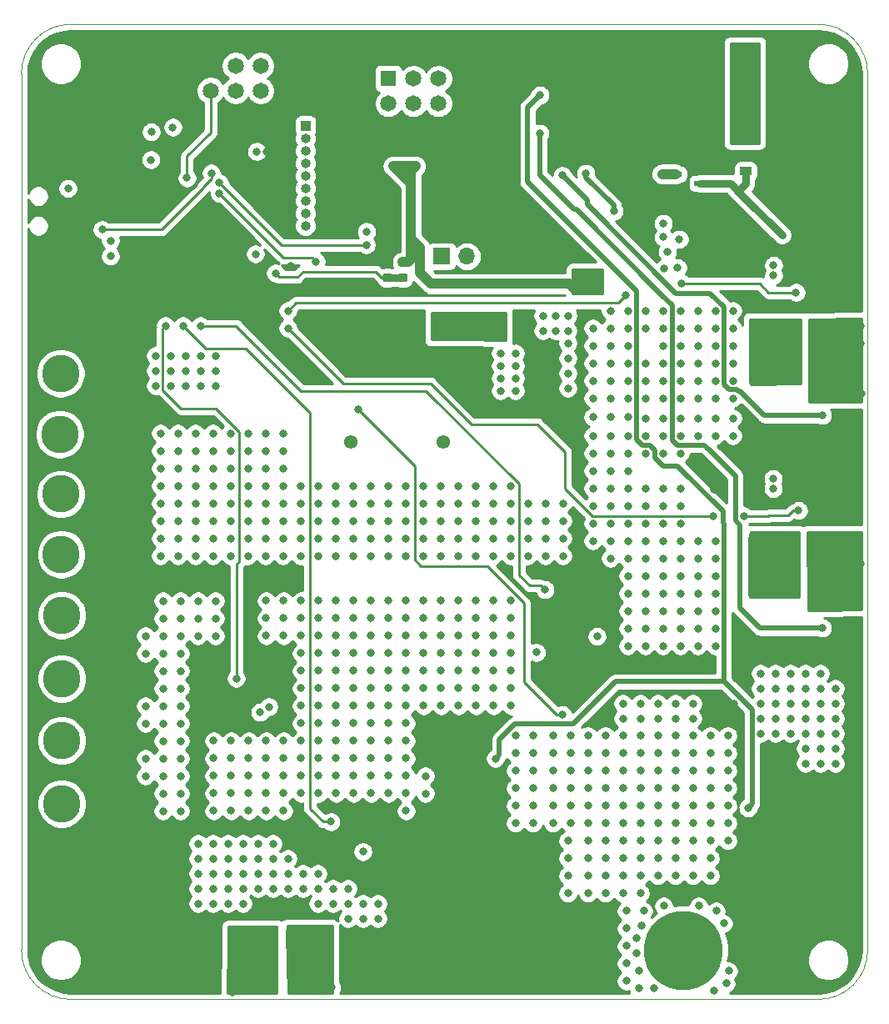
<source format=gbr>
G04 #@! TF.GenerationSoftware,KiCad,Pcbnew,(5.1.2)-2*
G04 #@! TF.CreationDate,2022-02-01T22:26:33+01:00*
G04 #@! TF.ProjectId,PDM,50444d2e-6b69-4636-9164-5f7063625858,rev?*
G04 #@! TF.SameCoordinates,Original*
G04 #@! TF.FileFunction,Copper,L4,Bot*
G04 #@! TF.FilePolarity,Positive*
%FSLAX46Y46*%
G04 Gerber Fmt 4.6, Leading zero omitted, Abs format (unit mm)*
G04 Created by KiCad (PCBNEW (5.1.2)-2) date 2022-02-01 22:26:33*
%MOMM*%
%LPD*%
G04 APERTURE LIST*
%ADD10C,0.050000*%
%ADD11C,1.650000*%
%ADD12R,1.650000X1.650000*%
%ADD13O,1.700000X1.700000*%
%ADD14R,1.700000X1.700000*%
%ADD15C,1.381000*%
%ADD16O,1.000000X1.000000*%
%ADD17R,1.000000X1.000000*%
%ADD18C,0.100000*%
%ADD19C,0.875000*%
%ADD20R,1.200000X0.600000*%
%ADD21C,0.900000*%
%ADD22C,8.000000*%
%ADD23R,1.200000X0.900000*%
%ADD24C,3.800000*%
%ADD25C,0.800000*%
%ADD26C,5.000000*%
%ADD27C,0.800000*%
%ADD28C,0.500000*%
%ADD29C,0.250000*%
%ADD30C,1.000000*%
%ADD31C,0.254000*%
G04 APERTURE END LIST*
D10*
X74000000Y-80000000D02*
X74000000Y-118000000D01*
X79000000Y-123000000D02*
G75*
G02X74000000Y-118000000I0J5000000D01*
G01*
X160000000Y-118000000D02*
G75*
G02X155000000Y-123000000I-5000000J0D01*
G01*
X155000000Y-24000000D02*
G75*
G02X160000000Y-29000000I0J-5000000D01*
G01*
X74000000Y-29000000D02*
G75*
G02X79000000Y-24000000I5000000J0D01*
G01*
X155000000Y-123000000D02*
X79000000Y-123000000D01*
X160000000Y-29000000D02*
X160000000Y-118000000D01*
X79000000Y-24000000D02*
X155000000Y-24000000D01*
X74000000Y-80000000D02*
X74000000Y-29000000D01*
D11*
X98298000Y-30734000D03*
X98298000Y-28194000D03*
X95758000Y-30734000D03*
X95758000Y-28194000D03*
X93218000Y-30734000D03*
D12*
X93218000Y-28194000D03*
D13*
X121810000Y-47550000D03*
X119270000Y-47550000D03*
D14*
X116730000Y-47550000D03*
D15*
X116870480Y-66435120D03*
X116870480Y-54935120D03*
D16*
X102870000Y-44450000D03*
X102870000Y-43180000D03*
X102870000Y-41910000D03*
X102870000Y-40640000D03*
X102870000Y-39370000D03*
X102870000Y-38100000D03*
X102870000Y-36830000D03*
X102870000Y-35560000D03*
D17*
X102870000Y-34290000D03*
D11*
X116380000Y-32040000D03*
X116380000Y-29500000D03*
X113840000Y-32040000D03*
X113840000Y-29500000D03*
X111300000Y-32040000D03*
D12*
X111300000Y-29500000D03*
D18*
G36*
X111477691Y-49291773D02*
G01*
X111498926Y-49294923D01*
X111519750Y-49300139D01*
X111539962Y-49307371D01*
X111559368Y-49316550D01*
X111577781Y-49327586D01*
X111595024Y-49340374D01*
X111610930Y-49354790D01*
X111625346Y-49370696D01*
X111638134Y-49387939D01*
X111649170Y-49406352D01*
X111658349Y-49425758D01*
X111665581Y-49445970D01*
X111670797Y-49466794D01*
X111673947Y-49488029D01*
X111675000Y-49509470D01*
X111675000Y-49946970D01*
X111673947Y-49968411D01*
X111670797Y-49989646D01*
X111665581Y-50010470D01*
X111658349Y-50030682D01*
X111649170Y-50050088D01*
X111638134Y-50068501D01*
X111625346Y-50085744D01*
X111610930Y-50101650D01*
X111595024Y-50116066D01*
X111577781Y-50128854D01*
X111559368Y-50139890D01*
X111539962Y-50149069D01*
X111519750Y-50156301D01*
X111498926Y-50161517D01*
X111477691Y-50164667D01*
X111456250Y-50165720D01*
X110943750Y-50165720D01*
X110922309Y-50164667D01*
X110901074Y-50161517D01*
X110880250Y-50156301D01*
X110860038Y-50149069D01*
X110840632Y-50139890D01*
X110822219Y-50128854D01*
X110804976Y-50116066D01*
X110789070Y-50101650D01*
X110774654Y-50085744D01*
X110761866Y-50068501D01*
X110750830Y-50050088D01*
X110741651Y-50030682D01*
X110734419Y-50010470D01*
X110729203Y-49989646D01*
X110726053Y-49968411D01*
X110725000Y-49946970D01*
X110725000Y-49509470D01*
X110726053Y-49488029D01*
X110729203Y-49466794D01*
X110734419Y-49445970D01*
X110741651Y-49425758D01*
X110750830Y-49406352D01*
X110761866Y-49387939D01*
X110774654Y-49370696D01*
X110789070Y-49354790D01*
X110804976Y-49340374D01*
X110822219Y-49327586D01*
X110840632Y-49316550D01*
X110860038Y-49307371D01*
X110880250Y-49300139D01*
X110901074Y-49294923D01*
X110922309Y-49291773D01*
X110943750Y-49290720D01*
X111456250Y-49290720D01*
X111477691Y-49291773D01*
X111477691Y-49291773D01*
G37*
D19*
X111200000Y-49728220D03*
D18*
G36*
X111477691Y-47716773D02*
G01*
X111498926Y-47719923D01*
X111519750Y-47725139D01*
X111539962Y-47732371D01*
X111559368Y-47741550D01*
X111577781Y-47752586D01*
X111595024Y-47765374D01*
X111610930Y-47779790D01*
X111625346Y-47795696D01*
X111638134Y-47812939D01*
X111649170Y-47831352D01*
X111658349Y-47850758D01*
X111665581Y-47870970D01*
X111670797Y-47891794D01*
X111673947Y-47913029D01*
X111675000Y-47934470D01*
X111675000Y-48371970D01*
X111673947Y-48393411D01*
X111670797Y-48414646D01*
X111665581Y-48435470D01*
X111658349Y-48455682D01*
X111649170Y-48475088D01*
X111638134Y-48493501D01*
X111625346Y-48510744D01*
X111610930Y-48526650D01*
X111595024Y-48541066D01*
X111577781Y-48553854D01*
X111559368Y-48564890D01*
X111539962Y-48574069D01*
X111519750Y-48581301D01*
X111498926Y-48586517D01*
X111477691Y-48589667D01*
X111456250Y-48590720D01*
X110943750Y-48590720D01*
X110922309Y-48589667D01*
X110901074Y-48586517D01*
X110880250Y-48581301D01*
X110860038Y-48574069D01*
X110840632Y-48564890D01*
X110822219Y-48553854D01*
X110804976Y-48541066D01*
X110789070Y-48526650D01*
X110774654Y-48510744D01*
X110761866Y-48493501D01*
X110750830Y-48475088D01*
X110741651Y-48455682D01*
X110734419Y-48435470D01*
X110729203Y-48414646D01*
X110726053Y-48393411D01*
X110725000Y-48371970D01*
X110725000Y-47934470D01*
X110726053Y-47913029D01*
X110729203Y-47891794D01*
X110734419Y-47870970D01*
X110741651Y-47850758D01*
X110750830Y-47831352D01*
X110761866Y-47812939D01*
X110774654Y-47795696D01*
X110789070Y-47779790D01*
X110804976Y-47765374D01*
X110822219Y-47752586D01*
X110840632Y-47741550D01*
X110860038Y-47732371D01*
X110880250Y-47725139D01*
X110901074Y-47719923D01*
X110922309Y-47716773D01*
X110943750Y-47715720D01*
X111456250Y-47715720D01*
X111477691Y-47716773D01*
X111477691Y-47716773D01*
G37*
D19*
X111200000Y-48153220D03*
D18*
G36*
X113032171Y-47716773D02*
G01*
X113053406Y-47719923D01*
X113074230Y-47725139D01*
X113094442Y-47732371D01*
X113113848Y-47741550D01*
X113132261Y-47752586D01*
X113149504Y-47765374D01*
X113165410Y-47779790D01*
X113179826Y-47795696D01*
X113192614Y-47812939D01*
X113203650Y-47831352D01*
X113212829Y-47850758D01*
X113220061Y-47870970D01*
X113225277Y-47891794D01*
X113228427Y-47913029D01*
X113229480Y-47934470D01*
X113229480Y-48371970D01*
X113228427Y-48393411D01*
X113225277Y-48414646D01*
X113220061Y-48435470D01*
X113212829Y-48455682D01*
X113203650Y-48475088D01*
X113192614Y-48493501D01*
X113179826Y-48510744D01*
X113165410Y-48526650D01*
X113149504Y-48541066D01*
X113132261Y-48553854D01*
X113113848Y-48564890D01*
X113094442Y-48574069D01*
X113074230Y-48581301D01*
X113053406Y-48586517D01*
X113032171Y-48589667D01*
X113010730Y-48590720D01*
X112498230Y-48590720D01*
X112476789Y-48589667D01*
X112455554Y-48586517D01*
X112434730Y-48581301D01*
X112414518Y-48574069D01*
X112395112Y-48564890D01*
X112376699Y-48553854D01*
X112359456Y-48541066D01*
X112343550Y-48526650D01*
X112329134Y-48510744D01*
X112316346Y-48493501D01*
X112305310Y-48475088D01*
X112296131Y-48455682D01*
X112288899Y-48435470D01*
X112283683Y-48414646D01*
X112280533Y-48393411D01*
X112279480Y-48371970D01*
X112279480Y-47934470D01*
X112280533Y-47913029D01*
X112283683Y-47891794D01*
X112288899Y-47870970D01*
X112296131Y-47850758D01*
X112305310Y-47831352D01*
X112316346Y-47812939D01*
X112329134Y-47795696D01*
X112343550Y-47779790D01*
X112359456Y-47765374D01*
X112376699Y-47752586D01*
X112395112Y-47741550D01*
X112414518Y-47732371D01*
X112434730Y-47725139D01*
X112455554Y-47719923D01*
X112476789Y-47716773D01*
X112498230Y-47715720D01*
X113010730Y-47715720D01*
X113032171Y-47716773D01*
X113032171Y-47716773D01*
G37*
D19*
X112754480Y-48153220D03*
D18*
G36*
X113032171Y-49291773D02*
G01*
X113053406Y-49294923D01*
X113074230Y-49300139D01*
X113094442Y-49307371D01*
X113113848Y-49316550D01*
X113132261Y-49327586D01*
X113149504Y-49340374D01*
X113165410Y-49354790D01*
X113179826Y-49370696D01*
X113192614Y-49387939D01*
X113203650Y-49406352D01*
X113212829Y-49425758D01*
X113220061Y-49445970D01*
X113225277Y-49466794D01*
X113228427Y-49488029D01*
X113229480Y-49509470D01*
X113229480Y-49946970D01*
X113228427Y-49968411D01*
X113225277Y-49989646D01*
X113220061Y-50010470D01*
X113212829Y-50030682D01*
X113203650Y-50050088D01*
X113192614Y-50068501D01*
X113179826Y-50085744D01*
X113165410Y-50101650D01*
X113149504Y-50116066D01*
X113132261Y-50128854D01*
X113113848Y-50139890D01*
X113094442Y-50149069D01*
X113074230Y-50156301D01*
X113053406Y-50161517D01*
X113032171Y-50164667D01*
X113010730Y-50165720D01*
X112498230Y-50165720D01*
X112476789Y-50164667D01*
X112455554Y-50161517D01*
X112434730Y-50156301D01*
X112414518Y-50149069D01*
X112395112Y-50139890D01*
X112376699Y-50128854D01*
X112359456Y-50116066D01*
X112343550Y-50101650D01*
X112329134Y-50085744D01*
X112316346Y-50068501D01*
X112305310Y-50050088D01*
X112296131Y-50030682D01*
X112288899Y-50010470D01*
X112283683Y-49989646D01*
X112280533Y-49968411D01*
X112279480Y-49946970D01*
X112279480Y-49509470D01*
X112280533Y-49488029D01*
X112283683Y-49466794D01*
X112288899Y-49445970D01*
X112296131Y-49425758D01*
X112305310Y-49406352D01*
X112316346Y-49387939D01*
X112329134Y-49370696D01*
X112343550Y-49354790D01*
X112359456Y-49340374D01*
X112376699Y-49327586D01*
X112395112Y-49316550D01*
X112414518Y-49307371D01*
X112434730Y-49300139D01*
X112455554Y-49294923D01*
X112476789Y-49291773D01*
X112498230Y-49290720D01*
X113010730Y-49290720D01*
X113032171Y-49291773D01*
X113032171Y-49291773D01*
G37*
D19*
X112754480Y-49728220D03*
D20*
X140482000Y-39202360D03*
X142982000Y-40152360D03*
X142982000Y-38252360D03*
D15*
X107431840Y-54941320D03*
X107431840Y-66441320D03*
D21*
X129571320Y-115888680D03*
X127450000Y-115010000D03*
X125328680Y-115888680D03*
X124450000Y-118010000D03*
X125328680Y-120131320D03*
X127450000Y-121010000D03*
X129571320Y-120131320D03*
X130450000Y-118010000D03*
D22*
X127450000Y-118010000D03*
D21*
X139121380Y-120136880D03*
X141242700Y-121015560D03*
X143364020Y-120136880D03*
X144242700Y-118015560D03*
X143364020Y-115894240D03*
X141242700Y-115015560D03*
X139121380Y-115894240D03*
X138242700Y-118015560D03*
D22*
X141242700Y-118015560D03*
D23*
X147599400Y-35611800D03*
X147599400Y-38911800D03*
D24*
X97625520Y-120367120D03*
X103228760Y-120367120D03*
D25*
X157895825Y-79164175D03*
X156570000Y-78615000D03*
X155244175Y-79164175D03*
X154695000Y-80490000D03*
X155244175Y-81815825D03*
X156570000Y-82365000D03*
X157895825Y-81815825D03*
X158445000Y-80490000D03*
D26*
X156570000Y-80490000D03*
D25*
X158395825Y-57694175D03*
X157070000Y-57145000D03*
X155744175Y-57694175D03*
X155195000Y-59020000D03*
X155744175Y-60345825D03*
X157070000Y-60895000D03*
X158395825Y-60345825D03*
X158945000Y-59020000D03*
D26*
X157070000Y-59020000D03*
D24*
X77978000Y-59436000D03*
X78105200Y-83986760D03*
X78105200Y-90427960D03*
X78105200Y-96716760D03*
X78044240Y-77808760D03*
X77891840Y-65606360D03*
X77993440Y-71691960D03*
X78105200Y-103126760D03*
D25*
X139192000Y-67564000D03*
X140970000Y-67564000D03*
X137414000Y-67564000D03*
X118618000Y-119634000D03*
X120650000Y-119634000D03*
X116586000Y-119634000D03*
X122682000Y-119634000D03*
X118618000Y-117602000D03*
X120650000Y-117602000D03*
X116586000Y-117602000D03*
X122682000Y-117602000D03*
X110998000Y-121666000D03*
X113030000Y-121666000D03*
X108966000Y-121666000D03*
X114808000Y-121666000D03*
X110998000Y-119634000D03*
X113030000Y-119634000D03*
X108966000Y-119634000D03*
X114808000Y-119634000D03*
X118618000Y-114300000D03*
X120650000Y-114300000D03*
X116586000Y-114300000D03*
X122682000Y-114300000D03*
X118618000Y-112268000D03*
X120650000Y-112268000D03*
X116586000Y-112268000D03*
X122682000Y-112268000D03*
X118618000Y-110236000D03*
X120650000Y-110236000D03*
X116586000Y-110236000D03*
X114554000Y-114300000D03*
X114554000Y-112268000D03*
X114554000Y-110236000D03*
X90020000Y-117938000D03*
X90020000Y-116668000D03*
X86360000Y-117978000D03*
X86360000Y-116708000D03*
X134070000Y-35900000D03*
X134060000Y-37510000D03*
X123854000Y-31230000D03*
X85331300Y-43588940D03*
X84952840Y-38130480D03*
X78724760Y-45196760D03*
X150012400Y-106311700D03*
X151320500Y-106311700D03*
X152615900Y-106324400D03*
X146405600Y-93002100D03*
X144526000Y-93014800D03*
X155359100Y-88138000D03*
X156972000Y-86868000D03*
X144386300Y-71259700D03*
X145415000Y-71259700D03*
X153873200Y-106311700D03*
X149753080Y-113406840D03*
X148330000Y-113640000D03*
X85459900Y-47645780D03*
X154836360Y-41214760D03*
X149086360Y-46464760D03*
X145286360Y-44614760D03*
X159136360Y-40864760D03*
X135948420Y-44147740D03*
X146024860Y-38653260D03*
X81280000Y-41943200D03*
X85344000Y-39734860D03*
X120904000Y-95504000D03*
X119634000Y-95504000D03*
X118364000Y-95504000D03*
X117094000Y-95504000D03*
X115824000Y-95504000D03*
X158160000Y-71640000D03*
X158940000Y-72060000D03*
X157083760Y-45944560D03*
X157083760Y-47024060D03*
X157083760Y-48103560D03*
X128016000Y-85229700D03*
X127127000Y-85229700D03*
X92981780Y-92974160D03*
X92407740Y-93964760D03*
X120408000Y-40453360D03*
X122130120Y-42028160D03*
X118604600Y-43740120D03*
X120418160Y-43689320D03*
X122109800Y-43674080D03*
X122089480Y-40468600D03*
X118574120Y-40453360D03*
X120389120Y-42002760D03*
X118599520Y-42023080D03*
X105156000Y-44704000D03*
X105187640Y-50139600D03*
X145286360Y-47114760D03*
X143007080Y-37160200D03*
X99220020Y-89372440D03*
X95849440Y-48298100D03*
X86578440Y-43604180D03*
X98927920Y-36911280D03*
X150300000Y-52400000D03*
X148970000Y-72730000D03*
X111220000Y-47100000D03*
X101346000Y-48514000D03*
X130048000Y-89217500D03*
X132715000Y-94488000D03*
X149352000Y-66548000D03*
X150622000Y-66548000D03*
X152146000Y-66548000D03*
X153670000Y-66548000D03*
X149098000Y-88138000D03*
X150622000Y-88138000D03*
X152146000Y-88138000D03*
X153670000Y-88138000D03*
X90020000Y-119118000D03*
X90020000Y-120388000D03*
X90020000Y-121658000D03*
X86402000Y-119198000D03*
X86402000Y-120468000D03*
X86402000Y-121738000D03*
X155448000Y-86868000D03*
X128080000Y-27360000D03*
X132030000Y-27310000D03*
X134040000Y-32160000D03*
X134040000Y-33730000D03*
X123790000Y-35090000D03*
X136300000Y-33700000D03*
X136300000Y-32600000D03*
X122682000Y-121666000D03*
X120650000Y-121666000D03*
X118618000Y-121666000D03*
X116586000Y-121666000D03*
X112522000Y-110236000D03*
X112522000Y-112268000D03*
X130556000Y-121920000D03*
X131826000Y-120396000D03*
X131826000Y-121666000D03*
X124206000Y-121666000D03*
X130302000Y-113792000D03*
X131572000Y-114808000D03*
X126238000Y-113284000D03*
X123190000Y-115570000D03*
X123952000Y-114554000D03*
X89154000Y-57658000D03*
X89154000Y-60706000D03*
X93726000Y-59182000D03*
X87630000Y-57658000D03*
X87630000Y-59182000D03*
X87630000Y-60706000D03*
X89154000Y-59182000D03*
X90678000Y-60706000D03*
X90678000Y-59182000D03*
X90678000Y-57658000D03*
X92202000Y-57658000D03*
X92202000Y-59182000D03*
X92202000Y-60706000D03*
X93726000Y-60706000D03*
X93726000Y-57658000D03*
X124206000Y-57404000D03*
X124206000Y-58674000D03*
X124206000Y-59944000D03*
X124206000Y-61214000D03*
X122682000Y-57404000D03*
X122682000Y-58674000D03*
X122682000Y-59944000D03*
X122682000Y-61214000D03*
X129540000Y-60960000D03*
X129540000Y-59436000D03*
X129540000Y-57912000D03*
X129540000Y-56388000D03*
X129540000Y-55118000D03*
X128270000Y-55118000D03*
X128270000Y-53594000D03*
X129540000Y-53594000D03*
X127000000Y-55118000D03*
X127000000Y-53594000D03*
X145794000Y-105120000D03*
X145794000Y-101564000D03*
X145794000Y-98008000D03*
X145794000Y-96230000D03*
X145794000Y-99786000D03*
X145794000Y-103342000D03*
X145794000Y-106898000D03*
X129538000Y-112232000D03*
X135126000Y-112232000D03*
X133348000Y-112232000D03*
X136904000Y-112232000D03*
X131570000Y-112232000D03*
X138682000Y-108676000D03*
X140460000Y-108676000D03*
X142238000Y-106898000D03*
X142238000Y-110454000D03*
X142238000Y-108676000D03*
X138682000Y-110454000D03*
X140460000Y-106898000D03*
X140460000Y-110454000D03*
X144016000Y-110454000D03*
X144016000Y-106898000D03*
X144016000Y-108676000D03*
X138682000Y-106898000D03*
X131570000Y-108676000D03*
X133348000Y-108676000D03*
X135126000Y-106898000D03*
X135126000Y-110454000D03*
X135126000Y-108676000D03*
X131570000Y-110454000D03*
X133348000Y-106898000D03*
X133348000Y-110454000D03*
X136904000Y-110454000D03*
X136904000Y-106898000D03*
X136904000Y-108676000D03*
X131570000Y-106898000D03*
X129538000Y-110454000D03*
X129538000Y-106898000D03*
X129538000Y-108676000D03*
X131570000Y-96230000D03*
X131570000Y-98008000D03*
X133348000Y-96230000D03*
X133348000Y-98008000D03*
X131570000Y-99786000D03*
X131570000Y-101564000D03*
X133348000Y-99786000D03*
X133348000Y-101564000D03*
X131570000Y-103342000D03*
X131570000Y-105120000D03*
X133348000Y-103342000D03*
X133348000Y-105120000D03*
X144016000Y-98008000D03*
X144016000Y-101564000D03*
X144016000Y-105120000D03*
X144016000Y-103342000D03*
X144016000Y-99786000D03*
X144016000Y-96230000D03*
X140460000Y-103342000D03*
X142238000Y-98008000D03*
X142238000Y-99786000D03*
X142238000Y-103342000D03*
X142238000Y-96230000D03*
X138682000Y-105120000D03*
X140460000Y-105120000D03*
X142238000Y-101564000D03*
X142238000Y-105120000D03*
X138682000Y-99786000D03*
X138682000Y-101564000D03*
X135126000Y-96230000D03*
X135126000Y-99786000D03*
X135126000Y-101564000D03*
X138682000Y-96230000D03*
X135126000Y-103342000D03*
X140460000Y-98008000D03*
X140460000Y-96230000D03*
X136904000Y-99786000D03*
X140460000Y-99786000D03*
X135126000Y-105120000D03*
X140460000Y-101564000D03*
X136904000Y-96230000D03*
X136904000Y-105120000D03*
X138682000Y-103342000D03*
X135126000Y-98008000D03*
X136904000Y-98008000D03*
X136904000Y-103342000D03*
X136904000Y-101564000D03*
X138682000Y-98008000D03*
X128014000Y-103342000D03*
X128014000Y-105120000D03*
X129792000Y-103342000D03*
X129792000Y-105120000D03*
X128014000Y-99786000D03*
X128014000Y-101564000D03*
X129792000Y-99786000D03*
X129792000Y-101564000D03*
X128014000Y-96230000D03*
X128014000Y-98008000D03*
X129792000Y-96230000D03*
X129792000Y-98008000D03*
X124204000Y-103342000D03*
X124204000Y-105120000D03*
X125982000Y-103342000D03*
X125982000Y-105120000D03*
X124204000Y-99786000D03*
X124204000Y-101564000D03*
X125982000Y-99786000D03*
X125982000Y-101564000D03*
X124204000Y-96230000D03*
X124204000Y-98008000D03*
X125982000Y-96230000D03*
X125982000Y-98008000D03*
X135452000Y-117582000D03*
X135452000Y-119360000D03*
X135452000Y-115804000D03*
X135452000Y-114026000D03*
X137230000Y-114026000D03*
X139262000Y-113518000D03*
X142818000Y-113518000D03*
X144596000Y-114026000D03*
X136976000Y-115550000D03*
X136468000Y-116820000D03*
X136468000Y-118344000D03*
X135452000Y-121138000D03*
X136722000Y-120122000D03*
X136722000Y-121900000D03*
X138246000Y-121900000D03*
X145358000Y-115296000D03*
X144342000Y-122154000D03*
X145866000Y-120122000D03*
X145612000Y-121392000D03*
X138684000Y-94488000D03*
X140462000Y-94488000D03*
X142240000Y-94488000D03*
X138684000Y-92964000D03*
X140462000Y-92964000D03*
X142240000Y-92964000D03*
X136906000Y-92964000D03*
X135128000Y-94488000D03*
X136906000Y-94488000D03*
X135128000Y-92964000D03*
X90818000Y-39595720D03*
X93300000Y-39100000D03*
X82209640Y-44838620D03*
X137414000Y-64008000D03*
X140970000Y-64008000D03*
X139192000Y-64008000D03*
X137414000Y-65786000D03*
X139192000Y-65786000D03*
X140970000Y-65786000D03*
X135636000Y-87122000D03*
X137414000Y-87122000D03*
X139192000Y-87122000D03*
X142748000Y-87122000D03*
X144526000Y-87122000D03*
X140970000Y-87122000D03*
X133858000Y-76454000D03*
X132080000Y-76454000D03*
X144526000Y-65786000D03*
X146304000Y-65786000D03*
X142748000Y-65786000D03*
X144526000Y-64008000D03*
X146304000Y-64008000D03*
X142748000Y-64008000D03*
X133858000Y-65786000D03*
X135636000Y-65786000D03*
X132080000Y-65786000D03*
X140970000Y-81788000D03*
X142748000Y-85344000D03*
X144526000Y-81788000D03*
X142748000Y-81788000D03*
X144526000Y-85344000D03*
X140970000Y-83566000D03*
X142748000Y-83566000D03*
X144526000Y-83566000D03*
X140970000Y-85344000D03*
X135636000Y-81788000D03*
X137414000Y-85344000D03*
X139192000Y-81788000D03*
X137414000Y-81788000D03*
X139192000Y-85344000D03*
X135636000Y-83566000D03*
X137414000Y-83566000D03*
X139192000Y-83566000D03*
X135636000Y-85344000D03*
X140970000Y-76454000D03*
X142748000Y-80010000D03*
X144526000Y-76454000D03*
X142748000Y-76454000D03*
X144526000Y-80010000D03*
X140970000Y-78232000D03*
X142748000Y-78232000D03*
X144526000Y-78232000D03*
X140970000Y-80010000D03*
X135636000Y-76454000D03*
X137414000Y-80010000D03*
X139192000Y-76454000D03*
X137414000Y-76454000D03*
X139192000Y-80010000D03*
X135636000Y-78232000D03*
X137414000Y-78232000D03*
X139192000Y-78232000D03*
X135636000Y-80010000D03*
X137414000Y-71120000D03*
X139192000Y-74676000D03*
X140970000Y-71120000D03*
X139192000Y-71120000D03*
X140970000Y-74676000D03*
X137414000Y-72898000D03*
X139192000Y-72898000D03*
X140970000Y-72898000D03*
X137414000Y-74676000D03*
X132080000Y-71120000D03*
X133858000Y-74676000D03*
X135636000Y-71120000D03*
X133858000Y-71120000D03*
X135636000Y-74676000D03*
X132080000Y-72898000D03*
X133858000Y-72898000D03*
X135636000Y-72898000D03*
X132080000Y-74676000D03*
X133858000Y-69342000D03*
X135636000Y-69342000D03*
X135636000Y-67564000D03*
X132080000Y-69342000D03*
X132080000Y-60198000D03*
X133858000Y-63881000D03*
X135636000Y-60198000D03*
X133858000Y-60198000D03*
X135636000Y-63881000D03*
X132080000Y-61976000D03*
X133858000Y-61976000D03*
X135636000Y-61976000D03*
X132080000Y-63881000D03*
X142748000Y-58420000D03*
X144526000Y-61976000D03*
X146304000Y-58420000D03*
X144526000Y-58420000D03*
X146304000Y-61976000D03*
X142748000Y-60198000D03*
X144526000Y-60198000D03*
X146304000Y-60198000D03*
X142748000Y-61976000D03*
X137414000Y-58420000D03*
X139192000Y-61976000D03*
X140970000Y-58420000D03*
X139192000Y-58420000D03*
X140970000Y-61976000D03*
X137414000Y-60198000D03*
X139192000Y-60198000D03*
X140970000Y-60198000D03*
X137414000Y-61976000D03*
X142748000Y-53086000D03*
X144526000Y-56642000D03*
X146304000Y-53086000D03*
X144526000Y-53086000D03*
X146304000Y-56642000D03*
X142748000Y-54864000D03*
X144526000Y-54864000D03*
X146304000Y-54864000D03*
X142748000Y-56642000D03*
X137414000Y-53086000D03*
X139192000Y-56642000D03*
X140970000Y-53086000D03*
X139192000Y-53086000D03*
X140970000Y-56642000D03*
X137414000Y-54864000D03*
X139192000Y-54864000D03*
X140970000Y-54864000D03*
X156718000Y-92964000D03*
X149098000Y-92964000D03*
X152146000Y-92964000D03*
X150622000Y-92964000D03*
X155194000Y-92964000D03*
X153670000Y-92964000D03*
X156718000Y-91440000D03*
X149098000Y-91440000D03*
X152146000Y-91440000D03*
X150622000Y-91440000D03*
X155194000Y-91440000D03*
X153670000Y-91440000D03*
X149098000Y-89916000D03*
X152146000Y-89916000D03*
X150622000Y-89916000D03*
X155194000Y-89916000D03*
X153670000Y-89916000D03*
X133858000Y-78232000D03*
X156718000Y-94488000D03*
X149098000Y-94488000D03*
X149098000Y-96012000D03*
X150622000Y-96012000D03*
X150622000Y-94488000D03*
X152146000Y-96012000D03*
X152146000Y-94488000D03*
X153670000Y-94488000D03*
X153670000Y-96012000D03*
X153670000Y-97536000D03*
X153670000Y-99060000D03*
X155194000Y-94488000D03*
X155194000Y-96012000D03*
X155194000Y-97536000D03*
X155194000Y-99060000D03*
X156718000Y-99060000D03*
X156718000Y-97536000D03*
X156718000Y-96012000D03*
X133858000Y-53086000D03*
X135636000Y-53086000D03*
X133858000Y-54864000D03*
X135636000Y-54864000D03*
X132080000Y-54864000D03*
X132080000Y-56642000D03*
X133858000Y-56642000D03*
X135636000Y-56642000D03*
X132080000Y-58420000D03*
X133858000Y-58420000D03*
X135636000Y-58420000D03*
X132080000Y-67564000D03*
X133858000Y-67564000D03*
X134220000Y-42960000D03*
X131350000Y-39140000D03*
X126690000Y-31200000D03*
X147845780Y-103568500D03*
X122166380Y-98552000D03*
X154686000Y-61468000D03*
X154432000Y-56642000D03*
X157030000Y-55500000D03*
X159400000Y-61470000D03*
X158360000Y-55610000D03*
X159258000Y-56388000D03*
X159250000Y-54670000D03*
X155440000Y-56110000D03*
X157750000Y-54540000D03*
X159110000Y-76270000D03*
X157900000Y-76840000D03*
X158890000Y-77550000D03*
X159090000Y-82950000D03*
X154520000Y-77900000D03*
X154391360Y-82928460D03*
X156660000Y-77170000D03*
X159258000Y-78740000D03*
X156820000Y-76110000D03*
X93538000Y-103856000D03*
X93538000Y-102078000D03*
X93538000Y-96744000D03*
X93538000Y-100300000D03*
X93538000Y-98522000D03*
X113096000Y-103856000D03*
X123764000Y-93188000D03*
X118430000Y-93188000D03*
X120208000Y-93188000D03*
X121986000Y-93188000D03*
X116652000Y-93188000D03*
X114874000Y-93188000D03*
X123764000Y-86076000D03*
X121986000Y-82520000D03*
X123764000Y-84298000D03*
X123764000Y-82520000D03*
X121986000Y-86076000D03*
X121986000Y-84298000D03*
X123764000Y-89632000D03*
X123764000Y-87854000D03*
X121986000Y-89632000D03*
X121986000Y-91410000D03*
X123764000Y-91410000D03*
X121986000Y-87854000D03*
X120208000Y-91410000D03*
X118430000Y-87854000D03*
X120208000Y-89632000D03*
X120208000Y-87854000D03*
X118430000Y-91410000D03*
X118430000Y-89632000D03*
X113096000Y-100300000D03*
X111318000Y-98522000D03*
X109540000Y-100300000D03*
X113096000Y-102078000D03*
X111318000Y-100300000D03*
X113096000Y-98522000D03*
X111318000Y-102078000D03*
X109540000Y-98522000D03*
X109540000Y-102078000D03*
X113096000Y-96744000D03*
X109540000Y-94966000D03*
X109540000Y-96744000D03*
X111318000Y-93188000D03*
X111318000Y-96744000D03*
X113096000Y-94966000D03*
X111318000Y-94966000D03*
X113096000Y-93188000D03*
X109540000Y-93188000D03*
X95316000Y-102078000D03*
X95316000Y-103856000D03*
X100650000Y-103856000D03*
X98872000Y-102078000D03*
X98872000Y-103856000D03*
X100650000Y-102078000D03*
X97094000Y-102078000D03*
X97094000Y-103856000D03*
X102428000Y-98522000D03*
X102428000Y-100300000D03*
X107762000Y-102078000D03*
X104206000Y-102078000D03*
X107762000Y-100300000D03*
X105984000Y-98522000D03*
X105984000Y-100300000D03*
X102428000Y-102078000D03*
X105984000Y-102078000D03*
X107762000Y-98522000D03*
X104206000Y-98522000D03*
X104206000Y-100300000D03*
X95316000Y-96744000D03*
X95316000Y-98522000D03*
X100650000Y-100300000D03*
X97094000Y-100300000D03*
X100650000Y-98522000D03*
X98872000Y-96744000D03*
X98872000Y-98522000D03*
X95316000Y-100300000D03*
X98872000Y-100300000D03*
X100650000Y-96744000D03*
X97094000Y-96744000D03*
X97094000Y-98522000D03*
X102428000Y-93188000D03*
X102428000Y-94966000D03*
X107762000Y-96744000D03*
X104206000Y-96744000D03*
X107762000Y-94966000D03*
X105984000Y-93188000D03*
X105984000Y-94966000D03*
X102428000Y-96744000D03*
X105984000Y-96744000D03*
X107762000Y-93188000D03*
X104206000Y-93188000D03*
X104206000Y-94966000D03*
X114874000Y-82520000D03*
X114874000Y-84298000D03*
X120208000Y-86076000D03*
X116652000Y-86076000D03*
X120208000Y-84298000D03*
X118430000Y-82520000D03*
X118430000Y-84298000D03*
X114874000Y-86076000D03*
X118430000Y-86076000D03*
X120208000Y-82520000D03*
X116652000Y-82520000D03*
X116652000Y-84298000D03*
X104206000Y-91410000D03*
X107762000Y-89632000D03*
X107762000Y-87854000D03*
X104206000Y-87854000D03*
X105984000Y-87854000D03*
X102428000Y-91410000D03*
X109540000Y-89632000D03*
X102428000Y-87854000D03*
X111318000Y-89632000D03*
X107762000Y-91410000D03*
X111318000Y-87854000D03*
X104206000Y-89632000D03*
X102428000Y-89632000D03*
X105984000Y-91410000D03*
X105984000Y-89632000D03*
X109540000Y-87854000D03*
X114874000Y-87854000D03*
X113096000Y-91410000D03*
X114874000Y-91410000D03*
X116652000Y-91410000D03*
X111318000Y-91410000D03*
X113096000Y-87854000D03*
X113096000Y-89632000D03*
X116652000Y-89632000D03*
X116652000Y-87854000D03*
X109540000Y-91410000D03*
X114874000Y-89632000D03*
X100650000Y-86076000D03*
X104206000Y-84298000D03*
X104206000Y-82520000D03*
X100650000Y-82520000D03*
X102428000Y-82520000D03*
X98872000Y-86076000D03*
X105984000Y-84298000D03*
X98872000Y-82520000D03*
X107762000Y-84298000D03*
X104206000Y-86076000D03*
X107762000Y-82520000D03*
X100650000Y-84298000D03*
X98872000Y-84298000D03*
X102428000Y-86076000D03*
X102428000Y-84298000D03*
X105984000Y-82520000D03*
X111318000Y-82520000D03*
X109540000Y-86076000D03*
X111318000Y-86076000D03*
X113096000Y-86076000D03*
X107762000Y-86076000D03*
X109540000Y-82520000D03*
X109540000Y-84298000D03*
X113096000Y-84298000D03*
X113096000Y-82520000D03*
X105984000Y-86076000D03*
X111318000Y-84298000D03*
X115062000Y-102108000D03*
X115062000Y-100330000D03*
X109063680Y-45044360D03*
X127254000Y-72644000D03*
X125476000Y-72644000D03*
X125476000Y-74422000D03*
X129032000Y-76200000D03*
X125476000Y-76200000D03*
X127254000Y-76200000D03*
X127254000Y-74422000D03*
X129032000Y-74422000D03*
X129032000Y-72644000D03*
X127254000Y-77978000D03*
X125476000Y-77978000D03*
X129032000Y-77978000D03*
X104140000Y-77978000D03*
X105918000Y-77978000D03*
X113030000Y-77978000D03*
X107696000Y-77978000D03*
X118364000Y-77978000D03*
X109474000Y-77978000D03*
X114808000Y-77978000D03*
X111252000Y-77978000D03*
X116586000Y-77978000D03*
X123698000Y-77978000D03*
X120142000Y-77978000D03*
X121920000Y-77978000D03*
X97028000Y-77978000D03*
X89916000Y-77978000D03*
X88138000Y-77978000D03*
X91694000Y-77978000D03*
X93472000Y-77978000D03*
X95250000Y-77978000D03*
X100584000Y-77978000D03*
X102362000Y-77978000D03*
X98806000Y-77978000D03*
X121920000Y-72644000D03*
X120142000Y-72644000D03*
X120142000Y-70866000D03*
X123698000Y-72644000D03*
X123698000Y-70866000D03*
X121920000Y-70866000D03*
X120142000Y-74422000D03*
X123698000Y-76200000D03*
X120142000Y-76200000D03*
X121920000Y-76200000D03*
X121920000Y-74422000D03*
X123698000Y-74422000D03*
X116586000Y-72644000D03*
X114808000Y-72644000D03*
X114808000Y-70866000D03*
X118364000Y-72644000D03*
X118364000Y-70866000D03*
X116586000Y-70866000D03*
X114808000Y-74422000D03*
X118364000Y-76200000D03*
X114808000Y-76200000D03*
X116586000Y-76200000D03*
X116586000Y-74422000D03*
X118364000Y-74422000D03*
X111252000Y-72644000D03*
X109474000Y-72644000D03*
X109474000Y-70866000D03*
X113030000Y-72644000D03*
X113030000Y-70866000D03*
X111252000Y-70866000D03*
X109474000Y-74422000D03*
X113030000Y-76200000D03*
X109474000Y-76200000D03*
X111252000Y-76200000D03*
X111252000Y-74422000D03*
X113030000Y-74422000D03*
X105918000Y-72644000D03*
X104140000Y-72644000D03*
X104140000Y-70866000D03*
X107696000Y-72644000D03*
X107696000Y-70866000D03*
X105918000Y-70866000D03*
X104140000Y-74422000D03*
X107696000Y-76200000D03*
X104140000Y-76200000D03*
X105918000Y-76200000D03*
X105918000Y-74422000D03*
X107696000Y-74422000D03*
X100584000Y-72644000D03*
X98806000Y-72644000D03*
X98806000Y-70866000D03*
X102362000Y-72644000D03*
X102362000Y-70866000D03*
X100584000Y-70866000D03*
X98806000Y-74422000D03*
X102362000Y-76200000D03*
X98806000Y-76200000D03*
X100584000Y-76200000D03*
X100584000Y-74422000D03*
X102362000Y-74422000D03*
X100584000Y-65532000D03*
X98806000Y-65532000D03*
X98806000Y-67310000D03*
X98806000Y-69088000D03*
X100584000Y-69088000D03*
X100584000Y-67310000D03*
X95250000Y-72644000D03*
X93472000Y-72644000D03*
X93472000Y-70866000D03*
X97028000Y-72644000D03*
X97028000Y-70866000D03*
X95250000Y-70866000D03*
X93472000Y-74422000D03*
X97028000Y-76200000D03*
X93472000Y-76200000D03*
X95250000Y-76200000D03*
X95250000Y-74422000D03*
X97028000Y-74422000D03*
X89916000Y-72644000D03*
X88138000Y-72644000D03*
X88138000Y-70866000D03*
X91694000Y-72644000D03*
X91694000Y-70866000D03*
X89916000Y-70866000D03*
X88138000Y-74422000D03*
X91694000Y-76200000D03*
X88138000Y-76200000D03*
X89916000Y-76200000D03*
X89916000Y-74422000D03*
X91694000Y-74422000D03*
X95250000Y-65532000D03*
X93472000Y-65532000D03*
X97028000Y-65532000D03*
X93472000Y-67310000D03*
X97028000Y-69088000D03*
X93472000Y-69088000D03*
X95250000Y-69088000D03*
X95250000Y-67310000D03*
X97028000Y-67310000D03*
X89916000Y-69088000D03*
X88138000Y-69088000D03*
X88138000Y-67310000D03*
X91694000Y-69088000D03*
X91694000Y-67310000D03*
X89916000Y-67310000D03*
X89916000Y-65532000D03*
X88138000Y-65532000D03*
X91694000Y-65532000D03*
X93726000Y-86106000D03*
X91948000Y-86106000D03*
X93726000Y-84328000D03*
X93726000Y-82550000D03*
X91948000Y-84328000D03*
X91948000Y-82550000D03*
X90170000Y-86106000D03*
X88392000Y-86106000D03*
X90170000Y-84328000D03*
X90170000Y-82550000D03*
X88392000Y-84328000D03*
X88392000Y-82550000D03*
X90170000Y-91440000D03*
X88392000Y-91440000D03*
X90170000Y-89662000D03*
X90170000Y-87884000D03*
X88392000Y-89662000D03*
X88392000Y-87884000D03*
X90170000Y-96774000D03*
X88392000Y-96774000D03*
X90170000Y-94996000D03*
X90170000Y-93218000D03*
X88392000Y-94996000D03*
X88392000Y-93218000D03*
X90170000Y-102108000D03*
X88392000Y-102108000D03*
X90170000Y-100330000D03*
X90170000Y-98552000D03*
X88392000Y-100330000D03*
X88392000Y-98552000D03*
X90170000Y-103886000D03*
X88392000Y-103886000D03*
X86614000Y-98552000D03*
X86614000Y-100330000D03*
X86614000Y-94996000D03*
X86614000Y-93218000D03*
X86614000Y-87884000D03*
X86614000Y-86106000D03*
X93472000Y-110236000D03*
X93472000Y-111760000D03*
X94996000Y-111760000D03*
X94996000Y-110236000D03*
X96520000Y-110236000D03*
X96520000Y-111760000D03*
X96520000Y-113284000D03*
X98044000Y-111760000D03*
X98044000Y-110236000D03*
X99568000Y-110236000D03*
X99568000Y-111760000D03*
X101092000Y-111760000D03*
X101092000Y-110236000D03*
X102616000Y-110236000D03*
X102616000Y-111760000D03*
X104140000Y-113284000D03*
X94996000Y-113284000D03*
X93472000Y-113284000D03*
X91948000Y-113284000D03*
X91948000Y-111760000D03*
X91948000Y-110236000D03*
X91948000Y-108712000D03*
X93472000Y-108712000D03*
X94996000Y-108712000D03*
X96520000Y-108712000D03*
X98044000Y-108712000D03*
X99568000Y-108712000D03*
X101092000Y-108712000D03*
X99568000Y-107188000D03*
X98044000Y-107188000D03*
X96520000Y-107188000D03*
X94996000Y-107188000D03*
X93472000Y-107188000D03*
X91948000Y-107188000D03*
X104140000Y-110236000D03*
X104140000Y-111760000D03*
X105664000Y-113284000D03*
X105664000Y-111760000D03*
X107188000Y-113284000D03*
X107188000Y-111760000D03*
X108712000Y-113284000D03*
X107188000Y-114808000D03*
X108712000Y-114808000D03*
X110236000Y-113284000D03*
X110236000Y-114808000D03*
X150114000Y-56388000D03*
X148844000Y-56388000D03*
X151384000Y-56388000D03*
X150114000Y-55118000D03*
X151130000Y-77978000D03*
X149860000Y-77978000D03*
X149860000Y-76708000D03*
X148590000Y-76708000D03*
X148590000Y-77978000D03*
X109048440Y-46400720D03*
X94127320Y-40111680D03*
X94132400Y-41193720D03*
X103953200Y-48097440D03*
X118110000Y-54102000D03*
X118110000Y-55372000D03*
X119634000Y-54102000D03*
X121158000Y-54102000D03*
X121158000Y-55372000D03*
X119634000Y-55372000D03*
X139059920Y-39235380D03*
X130738880Y-50835560D03*
X130789680Y-49514760D03*
X132334000Y-49499520D03*
X111770000Y-38390000D03*
X112970000Y-38390000D03*
X114070000Y-38390000D03*
X126330000Y-87770000D03*
X99146360Y-93286580D03*
X98254820Y-93853000D03*
X83050380Y-47531020D03*
X87168000Y-37745720D03*
X89380000Y-34450000D03*
X150401040Y-71138000D03*
X150385800Y-70137240D03*
X150428960Y-48474400D03*
X150434040Y-49485320D03*
X132491480Y-86151720D03*
X97777300Y-47320200D03*
X97909380Y-36916360D03*
X139336360Y-48764760D03*
X140686360Y-48714760D03*
X139236360Y-45614760D03*
X139236360Y-44214760D03*
X139650000Y-47100000D03*
X140850000Y-45830000D03*
X83050380Y-45961300D03*
X78732380Y-40662860D03*
X108710000Y-108000000D03*
X87200000Y-34930000D03*
X146558000Y-26416000D03*
X148590000Y-26416000D03*
X147574000Y-27432000D03*
X148590000Y-28448000D03*
X146558000Y-28448000D03*
X151286360Y-45385840D03*
X127200000Y-81400000D03*
X92202000Y-54610000D03*
X99822000Y-49276000D03*
X128968500Y-94107000D03*
X108213440Y-63083440D03*
X101092000Y-53086000D03*
X152707340Y-51225220D03*
X141100000Y-50300000D03*
X135420000Y-51530000D03*
X105443540Y-104960220D03*
X90424000Y-54610000D03*
X95828270Y-90417230D03*
X88646000Y-54610000D03*
X126670000Y-35060000D03*
X155400000Y-85300000D03*
X128960000Y-39340000D03*
X155400000Y-63700000D03*
X144300000Y-73900000D03*
X101092000Y-54864000D03*
X152961340Y-73353040D03*
X147400000Y-73900000D03*
X101860000Y-117850000D03*
X103120000Y-117650000D03*
X104350000Y-117910000D03*
X105260000Y-118520000D03*
X103960000Y-116500000D03*
X105090000Y-117040000D03*
X105160000Y-115890000D03*
X105500000Y-121810000D03*
X99200000Y-118150000D03*
X98000000Y-117780000D03*
X96780000Y-117880000D03*
X95620000Y-118500000D03*
X95480000Y-116040000D03*
X95560000Y-117340000D03*
X96590000Y-116740000D03*
X95480000Y-122260000D03*
D27*
X142982000Y-37185280D02*
X143007080Y-37160200D01*
X142982000Y-38252360D02*
X142982000Y-37185280D01*
D28*
X111200000Y-47120000D02*
X111220000Y-47100000D01*
X111200000Y-48153220D02*
X111200000Y-47120000D01*
D29*
X90818000Y-39595720D02*
X90818000Y-37395720D01*
X93218000Y-34995720D02*
X90818000Y-37395720D01*
X93218000Y-30734000D02*
X93218000Y-34995720D01*
X88242140Y-44838620D02*
X82209640Y-44838620D01*
X92510661Y-40570099D02*
X88242140Y-44838620D01*
X92510661Y-40455024D02*
X92510661Y-40570099D01*
X93300000Y-39665685D02*
X92510661Y-40455024D01*
X93300000Y-39100000D02*
X93300000Y-39665685D01*
D28*
X134220000Y-42394315D02*
X131350000Y-39524315D01*
X134220000Y-42960000D02*
X134220000Y-42394315D01*
X131350000Y-39524315D02*
X131350000Y-39140000D01*
X131350000Y-39140000D02*
X131350000Y-39140000D01*
X122166380Y-98552000D02*
X122566379Y-98152001D01*
X122566379Y-98152001D02*
X122566379Y-96647619D01*
X124165599Y-95048399D02*
X122566379Y-96647619D01*
X130048941Y-95048399D02*
X124165599Y-95048399D01*
X134372842Y-90724498D02*
X130048941Y-95048399D01*
X145386000Y-90724498D02*
X134372842Y-90724498D01*
X148245779Y-93584277D02*
X145386000Y-90724498D01*
X148245779Y-103168501D02*
X148245779Y-93584277D01*
X147845780Y-103568500D02*
X148245779Y-103168501D01*
X125430000Y-32460000D02*
X126690000Y-31200000D01*
X125430000Y-39997998D02*
X125430000Y-32460000D01*
X136486001Y-66116003D02*
X136486001Y-51053999D01*
X137822001Y-66713999D02*
X137083997Y-66713999D01*
X138341999Y-67233997D02*
X137822001Y-66713999D01*
X136486001Y-51053999D02*
X125430000Y-39997998D01*
X138341999Y-67972001D02*
X138341999Y-67233997D01*
X145386000Y-74736000D02*
X145300000Y-74650000D01*
X145300000Y-74650000D02*
X145300000Y-73431402D01*
X145300000Y-73431402D02*
X140698598Y-68830000D01*
X140698598Y-68830000D02*
X139199998Y-68830000D01*
X137083997Y-66713999D02*
X136486001Y-66116003D01*
X145386000Y-90724498D02*
X145386000Y-74736000D01*
X139199998Y-68830000D02*
X138341999Y-67972001D01*
D29*
X97449640Y-43434000D02*
X94127320Y-40111680D01*
X109048440Y-46400720D02*
X100416360Y-46400720D01*
X100416360Y-46400720D02*
X97449640Y-43434000D01*
X98069400Y-45130720D02*
X94132400Y-41193720D01*
X100636121Y-47697441D02*
X98069400Y-45130720D01*
X103553201Y-47697441D02*
X100636121Y-47697441D01*
X103953200Y-48097440D02*
X103553201Y-47697441D01*
D27*
X139092940Y-39202360D02*
X139059920Y-39235380D01*
D30*
X140482000Y-39202360D02*
X139092940Y-39202360D01*
X113589120Y-38870880D02*
X114070000Y-38390000D01*
X130738880Y-50835560D02*
X130173195Y-50835560D01*
X130173195Y-50835560D02*
X129680435Y-50342800D01*
X113450880Y-38870880D02*
X112970000Y-38390000D01*
X113589120Y-38870880D02*
X113450880Y-38870880D01*
X114070000Y-38390000D02*
X112970000Y-38390000D01*
X112970000Y-38390000D02*
X111770000Y-38390000D01*
X113389120Y-40009120D02*
X113589120Y-40009120D01*
X111770000Y-38390000D02*
X113389120Y-40009120D01*
X113589120Y-45782760D02*
X113589120Y-40009120D01*
X113589120Y-40009120D02*
X113589120Y-38870880D01*
X129680435Y-50342800D02*
X115602800Y-50342800D01*
X115602800Y-50342800D02*
X114490000Y-49230000D01*
X114490000Y-46683640D02*
X113589120Y-45782760D01*
X114490000Y-49230000D02*
X114490000Y-46683640D01*
X113589120Y-47893580D02*
X113589120Y-45782760D01*
X113329480Y-48153220D02*
X113589120Y-47893580D01*
X112754480Y-48153220D02*
X113329480Y-48153220D01*
D27*
X146052880Y-40152360D02*
X142982000Y-40152360D01*
X147034400Y-40726800D02*
X147034400Y-41133880D01*
X147599400Y-40161800D02*
X147034400Y-40726800D01*
X147599400Y-38911800D02*
X147599400Y-40161800D01*
X151286360Y-45385840D02*
X147034400Y-41133880D01*
X147034400Y-41133880D02*
X146052880Y-40152360D01*
D29*
X126800001Y-81000001D02*
X125646999Y-81000001D01*
X125646999Y-81000001D02*
X124580000Y-79933002D01*
X127200000Y-81400000D02*
X126800001Y-81000001D01*
X124580000Y-79933002D02*
X124580000Y-70674998D01*
X124580000Y-70674998D02*
X115105002Y-61200000D01*
X115105002Y-61200000D02*
X102400000Y-61200000D01*
X95810000Y-54610000D02*
X92202000Y-54610000D01*
X102400000Y-61200000D02*
X95810000Y-54610000D01*
D27*
X112754480Y-49728220D02*
X111200000Y-49728220D01*
D29*
X109988332Y-49091552D02*
X102607408Y-49091552D01*
X110625000Y-49728220D02*
X109988332Y-49091552D01*
X111200000Y-49728220D02*
X110625000Y-49728220D01*
X102022961Y-49675999D02*
X102607408Y-49091552D01*
X100221999Y-49675999D02*
X102022961Y-49675999D01*
X99822000Y-49276000D02*
X100221999Y-49675999D01*
X128402815Y-94107000D02*
X127958315Y-93662500D01*
X128968500Y-94107000D02*
X128402815Y-94107000D01*
X127958315Y-93662500D02*
X127958315Y-93638315D01*
X127958315Y-93638315D02*
X125090000Y-90770000D01*
X125090000Y-82772998D02*
X121367002Y-79050000D01*
X125090000Y-90770000D02*
X125090000Y-82772998D01*
X114620000Y-79050000D02*
X113950000Y-78380000D01*
X121367002Y-79050000D02*
X114620000Y-79050000D01*
X113950000Y-78380000D02*
X113950000Y-68820000D01*
X113950000Y-68820000D02*
X108213440Y-63083440D01*
X108213440Y-63083440D02*
X108213440Y-63083440D01*
X132012999Y-52287001D02*
X131677241Y-52287001D01*
X149000000Y-50300000D02*
X141100000Y-50300000D01*
X141100000Y-50300000D02*
X141100000Y-50300000D01*
X149925220Y-51225220D02*
X149000000Y-50300000D01*
X152707340Y-51225220D02*
X149925220Y-51225220D01*
X101890999Y-52287001D02*
X101092000Y-53086000D01*
X132012999Y-52287001D02*
X101890999Y-52287001D01*
X134662999Y-52287001D02*
X135420000Y-51530000D01*
X132012999Y-52287001D02*
X134662999Y-52287001D01*
X90823999Y-55009999D02*
X90424000Y-54610000D01*
X104643540Y-104960220D02*
X103320000Y-103636680D01*
X105443540Y-104960220D02*
X104643540Y-104960220D01*
X103320000Y-103636680D02*
X103320000Y-63420000D01*
X103320000Y-63420000D02*
X96832999Y-56932999D01*
X96832999Y-56932999D02*
X92746999Y-56932999D01*
X92746999Y-56932999D02*
X90823999Y-55009999D01*
X95828270Y-90417230D02*
X95828270Y-78871730D01*
X95828270Y-78871730D02*
X96160000Y-78540000D01*
X88355001Y-61119999D02*
X90227002Y-62992000D01*
X88646000Y-54610000D02*
X88355001Y-54900999D01*
X88355001Y-54900999D02*
X88355001Y-61119999D01*
X96160000Y-65368998D02*
X96160000Y-78540000D01*
X93783002Y-62992000D02*
X96160000Y-65368998D01*
X90227002Y-62992000D02*
X93783002Y-62992000D01*
D28*
X146549999Y-74399999D02*
X146549999Y-69879999D01*
X147010000Y-74860000D02*
X146549999Y-74399999D01*
X147010000Y-83267998D02*
X147010000Y-74860000D01*
X155400000Y-85300000D02*
X149299602Y-85300000D01*
X149042002Y-85300000D02*
X147010000Y-83267998D01*
X149299602Y-85300000D02*
X149042002Y-85300000D01*
X140119999Y-66194001D02*
X140639997Y-66713999D01*
X143383999Y-66713999D02*
X143845000Y-67175000D01*
X140119999Y-52509999D02*
X140119999Y-66194001D01*
X139081201Y-51471201D02*
X140119999Y-52509999D01*
X139071201Y-51471201D02*
X139081201Y-51471201D01*
X130400000Y-42800000D02*
X139071201Y-51471201D01*
X140639997Y-66713999D02*
X143383999Y-66713999D01*
X143845000Y-67175000D02*
X143640000Y-66970000D01*
X146549999Y-69879999D02*
X143845000Y-67175000D01*
X130400000Y-42800000D02*
X130120000Y-42800000D01*
X126670000Y-39350000D02*
X126670000Y-35060000D01*
X130120000Y-42800000D02*
X126670000Y-39350000D01*
X140500000Y-51300000D02*
X131500000Y-42300000D01*
X143998002Y-51300000D02*
X140500000Y-51300000D01*
X145376001Y-60528003D02*
X145376001Y-52677999D01*
X155400000Y-63700000D02*
X149500000Y-63700000D01*
X149500000Y-63700000D02*
X147030000Y-61230000D01*
X147030000Y-61230000D02*
X146816002Y-61230000D01*
X146816002Y-61230000D02*
X146676002Y-61090000D01*
X146676002Y-61090000D02*
X145937998Y-61090000D01*
X145376001Y-52677999D02*
X143998002Y-51300000D01*
X145937998Y-61090000D02*
X145376001Y-60528003D01*
X131500000Y-41880000D02*
X128960000Y-39340000D01*
X131500000Y-42300000D02*
X131500000Y-41880000D01*
D29*
X149901997Y-73925001D02*
X149973958Y-73853040D01*
X148651999Y-73925001D02*
X149901997Y-73925001D01*
X148626998Y-73900000D02*
X148651999Y-73925001D01*
X147400000Y-73900000D02*
X148626998Y-73900000D01*
X151895655Y-73853040D02*
X149973958Y-73853040D01*
X152395655Y-73353040D02*
X151895655Y-73853040D01*
X152961340Y-73353040D02*
X152395655Y-73353040D01*
X106680000Y-60452000D02*
X101092000Y-54864000D01*
X115570000Y-60452000D02*
X106680000Y-60452000D01*
X132008998Y-73900000D02*
X129266601Y-71157603D01*
X129266601Y-71157603D02*
X129266601Y-67450621D01*
X144300000Y-73900000D02*
X132008998Y-73900000D01*
X129266601Y-67450621D02*
X126418340Y-64602360D01*
X126418340Y-64602360D02*
X119720360Y-64602360D01*
X119720360Y-64602360D02*
X115570000Y-60452000D01*
D31*
G36*
X155768083Y-24731173D02*
G01*
X156511891Y-24934656D01*
X157207905Y-25266638D01*
X157834130Y-25716626D01*
X158370777Y-26270403D01*
X158800871Y-26910451D01*
X159110829Y-27616553D01*
X159292065Y-28371457D01*
X159340000Y-29024207D01*
X159340000Y-53143502D01*
X153898658Y-53155001D01*
X153773969Y-53167633D01*
X153654973Y-53204179D01*
X153595042Y-53236479D01*
X153531915Y-53202887D01*
X153412727Y-53166973D01*
X153288822Y-53155001D01*
X147898822Y-53165001D01*
X147750225Y-53182916D01*
X147632716Y-53223993D01*
X147525478Y-53287205D01*
X147432633Y-53370124D01*
X147357749Y-53469563D01*
X147303703Y-53581700D01*
X147272572Y-53702226D01*
X147265554Y-53826510D01*
X147294600Y-54521651D01*
X147294600Y-54550934D01*
X147221205Y-54373744D01*
X147107937Y-54204226D01*
X146963774Y-54060063D01*
X146836468Y-53975000D01*
X146963774Y-53889937D01*
X147107937Y-53745774D01*
X147221205Y-53576256D01*
X147299226Y-53387898D01*
X147339000Y-53187939D01*
X147339000Y-52984061D01*
X147299226Y-52784102D01*
X147221205Y-52595744D01*
X147107937Y-52426226D01*
X146963774Y-52282063D01*
X146794256Y-52168795D01*
X146605898Y-52090774D01*
X146405939Y-52051000D01*
X146202061Y-52051000D01*
X146033781Y-52084473D01*
X146032533Y-52082952D01*
X146032531Y-52082950D01*
X146004818Y-52049182D01*
X145971050Y-52021469D01*
X145009580Y-51060000D01*
X148685199Y-51060000D01*
X149361421Y-51736223D01*
X149385219Y-51765221D01*
X149500944Y-51860194D01*
X149632973Y-51930766D01*
X149776234Y-51974223D01*
X149887887Y-51985220D01*
X149887895Y-51985220D01*
X149925220Y-51988896D01*
X149962545Y-51985220D01*
X152003629Y-51985220D01*
X152047566Y-52029157D01*
X152217084Y-52142425D01*
X152405442Y-52220446D01*
X152605401Y-52260220D01*
X152809279Y-52260220D01*
X153009238Y-52220446D01*
X153197596Y-52142425D01*
X153367114Y-52029157D01*
X153511277Y-51884994D01*
X153624545Y-51715476D01*
X153702566Y-51527118D01*
X153742340Y-51327159D01*
X153742340Y-51123281D01*
X153702566Y-50923322D01*
X153624545Y-50734964D01*
X153511277Y-50565446D01*
X153367114Y-50421283D01*
X153197596Y-50308015D01*
X153009238Y-50229994D01*
X152809279Y-50190220D01*
X152605401Y-50190220D01*
X152405442Y-50229994D01*
X152217084Y-50308015D01*
X152047566Y-50421283D01*
X152003629Y-50465220D01*
X150772938Y-50465220D01*
X150924296Y-50402525D01*
X151093814Y-50289257D01*
X151237977Y-50145094D01*
X151351245Y-49975576D01*
X151429266Y-49787218D01*
X151469040Y-49587259D01*
X151469040Y-49383381D01*
X151429266Y-49183422D01*
X151351245Y-48995064D01*
X151338546Y-48976059D01*
X151346165Y-48964656D01*
X151424186Y-48776298D01*
X151463960Y-48576339D01*
X151463960Y-48372461D01*
X151424186Y-48172502D01*
X151346165Y-47984144D01*
X151232897Y-47814626D01*
X151088734Y-47670463D01*
X150919216Y-47557195D01*
X150730858Y-47479174D01*
X150530899Y-47439400D01*
X150327021Y-47439400D01*
X150127062Y-47479174D01*
X149938704Y-47557195D01*
X149769186Y-47670463D01*
X149625023Y-47814626D01*
X149511755Y-47984144D01*
X149433734Y-48172502D01*
X149393960Y-48372461D01*
X149393960Y-48576339D01*
X149433734Y-48776298D01*
X149511755Y-48964656D01*
X149524454Y-48983661D01*
X149516835Y-48995064D01*
X149438814Y-49183422D01*
X149399040Y-49383381D01*
X149399040Y-49587259D01*
X149413347Y-49659184D01*
X149292247Y-49594454D01*
X149148986Y-49550997D01*
X149037333Y-49540000D01*
X149037322Y-49540000D01*
X149000000Y-49536324D01*
X148962678Y-49540000D01*
X141803711Y-49540000D01*
X141759774Y-49496063D01*
X141590256Y-49382795D01*
X141507642Y-49348575D01*
X141603565Y-49205016D01*
X141681586Y-49016658D01*
X141721360Y-48816699D01*
X141721360Y-48612821D01*
X141681586Y-48412862D01*
X141603565Y-48224504D01*
X141490297Y-48054986D01*
X141346134Y-47910823D01*
X141176616Y-47797555D01*
X140988258Y-47719534D01*
X140788299Y-47679760D01*
X140584421Y-47679760D01*
X140495595Y-47697428D01*
X140567205Y-47590256D01*
X140645226Y-47401898D01*
X140685000Y-47201939D01*
X140685000Y-46998061D01*
X140654845Y-46846458D01*
X140748061Y-46865000D01*
X140951939Y-46865000D01*
X141151898Y-46825226D01*
X141340256Y-46747205D01*
X141509774Y-46633937D01*
X141653937Y-46489774D01*
X141767205Y-46320256D01*
X141845226Y-46131898D01*
X141885000Y-45931939D01*
X141885000Y-45728061D01*
X141845226Y-45528102D01*
X141767205Y-45339744D01*
X141653937Y-45170226D01*
X141509774Y-45026063D01*
X141340256Y-44912795D01*
X141151898Y-44834774D01*
X140951939Y-44795000D01*
X140748061Y-44795000D01*
X140548102Y-44834774D01*
X140359744Y-44912795D01*
X140190226Y-45026063D01*
X140128819Y-45087470D01*
X140040297Y-44954986D01*
X140000071Y-44914760D01*
X140040297Y-44874534D01*
X140153565Y-44705016D01*
X140231586Y-44516658D01*
X140271360Y-44316699D01*
X140271360Y-44112821D01*
X140231586Y-43912862D01*
X140153565Y-43724504D01*
X140040297Y-43554986D01*
X139896134Y-43410823D01*
X139726616Y-43297555D01*
X139538258Y-43219534D01*
X139338299Y-43179760D01*
X139134421Y-43179760D01*
X138934462Y-43219534D01*
X138746104Y-43297555D01*
X138576586Y-43410823D01*
X138432423Y-43554986D01*
X138319155Y-43724504D01*
X138241134Y-43912862D01*
X138201360Y-44112821D01*
X138201360Y-44316699D01*
X138241134Y-44516658D01*
X138319155Y-44705016D01*
X138432423Y-44874534D01*
X138472649Y-44914760D01*
X138432423Y-44954986D01*
X138319155Y-45124504D01*
X138241134Y-45312862D01*
X138201360Y-45512821D01*
X138201360Y-45716699D01*
X138241134Y-45916658D01*
X138319155Y-46105016D01*
X138432423Y-46274534D01*
X138576586Y-46418697D01*
X138746104Y-46531965D01*
X138776384Y-46544508D01*
X138732795Y-46609744D01*
X138654774Y-46798102D01*
X138615000Y-46998061D01*
X138615000Y-47201939D01*
X138654774Y-47401898D01*
X138732795Y-47590256D01*
X138846063Y-47759774D01*
X138908145Y-47821856D01*
X138846104Y-47847555D01*
X138676586Y-47960823D01*
X138544494Y-48092915D01*
X134425899Y-43974321D01*
X134521898Y-43955226D01*
X134710256Y-43877205D01*
X134879774Y-43763937D01*
X135023937Y-43619774D01*
X135137205Y-43450256D01*
X135215226Y-43261898D01*
X135255000Y-43061939D01*
X135255000Y-42858061D01*
X135215226Y-42658102D01*
X135137205Y-42469744D01*
X135106394Y-42423632D01*
X135109281Y-42394315D01*
X135105000Y-42350846D01*
X135105000Y-42350838D01*
X135092195Y-42220825D01*
X135082525Y-42188946D01*
X135069371Y-42145587D01*
X135041589Y-42054002D01*
X134959411Y-41900256D01*
X134848817Y-41765498D01*
X134815049Y-41737785D01*
X132374084Y-39296820D01*
X132385000Y-39241939D01*
X132385000Y-39202360D01*
X137952449Y-39202360D01*
X137974363Y-39424859D01*
X138039264Y-39638807D01*
X138144656Y-39835983D01*
X138286491Y-40008809D01*
X138459317Y-40150644D01*
X138656493Y-40256036D01*
X138870441Y-40320937D01*
X139037188Y-40337360D01*
X140537752Y-40337360D01*
X140704499Y-40320937D01*
X140918447Y-40256036D01*
X141115623Y-40150644D01*
X141134349Y-40135276D01*
X141206482Y-40128172D01*
X141326180Y-40091862D01*
X141436494Y-40032897D01*
X141533185Y-39953545D01*
X141612537Y-39856854D01*
X141614939Y-39852360D01*
X141743928Y-39852360D01*
X141743928Y-40452360D01*
X141756188Y-40576842D01*
X141792498Y-40696540D01*
X141851463Y-40806854D01*
X141930815Y-40903545D01*
X142027506Y-40982897D01*
X142137820Y-41041862D01*
X142257518Y-41078172D01*
X142382000Y-41090432D01*
X142541409Y-41090432D01*
X142584007Y-41113201D01*
X142779105Y-41172384D01*
X142931162Y-41187360D01*
X145624170Y-41187360D01*
X146266603Y-41829794D01*
X146299005Y-41869276D01*
X146338487Y-41901678D01*
X150626586Y-46189777D01*
X150669076Y-46218168D01*
X150708562Y-46250573D01*
X150753611Y-46274652D01*
X150796104Y-46303045D01*
X150843321Y-46322603D01*
X150888366Y-46346680D01*
X150937241Y-46361506D01*
X150984462Y-46381066D01*
X151034589Y-46391037D01*
X151083464Y-46405863D01*
X151134294Y-46410869D01*
X151184421Y-46420840D01*
X151235531Y-46420840D01*
X151286359Y-46425846D01*
X151337187Y-46420840D01*
X151388299Y-46420840D01*
X151438428Y-46410869D01*
X151489254Y-46405863D01*
X151538126Y-46391038D01*
X151588258Y-46381066D01*
X151635483Y-46361505D01*
X151684353Y-46346680D01*
X151729394Y-46322605D01*
X151776616Y-46303045D01*
X151819113Y-46274649D01*
X151864157Y-46250573D01*
X151903637Y-46218173D01*
X151946134Y-46189777D01*
X151982277Y-46153634D01*
X152021755Y-46121235D01*
X152054154Y-46081757D01*
X152090297Y-46045614D01*
X152118693Y-46003117D01*
X152151093Y-45963637D01*
X152175169Y-45918593D01*
X152203565Y-45876096D01*
X152223125Y-45828874D01*
X152247200Y-45783833D01*
X152262025Y-45734963D01*
X152281586Y-45687738D01*
X152291558Y-45637606D01*
X152306383Y-45588734D01*
X152311389Y-45537908D01*
X152321360Y-45487779D01*
X152321360Y-45436667D01*
X152326366Y-45385839D01*
X152321360Y-45335011D01*
X152321360Y-45283901D01*
X152311389Y-45233774D01*
X152306383Y-45182944D01*
X152291557Y-45134069D01*
X152281586Y-45083942D01*
X152262026Y-45036721D01*
X152247200Y-44987846D01*
X152223123Y-44942801D01*
X152203565Y-44895584D01*
X152175172Y-44853091D01*
X152151093Y-44808042D01*
X152118688Y-44768556D01*
X152090297Y-44726066D01*
X151946134Y-44581903D01*
X148294570Y-40930340D01*
X148295303Y-40929607D01*
X148334796Y-40897196D01*
X148464134Y-40739597D01*
X148560241Y-40559793D01*
X148619424Y-40364695D01*
X148634400Y-40212638D01*
X148634400Y-40212635D01*
X148639407Y-40161800D01*
X148634400Y-40110965D01*
X148634400Y-39826268D01*
X148650585Y-39812985D01*
X148729937Y-39716294D01*
X148788902Y-39605980D01*
X148825212Y-39486282D01*
X148837472Y-39361800D01*
X148837472Y-38461800D01*
X148825212Y-38337318D01*
X148788902Y-38217620D01*
X148729937Y-38107306D01*
X148650585Y-38010615D01*
X148553894Y-37931263D01*
X148443580Y-37872298D01*
X148323882Y-37835988D01*
X148199400Y-37823728D01*
X146999400Y-37823728D01*
X146874918Y-37835988D01*
X146755220Y-37872298D01*
X146644906Y-37931263D01*
X146548215Y-38010615D01*
X146468863Y-38107306D01*
X146409898Y-38217620D01*
X146373588Y-38337318D01*
X146361328Y-38461800D01*
X146361328Y-39164356D01*
X146255775Y-39132336D01*
X146103718Y-39117360D01*
X146103708Y-39117360D01*
X146052880Y-39112354D01*
X146002052Y-39117360D01*
X142931162Y-39117360D01*
X142779105Y-39132336D01*
X142584007Y-39191519D01*
X142541409Y-39214288D01*
X142382000Y-39214288D01*
X142257518Y-39226548D01*
X142137820Y-39262858D01*
X142027506Y-39321823D01*
X141930815Y-39401175D01*
X141851463Y-39497866D01*
X141792498Y-39608180D01*
X141756188Y-39727878D01*
X141743928Y-39852360D01*
X141614939Y-39852360D01*
X141671502Y-39746540D01*
X141707812Y-39626842D01*
X141720072Y-39502360D01*
X141720072Y-38902360D01*
X141707812Y-38777878D01*
X141671502Y-38658180D01*
X141612537Y-38547866D01*
X141533185Y-38451175D01*
X141436494Y-38371823D01*
X141326180Y-38312858D01*
X141206482Y-38276548D01*
X141134349Y-38269444D01*
X141115623Y-38254076D01*
X140918447Y-38148684D01*
X140704499Y-38083783D01*
X140537752Y-38067360D01*
X139037188Y-38067360D01*
X138870441Y-38083783D01*
X138656493Y-38148684D01*
X138459317Y-38254076D01*
X138286491Y-38395911D01*
X138144656Y-38568737D01*
X138039264Y-38765913D01*
X137974363Y-38979861D01*
X137952449Y-39202360D01*
X132385000Y-39202360D01*
X132385000Y-39038061D01*
X132345226Y-38838102D01*
X132267205Y-38649744D01*
X132153937Y-38480226D01*
X132009774Y-38336063D01*
X131840256Y-38222795D01*
X131651898Y-38144774D01*
X131451939Y-38105000D01*
X131248061Y-38105000D01*
X131048102Y-38144774D01*
X130859744Y-38222795D01*
X130690226Y-38336063D01*
X130546063Y-38480226D01*
X130432795Y-38649744D01*
X130354774Y-38838102D01*
X130315000Y-39038061D01*
X130315000Y-39241939D01*
X130354774Y-39441898D01*
X130383976Y-39512398D01*
X129966535Y-39094957D01*
X129955226Y-39038102D01*
X129877205Y-38849744D01*
X129763937Y-38680226D01*
X129619774Y-38536063D01*
X129450256Y-38422795D01*
X129261898Y-38344774D01*
X129061939Y-38305000D01*
X128858061Y-38305000D01*
X128658102Y-38344774D01*
X128469744Y-38422795D01*
X128300226Y-38536063D01*
X128156063Y-38680226D01*
X128042795Y-38849744D01*
X127964774Y-39038102D01*
X127925000Y-39238061D01*
X127925000Y-39353422D01*
X127555000Y-38983422D01*
X127555000Y-36181927D01*
X145311232Y-36181927D01*
X145323433Y-36306253D01*
X145359568Y-36425375D01*
X145418249Y-36535158D01*
X145497219Y-36631384D01*
X145593445Y-36710354D01*
X145703228Y-36769035D01*
X145822350Y-36805170D01*
X145946232Y-36817371D01*
X149090752Y-36817371D01*
X149213894Y-36805317D01*
X149333058Y-36769323D01*
X149442911Y-36710773D01*
X149539231Y-36631917D01*
X149618315Y-36535786D01*
X149677126Y-36426072D01*
X149713403Y-36306994D01*
X149725752Y-36183126D01*
X149735731Y-27789721D01*
X153865000Y-27789721D01*
X153865000Y-28210279D01*
X153947047Y-28622756D01*
X154107988Y-29011302D01*
X154341637Y-29360983D01*
X154639017Y-29658363D01*
X154988698Y-29892012D01*
X155377244Y-30052953D01*
X155789721Y-30135000D01*
X156210279Y-30135000D01*
X156622756Y-30052953D01*
X157011302Y-29892012D01*
X157360983Y-29658363D01*
X157658363Y-29360983D01*
X157892012Y-29011302D01*
X158052953Y-28622756D01*
X158135000Y-28210279D01*
X158135000Y-27789721D01*
X158052953Y-27377244D01*
X157892012Y-26988698D01*
X157658363Y-26639017D01*
X157360983Y-26341637D01*
X157011302Y-26107988D01*
X156622756Y-25947047D01*
X156210279Y-25865000D01*
X155789721Y-25865000D01*
X155377244Y-25947047D01*
X154988698Y-26107988D01*
X154639017Y-26341637D01*
X154341637Y-26639017D01*
X154107988Y-26988698D01*
X153947047Y-27377244D01*
X153865000Y-27789721D01*
X149735731Y-27789721D01*
X149738080Y-25814775D01*
X149726078Y-25691142D01*
X149690135Y-25571963D01*
X149631632Y-25462085D01*
X149552816Y-25365732D01*
X149456718Y-25286606D01*
X149347030Y-25227749D01*
X149227967Y-25191422D01*
X149104104Y-25179021D01*
X145954504Y-25173941D01*
X145830033Y-25186055D01*
X145710886Y-25222107D01*
X145601062Y-25280710D01*
X145504781Y-25359614D01*
X145425743Y-25455784D01*
X145366986Y-25565526D01*
X145330768Y-25684623D01*
X145318480Y-25808496D01*
X145311232Y-36181927D01*
X127555000Y-36181927D01*
X127555000Y-35598454D01*
X127587205Y-35550256D01*
X127665226Y-35361898D01*
X127705000Y-35161939D01*
X127705000Y-34958061D01*
X127665226Y-34758102D01*
X127587205Y-34569744D01*
X127473937Y-34400226D01*
X127329774Y-34256063D01*
X127160256Y-34142795D01*
X126971898Y-34064774D01*
X126771939Y-34025000D01*
X126568061Y-34025000D01*
X126368102Y-34064774D01*
X126315000Y-34086770D01*
X126315000Y-32826578D01*
X126935044Y-32206535D01*
X126991898Y-32195226D01*
X127180256Y-32117205D01*
X127349774Y-32003937D01*
X127493937Y-31859774D01*
X127607205Y-31690256D01*
X127685226Y-31501898D01*
X127725000Y-31301939D01*
X127725000Y-31098061D01*
X127685226Y-30898102D01*
X127607205Y-30709744D01*
X127493937Y-30540226D01*
X127349774Y-30396063D01*
X127180256Y-30282795D01*
X126991898Y-30204774D01*
X126791939Y-30165000D01*
X126588061Y-30165000D01*
X126388102Y-30204774D01*
X126199744Y-30282795D01*
X126030226Y-30396063D01*
X125886063Y-30540226D01*
X125772795Y-30709744D01*
X125694774Y-30898102D01*
X125683465Y-30954956D01*
X124834951Y-31803471D01*
X124801184Y-31831183D01*
X124773471Y-31864951D01*
X124773468Y-31864954D01*
X124690590Y-31965941D01*
X124608412Y-32119687D01*
X124557805Y-32286510D01*
X124540719Y-32460000D01*
X124545001Y-32503479D01*
X124545000Y-39954529D01*
X124540719Y-39997998D01*
X124545000Y-40041467D01*
X124545000Y-40041474D01*
X124555591Y-40149003D01*
X124557805Y-40171488D01*
X124567532Y-40203553D01*
X124608411Y-40338310D01*
X124690589Y-40492056D01*
X124801183Y-40626815D01*
X124834956Y-40654532D01*
X132338823Y-48158400D01*
X129895600Y-48158400D01*
X129772893Y-48170369D01*
X129653703Y-48206279D01*
X129543810Y-48264752D01*
X129447435Y-48343541D01*
X129368283Y-48439617D01*
X129309396Y-48549290D01*
X129273036Y-48668343D01*
X129260601Y-48792202D01*
X129259817Y-49207800D01*
X116072932Y-49207800D01*
X115903204Y-49038072D01*
X117580000Y-49038072D01*
X117704482Y-49025812D01*
X117824180Y-48989502D01*
X117934494Y-48930537D01*
X118031185Y-48851185D01*
X118110537Y-48754494D01*
X118169502Y-48644180D01*
X118190393Y-48575313D01*
X118214866Y-48605134D01*
X118440986Y-48790706D01*
X118698966Y-48928599D01*
X118978889Y-49013513D01*
X119197050Y-49035000D01*
X119342950Y-49035000D01*
X119561111Y-49013513D01*
X119841034Y-48928599D01*
X120099014Y-48790706D01*
X120325134Y-48605134D01*
X120510706Y-48379014D01*
X120648599Y-48121034D01*
X120733513Y-47841111D01*
X120762185Y-47550000D01*
X120733513Y-47258889D01*
X120648599Y-46978966D01*
X120510706Y-46720986D01*
X120325134Y-46494866D01*
X120099014Y-46309294D01*
X119841034Y-46171401D01*
X119561111Y-46086487D01*
X119342950Y-46065000D01*
X119197050Y-46065000D01*
X118978889Y-46086487D01*
X118698966Y-46171401D01*
X118440986Y-46309294D01*
X118214866Y-46494866D01*
X118190393Y-46524687D01*
X118169502Y-46455820D01*
X118110537Y-46345506D01*
X118031185Y-46248815D01*
X117934494Y-46169463D01*
X117824180Y-46110498D01*
X117704482Y-46074188D01*
X117580000Y-46061928D01*
X115880000Y-46061928D01*
X115755518Y-46074188D01*
X115635820Y-46110498D01*
X115525506Y-46169463D01*
X115509257Y-46182798D01*
X115438284Y-46050017D01*
X115331989Y-45920496D01*
X115331987Y-45920494D01*
X115296449Y-45877191D01*
X115253145Y-45841653D01*
X114724120Y-45312628D01*
X114724120Y-40064871D01*
X114729611Y-40009120D01*
X114724120Y-39953368D01*
X114724120Y-39341011D01*
X114833135Y-39231996D01*
X114876449Y-39196449D01*
X115018284Y-39023623D01*
X115123676Y-38826447D01*
X115188577Y-38612499D01*
X115210491Y-38390000D01*
X115188577Y-38167501D01*
X115123676Y-37953553D01*
X115018284Y-37756377D01*
X114876449Y-37583551D01*
X114703623Y-37441716D01*
X114506447Y-37336324D01*
X114292499Y-37271423D01*
X114125752Y-37255000D01*
X114125751Y-37255000D01*
X114069999Y-37249509D01*
X114014248Y-37255000D01*
X113025751Y-37255000D01*
X112970000Y-37249509D01*
X112914249Y-37255000D01*
X111825751Y-37255000D01*
X111770000Y-37249509D01*
X111714249Y-37255000D01*
X111714248Y-37255000D01*
X111547501Y-37271423D01*
X111333553Y-37336324D01*
X111136377Y-37441716D01*
X110963551Y-37583551D01*
X110821716Y-37756377D01*
X110716324Y-37953553D01*
X110651423Y-38167501D01*
X110629509Y-38390000D01*
X110651423Y-38612499D01*
X110716324Y-38826447D01*
X110821716Y-39023623D01*
X110963551Y-39196449D01*
X111006865Y-39231996D01*
X112454121Y-40679253D01*
X112454120Y-45727008D01*
X112448629Y-45782760D01*
X112454121Y-45838521D01*
X112454120Y-47058262D01*
X112338280Y-47093402D01*
X112331072Y-47094112D01*
X112170338Y-47142870D01*
X112022205Y-47222049D01*
X111892365Y-47328605D01*
X111785809Y-47458445D01*
X111706630Y-47606578D01*
X111657872Y-47767312D01*
X111644602Y-47902046D01*
X111635903Y-47930721D01*
X111613989Y-48153220D01*
X111635903Y-48375719D01*
X111644602Y-48404394D01*
X111657872Y-48539128D01*
X111704615Y-48693220D01*
X111702882Y-48693220D01*
X111623408Y-48669112D01*
X111456250Y-48652648D01*
X110943750Y-48652648D01*
X110776592Y-48669112D01*
X110672323Y-48700742D01*
X110552135Y-48580554D01*
X110528333Y-48551551D01*
X110412608Y-48456578D01*
X110280579Y-48386006D01*
X110137318Y-48342549D01*
X110025665Y-48331552D01*
X110025654Y-48331552D01*
X109988332Y-48327876D01*
X109951010Y-48331552D01*
X104961909Y-48331552D01*
X104988200Y-48199379D01*
X104988200Y-47995501D01*
X104948426Y-47795542D01*
X104870405Y-47607184D01*
X104757137Y-47437666D01*
X104612974Y-47293503D01*
X104443456Y-47180235D01*
X104396343Y-47160720D01*
X108344729Y-47160720D01*
X108388666Y-47204657D01*
X108558184Y-47317925D01*
X108746542Y-47395946D01*
X108946501Y-47435720D01*
X109150379Y-47435720D01*
X109350338Y-47395946D01*
X109538696Y-47317925D01*
X109708214Y-47204657D01*
X109852377Y-47060494D01*
X109965645Y-46890976D01*
X110043666Y-46702618D01*
X110083440Y-46502659D01*
X110083440Y-46298781D01*
X110043666Y-46098822D01*
X109965645Y-45910464D01*
X109852377Y-45740946D01*
X109841591Y-45730160D01*
X109867617Y-45704134D01*
X109980885Y-45534616D01*
X110058906Y-45346258D01*
X110098680Y-45146299D01*
X110098680Y-44942421D01*
X110058906Y-44742462D01*
X109980885Y-44554104D01*
X109867617Y-44384586D01*
X109723454Y-44240423D01*
X109553936Y-44127155D01*
X109365578Y-44049134D01*
X109165619Y-44009360D01*
X108961741Y-44009360D01*
X108761782Y-44049134D01*
X108573424Y-44127155D01*
X108403906Y-44240423D01*
X108259743Y-44384586D01*
X108146475Y-44554104D01*
X108068454Y-44742462D01*
X108028680Y-44942421D01*
X108028680Y-45146299D01*
X108068454Y-45346258D01*
X108146475Y-45534616D01*
X108217371Y-45640720D01*
X100731162Y-45640720D01*
X98013443Y-42923002D01*
X98013439Y-42922997D01*
X95162320Y-40071879D01*
X95162320Y-40009741D01*
X95122546Y-39809782D01*
X95044525Y-39621424D01*
X94931257Y-39451906D01*
X94787094Y-39307743D01*
X94617576Y-39194475D01*
X94429218Y-39116454D01*
X94335000Y-39097713D01*
X94335000Y-38998061D01*
X94295226Y-38798102D01*
X94217205Y-38609744D01*
X94103937Y-38440226D01*
X93959774Y-38296063D01*
X93790256Y-38182795D01*
X93601898Y-38104774D01*
X93401939Y-38065000D01*
X93198061Y-38065000D01*
X92998102Y-38104774D01*
X92809744Y-38182795D01*
X92640226Y-38296063D01*
X92496063Y-38440226D01*
X92382795Y-38609744D01*
X92304774Y-38798102D01*
X92265000Y-38998061D01*
X92265000Y-39201939D01*
X92304774Y-39401898D01*
X92358729Y-39532155D01*
X91999663Y-39891221D01*
X91970660Y-39915023D01*
X91932445Y-39961589D01*
X91875687Y-40030748D01*
X91819963Y-40135000D01*
X91805115Y-40162778D01*
X91788541Y-40217417D01*
X87927339Y-44078620D01*
X82913351Y-44078620D01*
X82869414Y-44034683D01*
X82699896Y-43921415D01*
X82511538Y-43843394D01*
X82311579Y-43803620D01*
X82107701Y-43803620D01*
X81907742Y-43843394D01*
X81719384Y-43921415D01*
X81549866Y-44034683D01*
X81405703Y-44178846D01*
X81292435Y-44348364D01*
X81214414Y-44536722D01*
X81174640Y-44736681D01*
X81174640Y-44940559D01*
X81214414Y-45140518D01*
X81292435Y-45328876D01*
X81405703Y-45498394D01*
X81549866Y-45642557D01*
X81719384Y-45755825D01*
X81907742Y-45833846D01*
X82016165Y-45855413D01*
X82015380Y-45859361D01*
X82015380Y-46063239D01*
X82055154Y-46263198D01*
X82133175Y-46451556D01*
X82246443Y-46621074D01*
X82371529Y-46746160D01*
X82246443Y-46871246D01*
X82133175Y-47040764D01*
X82055154Y-47229122D01*
X82015380Y-47429081D01*
X82015380Y-47632959D01*
X82055154Y-47832918D01*
X82133175Y-48021276D01*
X82246443Y-48190794D01*
X82390606Y-48334957D01*
X82560124Y-48448225D01*
X82748482Y-48526246D01*
X82948441Y-48566020D01*
X83152319Y-48566020D01*
X83352278Y-48526246D01*
X83540636Y-48448225D01*
X83710154Y-48334957D01*
X83854317Y-48190794D01*
X83967585Y-48021276D01*
X84045606Y-47832918D01*
X84085380Y-47632959D01*
X84085380Y-47429081D01*
X84045606Y-47229122D01*
X83967585Y-47040764D01*
X83854317Y-46871246D01*
X83729231Y-46746160D01*
X83854317Y-46621074D01*
X83967585Y-46451556D01*
X84045606Y-46263198D01*
X84085380Y-46063239D01*
X84085380Y-45859361D01*
X84045606Y-45659402D01*
X84020429Y-45598620D01*
X88204818Y-45598620D01*
X88242140Y-45602296D01*
X88279462Y-45598620D01*
X88279473Y-45598620D01*
X88391126Y-45587623D01*
X88534387Y-45544166D01*
X88666416Y-45473594D01*
X88782141Y-45378621D01*
X88805944Y-45349617D01*
X93021664Y-41133898D01*
X93050662Y-41110100D01*
X93107542Y-41040791D01*
X93097400Y-41091781D01*
X93097400Y-41295659D01*
X93137174Y-41495618D01*
X93215195Y-41683976D01*
X93328463Y-41853494D01*
X93472626Y-41997657D01*
X93642144Y-42110925D01*
X93830502Y-42188946D01*
X94030461Y-42228720D01*
X94092599Y-42228720D01*
X97558397Y-45694519D01*
X97558402Y-45694523D01*
X98266391Y-46402513D01*
X98079198Y-46324974D01*
X97879239Y-46285200D01*
X97675361Y-46285200D01*
X97475402Y-46324974D01*
X97287044Y-46402995D01*
X97117526Y-46516263D01*
X96973363Y-46660426D01*
X96860095Y-46829944D01*
X96782074Y-47018302D01*
X96742300Y-47218261D01*
X96742300Y-47422139D01*
X96782074Y-47622098D01*
X96860095Y-47810456D01*
X96973363Y-47979974D01*
X97117526Y-48124137D01*
X97287044Y-48237405D01*
X97475402Y-48315426D01*
X97675361Y-48355200D01*
X97879239Y-48355200D01*
X98079198Y-48315426D01*
X98267556Y-48237405D01*
X98437074Y-48124137D01*
X98581237Y-47979974D01*
X98694505Y-47810456D01*
X98772526Y-47622098D01*
X98812300Y-47422139D01*
X98812300Y-47218261D01*
X98772526Y-47018302D01*
X98694988Y-46831109D01*
X100072321Y-48208443D01*
X100096120Y-48237442D01*
X100174420Y-48301701D01*
X100123898Y-48280774D01*
X99923939Y-48241000D01*
X99720061Y-48241000D01*
X99520102Y-48280774D01*
X99331744Y-48358795D01*
X99162226Y-48472063D01*
X99018063Y-48616226D01*
X98904795Y-48785744D01*
X98826774Y-48974102D01*
X98787000Y-49174061D01*
X98787000Y-49377939D01*
X98826774Y-49577898D01*
X98904795Y-49766256D01*
X99018063Y-49935774D01*
X99162226Y-50079937D01*
X99331744Y-50193205D01*
X99520102Y-50271226D01*
X99720061Y-50311000D01*
X99797774Y-50311000D01*
X99929752Y-50381545D01*
X100073013Y-50425002D01*
X100184666Y-50435999D01*
X100184676Y-50435999D01*
X100221998Y-50439675D01*
X100259321Y-50435999D01*
X101985639Y-50435999D01*
X102022961Y-50439675D01*
X102060283Y-50435999D01*
X102060294Y-50435999D01*
X102171947Y-50425002D01*
X102315208Y-50381545D01*
X102447237Y-50310973D01*
X102562962Y-50216000D01*
X102586764Y-50186997D01*
X102922210Y-49851552D01*
X109673531Y-49851552D01*
X110061200Y-50239222D01*
X110084999Y-50268221D01*
X110137125Y-50311000D01*
X110198302Y-50361207D01*
X110231329Y-50422995D01*
X110337885Y-50552835D01*
X110467725Y-50659391D01*
X110615858Y-50738570D01*
X110776592Y-50787328D01*
X110943750Y-50803792D01*
X111456250Y-50803792D01*
X111623408Y-50787328D01*
X111702882Y-50763220D01*
X112251598Y-50763220D01*
X112331072Y-50787328D01*
X112498230Y-50803792D01*
X113010730Y-50803792D01*
X113177888Y-50787328D01*
X113338622Y-50738570D01*
X113486755Y-50659391D01*
X113616595Y-50552835D01*
X113723151Y-50422995D01*
X113802330Y-50274862D01*
X113831982Y-50177113D01*
X114760808Y-51105940D01*
X114796351Y-51149249D01*
X114969177Y-51291084D01*
X115166353Y-51396476D01*
X115380301Y-51461377D01*
X115503288Y-51473490D01*
X115602800Y-51483291D01*
X115658552Y-51477800D01*
X129210304Y-51477800D01*
X129259505Y-51527001D01*
X101928321Y-51527001D01*
X101890998Y-51523325D01*
X101853675Y-51527001D01*
X101853666Y-51527001D01*
X101742013Y-51537998D01*
X101598752Y-51581455D01*
X101466723Y-51652027D01*
X101350998Y-51747000D01*
X101327200Y-51775999D01*
X101052198Y-52051000D01*
X100990061Y-52051000D01*
X100790102Y-52090774D01*
X100601744Y-52168795D01*
X100432226Y-52282063D01*
X100288063Y-52426226D01*
X100174795Y-52595744D01*
X100096774Y-52784102D01*
X100057000Y-52984061D01*
X100057000Y-53187939D01*
X100096774Y-53387898D01*
X100174795Y-53576256D01*
X100288063Y-53745774D01*
X100432226Y-53889937D01*
X100559532Y-53975000D01*
X100432226Y-54060063D01*
X100288063Y-54204226D01*
X100174795Y-54373744D01*
X100096774Y-54562102D01*
X100057000Y-54762061D01*
X100057000Y-54965939D01*
X100096774Y-55165898D01*
X100174795Y-55354256D01*
X100288063Y-55523774D01*
X100432226Y-55667937D01*
X100601744Y-55781205D01*
X100790102Y-55859226D01*
X100990061Y-55899000D01*
X101052199Y-55899000D01*
X105593197Y-60440000D01*
X102714803Y-60440000D01*
X96373804Y-54099003D01*
X96350001Y-54069999D01*
X96234276Y-53975026D01*
X96102247Y-53904454D01*
X95958986Y-53860997D01*
X95847333Y-53850000D01*
X95847322Y-53850000D01*
X95810000Y-53846324D01*
X95772678Y-53850000D01*
X92905711Y-53850000D01*
X92861774Y-53806063D01*
X92692256Y-53692795D01*
X92503898Y-53614774D01*
X92303939Y-53575000D01*
X92100061Y-53575000D01*
X91900102Y-53614774D01*
X91711744Y-53692795D01*
X91542226Y-53806063D01*
X91398063Y-53950226D01*
X91313000Y-54077532D01*
X91227937Y-53950226D01*
X91083774Y-53806063D01*
X90914256Y-53692795D01*
X90725898Y-53614774D01*
X90525939Y-53575000D01*
X90322061Y-53575000D01*
X90122102Y-53614774D01*
X89933744Y-53692795D01*
X89764226Y-53806063D01*
X89620063Y-53950226D01*
X89535000Y-54077532D01*
X89449937Y-53950226D01*
X89305774Y-53806063D01*
X89136256Y-53692795D01*
X88947898Y-53614774D01*
X88747939Y-53575000D01*
X88544061Y-53575000D01*
X88344102Y-53614774D01*
X88155744Y-53692795D01*
X87986226Y-53806063D01*
X87842063Y-53950226D01*
X87728795Y-54119744D01*
X87650774Y-54308102D01*
X87611000Y-54508061D01*
X87611000Y-54711939D01*
X87613833Y-54726184D01*
X87605998Y-54752014D01*
X87595001Y-54863667D01*
X87595001Y-54863677D01*
X87591325Y-54900999D01*
X87595001Y-54938322D01*
X87595001Y-56623000D01*
X87528061Y-56623000D01*
X87328102Y-56662774D01*
X87139744Y-56740795D01*
X86970226Y-56854063D01*
X86826063Y-56998226D01*
X86712795Y-57167744D01*
X86634774Y-57356102D01*
X86595000Y-57556061D01*
X86595000Y-57759939D01*
X86634774Y-57959898D01*
X86712795Y-58148256D01*
X86826063Y-58317774D01*
X86928289Y-58420000D01*
X86826063Y-58522226D01*
X86712795Y-58691744D01*
X86634774Y-58880102D01*
X86595000Y-59080061D01*
X86595000Y-59283939D01*
X86634774Y-59483898D01*
X86712795Y-59672256D01*
X86826063Y-59841774D01*
X86928289Y-59944000D01*
X86826063Y-60046226D01*
X86712795Y-60215744D01*
X86634774Y-60404102D01*
X86595000Y-60604061D01*
X86595000Y-60807939D01*
X86634774Y-61007898D01*
X86712795Y-61196256D01*
X86826063Y-61365774D01*
X86970226Y-61509937D01*
X87139744Y-61623205D01*
X87328102Y-61701226D01*
X87528061Y-61741000D01*
X87731939Y-61741000D01*
X87873119Y-61712918D01*
X89663202Y-63503002D01*
X89687001Y-63532001D01*
X89802726Y-63626974D01*
X89934755Y-63697546D01*
X90078016Y-63741003D01*
X90189669Y-63752000D01*
X90189678Y-63752000D01*
X90227001Y-63755676D01*
X90264324Y-63752000D01*
X93468201Y-63752000D01*
X94517245Y-64801044D01*
X94446063Y-64872226D01*
X94361000Y-64999532D01*
X94275937Y-64872226D01*
X94131774Y-64728063D01*
X93962256Y-64614795D01*
X93773898Y-64536774D01*
X93573939Y-64497000D01*
X93370061Y-64497000D01*
X93170102Y-64536774D01*
X92981744Y-64614795D01*
X92812226Y-64728063D01*
X92668063Y-64872226D01*
X92583000Y-64999532D01*
X92497937Y-64872226D01*
X92353774Y-64728063D01*
X92184256Y-64614795D01*
X91995898Y-64536774D01*
X91795939Y-64497000D01*
X91592061Y-64497000D01*
X91392102Y-64536774D01*
X91203744Y-64614795D01*
X91034226Y-64728063D01*
X90890063Y-64872226D01*
X90805000Y-64999532D01*
X90719937Y-64872226D01*
X90575774Y-64728063D01*
X90406256Y-64614795D01*
X90217898Y-64536774D01*
X90017939Y-64497000D01*
X89814061Y-64497000D01*
X89614102Y-64536774D01*
X89425744Y-64614795D01*
X89256226Y-64728063D01*
X89112063Y-64872226D01*
X89027000Y-64999532D01*
X88941937Y-64872226D01*
X88797774Y-64728063D01*
X88628256Y-64614795D01*
X88439898Y-64536774D01*
X88239939Y-64497000D01*
X88036061Y-64497000D01*
X87836102Y-64536774D01*
X87647744Y-64614795D01*
X87478226Y-64728063D01*
X87334063Y-64872226D01*
X87220795Y-65041744D01*
X87142774Y-65230102D01*
X87103000Y-65430061D01*
X87103000Y-65633939D01*
X87142774Y-65833898D01*
X87220795Y-66022256D01*
X87334063Y-66191774D01*
X87478226Y-66335937D01*
X87605532Y-66421000D01*
X87478226Y-66506063D01*
X87334063Y-66650226D01*
X87220795Y-66819744D01*
X87142774Y-67008102D01*
X87103000Y-67208061D01*
X87103000Y-67411939D01*
X87142774Y-67611898D01*
X87220795Y-67800256D01*
X87334063Y-67969774D01*
X87478226Y-68113937D01*
X87605532Y-68199000D01*
X87478226Y-68284063D01*
X87334063Y-68428226D01*
X87220795Y-68597744D01*
X87142774Y-68786102D01*
X87103000Y-68986061D01*
X87103000Y-69189939D01*
X87142774Y-69389898D01*
X87220795Y-69578256D01*
X87334063Y-69747774D01*
X87478226Y-69891937D01*
X87605532Y-69977000D01*
X87478226Y-70062063D01*
X87334063Y-70206226D01*
X87220795Y-70375744D01*
X87142774Y-70564102D01*
X87103000Y-70764061D01*
X87103000Y-70967939D01*
X87142774Y-71167898D01*
X87220795Y-71356256D01*
X87334063Y-71525774D01*
X87478226Y-71669937D01*
X87605532Y-71755000D01*
X87478226Y-71840063D01*
X87334063Y-71984226D01*
X87220795Y-72153744D01*
X87142774Y-72342102D01*
X87103000Y-72542061D01*
X87103000Y-72745939D01*
X87142774Y-72945898D01*
X87220795Y-73134256D01*
X87334063Y-73303774D01*
X87478226Y-73447937D01*
X87605532Y-73533000D01*
X87478226Y-73618063D01*
X87334063Y-73762226D01*
X87220795Y-73931744D01*
X87142774Y-74120102D01*
X87103000Y-74320061D01*
X87103000Y-74523939D01*
X87142774Y-74723898D01*
X87220795Y-74912256D01*
X87334063Y-75081774D01*
X87478226Y-75225937D01*
X87605532Y-75311000D01*
X87478226Y-75396063D01*
X87334063Y-75540226D01*
X87220795Y-75709744D01*
X87142774Y-75898102D01*
X87103000Y-76098061D01*
X87103000Y-76301939D01*
X87142774Y-76501898D01*
X87220795Y-76690256D01*
X87334063Y-76859774D01*
X87478226Y-77003937D01*
X87605532Y-77089000D01*
X87478226Y-77174063D01*
X87334063Y-77318226D01*
X87220795Y-77487744D01*
X87142774Y-77676102D01*
X87103000Y-77876061D01*
X87103000Y-78079939D01*
X87142774Y-78279898D01*
X87220795Y-78468256D01*
X87334063Y-78637774D01*
X87478226Y-78781937D01*
X87647744Y-78895205D01*
X87836102Y-78973226D01*
X88036061Y-79013000D01*
X88239939Y-79013000D01*
X88439898Y-78973226D01*
X88628256Y-78895205D01*
X88797774Y-78781937D01*
X88941937Y-78637774D01*
X89027000Y-78510468D01*
X89112063Y-78637774D01*
X89256226Y-78781937D01*
X89425744Y-78895205D01*
X89614102Y-78973226D01*
X89814061Y-79013000D01*
X90017939Y-79013000D01*
X90217898Y-78973226D01*
X90406256Y-78895205D01*
X90575774Y-78781937D01*
X90719937Y-78637774D01*
X90805000Y-78510468D01*
X90890063Y-78637774D01*
X91034226Y-78781937D01*
X91203744Y-78895205D01*
X91392102Y-78973226D01*
X91592061Y-79013000D01*
X91795939Y-79013000D01*
X91995898Y-78973226D01*
X92184256Y-78895205D01*
X92353774Y-78781937D01*
X92497937Y-78637774D01*
X92583000Y-78510468D01*
X92668063Y-78637774D01*
X92812226Y-78781937D01*
X92981744Y-78895205D01*
X93170102Y-78973226D01*
X93370061Y-79013000D01*
X93573939Y-79013000D01*
X93773898Y-78973226D01*
X93962256Y-78895205D01*
X94131774Y-78781937D01*
X94275937Y-78637774D01*
X94361000Y-78510468D01*
X94446063Y-78637774D01*
X94590226Y-78781937D01*
X94759744Y-78895205D01*
X94948102Y-78973226D01*
X95068271Y-78997129D01*
X95068270Y-89713519D01*
X95024333Y-89757456D01*
X94911065Y-89926974D01*
X94833044Y-90115332D01*
X94793270Y-90315291D01*
X94793270Y-90519169D01*
X94833044Y-90719128D01*
X94911065Y-90907486D01*
X95024333Y-91077004D01*
X95168496Y-91221167D01*
X95338014Y-91334435D01*
X95526372Y-91412456D01*
X95726331Y-91452230D01*
X95930209Y-91452230D01*
X96130168Y-91412456D01*
X96318526Y-91334435D01*
X96488044Y-91221167D01*
X96632207Y-91077004D01*
X96745475Y-90907486D01*
X96823496Y-90719128D01*
X96863270Y-90519169D01*
X96863270Y-90315291D01*
X96823496Y-90115332D01*
X96745475Y-89926974D01*
X96632207Y-89757456D01*
X96588270Y-89713519D01*
X96588270Y-79186531D01*
X96670997Y-79103804D01*
X96700001Y-79080001D01*
X96778995Y-78983747D01*
X96926061Y-79013000D01*
X97129939Y-79013000D01*
X97329898Y-78973226D01*
X97518256Y-78895205D01*
X97687774Y-78781937D01*
X97831937Y-78637774D01*
X97917000Y-78510468D01*
X98002063Y-78637774D01*
X98146226Y-78781937D01*
X98315744Y-78895205D01*
X98504102Y-78973226D01*
X98704061Y-79013000D01*
X98907939Y-79013000D01*
X99107898Y-78973226D01*
X99296256Y-78895205D01*
X99465774Y-78781937D01*
X99609937Y-78637774D01*
X99695000Y-78510468D01*
X99780063Y-78637774D01*
X99924226Y-78781937D01*
X100093744Y-78895205D01*
X100282102Y-78973226D01*
X100482061Y-79013000D01*
X100685939Y-79013000D01*
X100885898Y-78973226D01*
X101074256Y-78895205D01*
X101243774Y-78781937D01*
X101387937Y-78637774D01*
X101473000Y-78510468D01*
X101558063Y-78637774D01*
X101702226Y-78781937D01*
X101871744Y-78895205D01*
X102060102Y-78973226D01*
X102260061Y-79013000D01*
X102463939Y-79013000D01*
X102560001Y-78993892D01*
X102560001Y-81490980D01*
X102529939Y-81485000D01*
X102326061Y-81485000D01*
X102126102Y-81524774D01*
X101937744Y-81602795D01*
X101768226Y-81716063D01*
X101624063Y-81860226D01*
X101539000Y-81987532D01*
X101453937Y-81860226D01*
X101309774Y-81716063D01*
X101140256Y-81602795D01*
X100951898Y-81524774D01*
X100751939Y-81485000D01*
X100548061Y-81485000D01*
X100348102Y-81524774D01*
X100159744Y-81602795D01*
X99990226Y-81716063D01*
X99846063Y-81860226D01*
X99761000Y-81987532D01*
X99675937Y-81860226D01*
X99531774Y-81716063D01*
X99362256Y-81602795D01*
X99173898Y-81524774D01*
X98973939Y-81485000D01*
X98770061Y-81485000D01*
X98570102Y-81524774D01*
X98381744Y-81602795D01*
X98212226Y-81716063D01*
X98068063Y-81860226D01*
X97954795Y-82029744D01*
X97876774Y-82218102D01*
X97837000Y-82418061D01*
X97837000Y-82621939D01*
X97876774Y-82821898D01*
X97954795Y-83010256D01*
X98068063Y-83179774D01*
X98212226Y-83323937D01*
X98339532Y-83409000D01*
X98212226Y-83494063D01*
X98068063Y-83638226D01*
X97954795Y-83807744D01*
X97876774Y-83996102D01*
X97837000Y-84196061D01*
X97837000Y-84399939D01*
X97876774Y-84599898D01*
X97954795Y-84788256D01*
X98068063Y-84957774D01*
X98212226Y-85101937D01*
X98339532Y-85187000D01*
X98212226Y-85272063D01*
X98068063Y-85416226D01*
X97954795Y-85585744D01*
X97876774Y-85774102D01*
X97837000Y-85974061D01*
X97837000Y-86177939D01*
X97876774Y-86377898D01*
X97954795Y-86566256D01*
X98068063Y-86735774D01*
X98212226Y-86879937D01*
X98381744Y-86993205D01*
X98570102Y-87071226D01*
X98770061Y-87111000D01*
X98973939Y-87111000D01*
X99173898Y-87071226D01*
X99362256Y-86993205D01*
X99531774Y-86879937D01*
X99675937Y-86735774D01*
X99761000Y-86608468D01*
X99846063Y-86735774D01*
X99990226Y-86879937D01*
X100159744Y-86993205D01*
X100348102Y-87071226D01*
X100548061Y-87111000D01*
X100751939Y-87111000D01*
X100951898Y-87071226D01*
X101140256Y-86993205D01*
X101309774Y-86879937D01*
X101453937Y-86735774D01*
X101539000Y-86608468D01*
X101624063Y-86735774D01*
X101768226Y-86879937D01*
X101895532Y-86965000D01*
X101768226Y-87050063D01*
X101624063Y-87194226D01*
X101510795Y-87363744D01*
X101432774Y-87552102D01*
X101393000Y-87752061D01*
X101393000Y-87955939D01*
X101432774Y-88155898D01*
X101510795Y-88344256D01*
X101624063Y-88513774D01*
X101768226Y-88657937D01*
X101895532Y-88743000D01*
X101768226Y-88828063D01*
X101624063Y-88972226D01*
X101510795Y-89141744D01*
X101432774Y-89330102D01*
X101393000Y-89530061D01*
X101393000Y-89733939D01*
X101432774Y-89933898D01*
X101510795Y-90122256D01*
X101624063Y-90291774D01*
X101768226Y-90435937D01*
X101895532Y-90521000D01*
X101768226Y-90606063D01*
X101624063Y-90750226D01*
X101510795Y-90919744D01*
X101432774Y-91108102D01*
X101393000Y-91308061D01*
X101393000Y-91511939D01*
X101432774Y-91711898D01*
X101510795Y-91900256D01*
X101624063Y-92069774D01*
X101768226Y-92213937D01*
X101895532Y-92299000D01*
X101768226Y-92384063D01*
X101624063Y-92528226D01*
X101510795Y-92697744D01*
X101432774Y-92886102D01*
X101393000Y-93086061D01*
X101393000Y-93289939D01*
X101432774Y-93489898D01*
X101510795Y-93678256D01*
X101624063Y-93847774D01*
X101768226Y-93991937D01*
X101895532Y-94077000D01*
X101768226Y-94162063D01*
X101624063Y-94306226D01*
X101510795Y-94475744D01*
X101432774Y-94664102D01*
X101393000Y-94864061D01*
X101393000Y-95067939D01*
X101432774Y-95267898D01*
X101510795Y-95456256D01*
X101624063Y-95625774D01*
X101768226Y-95769937D01*
X101895532Y-95855000D01*
X101768226Y-95940063D01*
X101624063Y-96084226D01*
X101539000Y-96211532D01*
X101453937Y-96084226D01*
X101309774Y-95940063D01*
X101140256Y-95826795D01*
X100951898Y-95748774D01*
X100751939Y-95709000D01*
X100548061Y-95709000D01*
X100348102Y-95748774D01*
X100159744Y-95826795D01*
X99990226Y-95940063D01*
X99846063Y-96084226D01*
X99761000Y-96211532D01*
X99675937Y-96084226D01*
X99531774Y-95940063D01*
X99362256Y-95826795D01*
X99173898Y-95748774D01*
X98973939Y-95709000D01*
X98770061Y-95709000D01*
X98570102Y-95748774D01*
X98381744Y-95826795D01*
X98212226Y-95940063D01*
X98068063Y-96084226D01*
X97983000Y-96211532D01*
X97897937Y-96084226D01*
X97753774Y-95940063D01*
X97584256Y-95826795D01*
X97395898Y-95748774D01*
X97195939Y-95709000D01*
X96992061Y-95709000D01*
X96792102Y-95748774D01*
X96603744Y-95826795D01*
X96434226Y-95940063D01*
X96290063Y-96084226D01*
X96205000Y-96211532D01*
X96119937Y-96084226D01*
X95975774Y-95940063D01*
X95806256Y-95826795D01*
X95617898Y-95748774D01*
X95417939Y-95709000D01*
X95214061Y-95709000D01*
X95014102Y-95748774D01*
X94825744Y-95826795D01*
X94656226Y-95940063D01*
X94512063Y-96084226D01*
X94427000Y-96211532D01*
X94341937Y-96084226D01*
X94197774Y-95940063D01*
X94028256Y-95826795D01*
X93839898Y-95748774D01*
X93639939Y-95709000D01*
X93436061Y-95709000D01*
X93236102Y-95748774D01*
X93047744Y-95826795D01*
X92878226Y-95940063D01*
X92734063Y-96084226D01*
X92620795Y-96253744D01*
X92542774Y-96442102D01*
X92503000Y-96642061D01*
X92503000Y-96845939D01*
X92542774Y-97045898D01*
X92620795Y-97234256D01*
X92734063Y-97403774D01*
X92878226Y-97547937D01*
X93005532Y-97633000D01*
X92878226Y-97718063D01*
X92734063Y-97862226D01*
X92620795Y-98031744D01*
X92542774Y-98220102D01*
X92503000Y-98420061D01*
X92503000Y-98623939D01*
X92542774Y-98823898D01*
X92620795Y-99012256D01*
X92734063Y-99181774D01*
X92878226Y-99325937D01*
X93005532Y-99411000D01*
X92878226Y-99496063D01*
X92734063Y-99640226D01*
X92620795Y-99809744D01*
X92542774Y-99998102D01*
X92503000Y-100198061D01*
X92503000Y-100401939D01*
X92542774Y-100601898D01*
X92620795Y-100790256D01*
X92734063Y-100959774D01*
X92878226Y-101103937D01*
X93005532Y-101189000D01*
X92878226Y-101274063D01*
X92734063Y-101418226D01*
X92620795Y-101587744D01*
X92542774Y-101776102D01*
X92503000Y-101976061D01*
X92503000Y-102179939D01*
X92542774Y-102379898D01*
X92620795Y-102568256D01*
X92734063Y-102737774D01*
X92878226Y-102881937D01*
X93005532Y-102967000D01*
X92878226Y-103052063D01*
X92734063Y-103196226D01*
X92620795Y-103365744D01*
X92542774Y-103554102D01*
X92503000Y-103754061D01*
X92503000Y-103957939D01*
X92542774Y-104157898D01*
X92620795Y-104346256D01*
X92734063Y-104515774D01*
X92878226Y-104659937D01*
X93047744Y-104773205D01*
X93236102Y-104851226D01*
X93436061Y-104891000D01*
X93639939Y-104891000D01*
X93839898Y-104851226D01*
X94028256Y-104773205D01*
X94197774Y-104659937D01*
X94341937Y-104515774D01*
X94427000Y-104388468D01*
X94512063Y-104515774D01*
X94656226Y-104659937D01*
X94825744Y-104773205D01*
X95014102Y-104851226D01*
X95214061Y-104891000D01*
X95417939Y-104891000D01*
X95617898Y-104851226D01*
X95806256Y-104773205D01*
X95975774Y-104659937D01*
X96119937Y-104515774D01*
X96205000Y-104388468D01*
X96290063Y-104515774D01*
X96434226Y-104659937D01*
X96603744Y-104773205D01*
X96792102Y-104851226D01*
X96992061Y-104891000D01*
X97195939Y-104891000D01*
X97395898Y-104851226D01*
X97584256Y-104773205D01*
X97753774Y-104659937D01*
X97897937Y-104515774D01*
X97983000Y-104388468D01*
X98068063Y-104515774D01*
X98212226Y-104659937D01*
X98381744Y-104773205D01*
X98570102Y-104851226D01*
X98770061Y-104891000D01*
X98973939Y-104891000D01*
X99173898Y-104851226D01*
X99362256Y-104773205D01*
X99531774Y-104659937D01*
X99675937Y-104515774D01*
X99761000Y-104388468D01*
X99846063Y-104515774D01*
X99990226Y-104659937D01*
X100159744Y-104773205D01*
X100348102Y-104851226D01*
X100548061Y-104891000D01*
X100751939Y-104891000D01*
X100951898Y-104851226D01*
X101140256Y-104773205D01*
X101309774Y-104659937D01*
X101453937Y-104515774D01*
X101567205Y-104346256D01*
X101645226Y-104157898D01*
X101685000Y-103957939D01*
X101685000Y-103754061D01*
X101645226Y-103554102D01*
X101567205Y-103365744D01*
X101453937Y-103196226D01*
X101309774Y-103052063D01*
X101182468Y-102967000D01*
X101309774Y-102881937D01*
X101453937Y-102737774D01*
X101539000Y-102610468D01*
X101624063Y-102737774D01*
X101768226Y-102881937D01*
X101937744Y-102995205D01*
X102126102Y-103073226D01*
X102326061Y-103113000D01*
X102529939Y-103113000D01*
X102560000Y-103107021D01*
X102560000Y-103599358D01*
X102556324Y-103636680D01*
X102560000Y-103674002D01*
X102560000Y-103674012D01*
X102570997Y-103785665D01*
X102596700Y-103870398D01*
X102614454Y-103928926D01*
X102685026Y-104060956D01*
X102686342Y-104062559D01*
X102779999Y-104176681D01*
X102809003Y-104200484D01*
X104079741Y-105471223D01*
X104103539Y-105500221D01*
X104219264Y-105595194D01*
X104351293Y-105665766D01*
X104494554Y-105709223D01*
X104606207Y-105720220D01*
X104606216Y-105720220D01*
X104643539Y-105723896D01*
X104680862Y-105720220D01*
X104739829Y-105720220D01*
X104783766Y-105764157D01*
X104953284Y-105877425D01*
X105141642Y-105955446D01*
X105341601Y-105995220D01*
X105545479Y-105995220D01*
X105745438Y-105955446D01*
X105933796Y-105877425D01*
X106103314Y-105764157D01*
X106247477Y-105619994D01*
X106360745Y-105450476D01*
X106438766Y-105262118D01*
X106478540Y-105062159D01*
X106478540Y-104858281D01*
X106438766Y-104658322D01*
X106360745Y-104469964D01*
X106247477Y-104300446D01*
X106103314Y-104156283D01*
X105933796Y-104043015D01*
X105745438Y-103964994D01*
X105545479Y-103925220D01*
X105341601Y-103925220D01*
X105141642Y-103964994D01*
X104953284Y-104043015D01*
X104862078Y-104103957D01*
X104080000Y-103321879D01*
X104080000Y-103108214D01*
X104104061Y-103113000D01*
X104307939Y-103113000D01*
X104507898Y-103073226D01*
X104696256Y-102995205D01*
X104865774Y-102881937D01*
X105009937Y-102737774D01*
X105095000Y-102610468D01*
X105180063Y-102737774D01*
X105324226Y-102881937D01*
X105493744Y-102995205D01*
X105682102Y-103073226D01*
X105882061Y-103113000D01*
X106085939Y-103113000D01*
X106285898Y-103073226D01*
X106474256Y-102995205D01*
X106643774Y-102881937D01*
X106787937Y-102737774D01*
X106873000Y-102610468D01*
X106958063Y-102737774D01*
X107102226Y-102881937D01*
X107271744Y-102995205D01*
X107460102Y-103073226D01*
X107660061Y-103113000D01*
X107863939Y-103113000D01*
X108063898Y-103073226D01*
X108252256Y-102995205D01*
X108421774Y-102881937D01*
X108565937Y-102737774D01*
X108651000Y-102610468D01*
X108736063Y-102737774D01*
X108880226Y-102881937D01*
X109049744Y-102995205D01*
X109238102Y-103073226D01*
X109438061Y-103113000D01*
X109641939Y-103113000D01*
X109841898Y-103073226D01*
X110030256Y-102995205D01*
X110199774Y-102881937D01*
X110343937Y-102737774D01*
X110429000Y-102610468D01*
X110514063Y-102737774D01*
X110658226Y-102881937D01*
X110827744Y-102995205D01*
X111016102Y-103073226D01*
X111216061Y-103113000D01*
X111419939Y-103113000D01*
X111619898Y-103073226D01*
X111808256Y-102995205D01*
X111977774Y-102881937D01*
X112121937Y-102737774D01*
X112207000Y-102610468D01*
X112292063Y-102737774D01*
X112436226Y-102881937D01*
X112563532Y-102967000D01*
X112436226Y-103052063D01*
X112292063Y-103196226D01*
X112178795Y-103365744D01*
X112100774Y-103554102D01*
X112061000Y-103754061D01*
X112061000Y-103957939D01*
X112100774Y-104157898D01*
X112178795Y-104346256D01*
X112292063Y-104515774D01*
X112436226Y-104659937D01*
X112605744Y-104773205D01*
X112794102Y-104851226D01*
X112994061Y-104891000D01*
X113197939Y-104891000D01*
X113397898Y-104851226D01*
X113586256Y-104773205D01*
X113755774Y-104659937D01*
X113899937Y-104515774D01*
X114013205Y-104346256D01*
X114091226Y-104157898D01*
X114131000Y-103957939D01*
X114131000Y-103754061D01*
X114091226Y-103554102D01*
X114013205Y-103365744D01*
X113899937Y-103196226D01*
X113755774Y-103052063D01*
X113628468Y-102967000D01*
X113755774Y-102881937D01*
X113899937Y-102737774D01*
X114013205Y-102568256D01*
X114072787Y-102424414D01*
X114144795Y-102598256D01*
X114258063Y-102767774D01*
X114402226Y-102911937D01*
X114571744Y-103025205D01*
X114760102Y-103103226D01*
X114960061Y-103143000D01*
X115163939Y-103143000D01*
X115363898Y-103103226D01*
X115552256Y-103025205D01*
X115721774Y-102911937D01*
X115865937Y-102767774D01*
X115979205Y-102598256D01*
X116057226Y-102409898D01*
X116097000Y-102209939D01*
X116097000Y-102006061D01*
X116057226Y-101806102D01*
X115979205Y-101617744D01*
X115865937Y-101448226D01*
X115721774Y-101304063D01*
X115594468Y-101219000D01*
X115721774Y-101133937D01*
X115865937Y-100989774D01*
X115979205Y-100820256D01*
X116057226Y-100631898D01*
X116097000Y-100431939D01*
X116097000Y-100228061D01*
X116057226Y-100028102D01*
X115979205Y-99839744D01*
X115865937Y-99670226D01*
X115721774Y-99526063D01*
X115552256Y-99412795D01*
X115363898Y-99334774D01*
X115163939Y-99295000D01*
X114960061Y-99295000D01*
X114760102Y-99334774D01*
X114571744Y-99412795D01*
X114402226Y-99526063D01*
X114258063Y-99670226D01*
X114144795Y-99839744D01*
X114085213Y-99983586D01*
X114013205Y-99809744D01*
X113899937Y-99640226D01*
X113755774Y-99496063D01*
X113628468Y-99411000D01*
X113755774Y-99325937D01*
X113899937Y-99181774D01*
X114013205Y-99012256D01*
X114091226Y-98823898D01*
X114131000Y-98623939D01*
X114131000Y-98420061D01*
X114091226Y-98220102D01*
X114013205Y-98031744D01*
X113899937Y-97862226D01*
X113755774Y-97718063D01*
X113628468Y-97633000D01*
X113755774Y-97547937D01*
X113899937Y-97403774D01*
X114013205Y-97234256D01*
X114091226Y-97045898D01*
X114131000Y-96845939D01*
X114131000Y-96642061D01*
X114091226Y-96442102D01*
X114013205Y-96253744D01*
X113899937Y-96084226D01*
X113755774Y-95940063D01*
X113628468Y-95855000D01*
X113755774Y-95769937D01*
X113899937Y-95625774D01*
X114013205Y-95456256D01*
X114091226Y-95267898D01*
X114131000Y-95067939D01*
X114131000Y-94864061D01*
X114091226Y-94664102D01*
X114013205Y-94475744D01*
X113899937Y-94306226D01*
X113755774Y-94162063D01*
X113628468Y-94077000D01*
X113755774Y-93991937D01*
X113899937Y-93847774D01*
X113985000Y-93720468D01*
X114070063Y-93847774D01*
X114214226Y-93991937D01*
X114383744Y-94105205D01*
X114572102Y-94183226D01*
X114772061Y-94223000D01*
X114975939Y-94223000D01*
X115175898Y-94183226D01*
X115364256Y-94105205D01*
X115533774Y-93991937D01*
X115677937Y-93847774D01*
X115763000Y-93720468D01*
X115848063Y-93847774D01*
X115992226Y-93991937D01*
X116161744Y-94105205D01*
X116350102Y-94183226D01*
X116550061Y-94223000D01*
X116753939Y-94223000D01*
X116953898Y-94183226D01*
X117142256Y-94105205D01*
X117311774Y-93991937D01*
X117455937Y-93847774D01*
X117541000Y-93720468D01*
X117626063Y-93847774D01*
X117770226Y-93991937D01*
X117939744Y-94105205D01*
X118128102Y-94183226D01*
X118328061Y-94223000D01*
X118531939Y-94223000D01*
X118731898Y-94183226D01*
X118920256Y-94105205D01*
X119089774Y-93991937D01*
X119233937Y-93847774D01*
X119319000Y-93720468D01*
X119404063Y-93847774D01*
X119548226Y-93991937D01*
X119717744Y-94105205D01*
X119906102Y-94183226D01*
X120106061Y-94223000D01*
X120309939Y-94223000D01*
X120509898Y-94183226D01*
X120698256Y-94105205D01*
X120867774Y-93991937D01*
X121011937Y-93847774D01*
X121097000Y-93720468D01*
X121182063Y-93847774D01*
X121326226Y-93991937D01*
X121495744Y-94105205D01*
X121684102Y-94183226D01*
X121884061Y-94223000D01*
X122087939Y-94223000D01*
X122287898Y-94183226D01*
X122476256Y-94105205D01*
X122645774Y-93991937D01*
X122789937Y-93847774D01*
X122875000Y-93720468D01*
X122960063Y-93847774D01*
X123104226Y-93991937D01*
X123273744Y-94105205D01*
X123462102Y-94183226D01*
X123662061Y-94223000D01*
X123837845Y-94223000D01*
X123825285Y-94226810D01*
X123671540Y-94308988D01*
X123570552Y-94391867D01*
X123570550Y-94391869D01*
X123536782Y-94419582D01*
X123509069Y-94453350D01*
X121971330Y-95991090D01*
X121937563Y-96018802D01*
X121909850Y-96052570D01*
X121909847Y-96052573D01*
X121826969Y-96153560D01*
X121744791Y-96307306D01*
X121694184Y-96474129D01*
X121677098Y-96647619D01*
X121681380Y-96691098D01*
X121681379Y-97632618D01*
X121676124Y-97634795D01*
X121506606Y-97748063D01*
X121362443Y-97892226D01*
X121249175Y-98061744D01*
X121171154Y-98250102D01*
X121131380Y-98450061D01*
X121131380Y-98653939D01*
X121171154Y-98853898D01*
X121249175Y-99042256D01*
X121362443Y-99211774D01*
X121506606Y-99355937D01*
X121676124Y-99469205D01*
X121864482Y-99547226D01*
X122064441Y-99587000D01*
X122268319Y-99587000D01*
X122468278Y-99547226D01*
X122656636Y-99469205D01*
X122826154Y-99355937D01*
X122970317Y-99211774D01*
X123083585Y-99042256D01*
X123161606Y-98853898D01*
X123172425Y-98799505D01*
X123195196Y-98780818D01*
X123305790Y-98646060D01*
X123341239Y-98579738D01*
X123400063Y-98667774D01*
X123544226Y-98811937D01*
X123671532Y-98897000D01*
X123544226Y-98982063D01*
X123400063Y-99126226D01*
X123286795Y-99295744D01*
X123208774Y-99484102D01*
X123169000Y-99684061D01*
X123169000Y-99887939D01*
X123208774Y-100087898D01*
X123286795Y-100276256D01*
X123400063Y-100445774D01*
X123544226Y-100589937D01*
X123671532Y-100675000D01*
X123544226Y-100760063D01*
X123400063Y-100904226D01*
X123286795Y-101073744D01*
X123208774Y-101262102D01*
X123169000Y-101462061D01*
X123169000Y-101665939D01*
X123208774Y-101865898D01*
X123286795Y-102054256D01*
X123400063Y-102223774D01*
X123544226Y-102367937D01*
X123671532Y-102453000D01*
X123544226Y-102538063D01*
X123400063Y-102682226D01*
X123286795Y-102851744D01*
X123208774Y-103040102D01*
X123169000Y-103240061D01*
X123169000Y-103443939D01*
X123208774Y-103643898D01*
X123286795Y-103832256D01*
X123400063Y-104001774D01*
X123544226Y-104145937D01*
X123671532Y-104231000D01*
X123544226Y-104316063D01*
X123400063Y-104460226D01*
X123286795Y-104629744D01*
X123208774Y-104818102D01*
X123169000Y-105018061D01*
X123169000Y-105221939D01*
X123208774Y-105421898D01*
X123286795Y-105610256D01*
X123400063Y-105779774D01*
X123544226Y-105923937D01*
X123713744Y-106037205D01*
X123902102Y-106115226D01*
X124102061Y-106155000D01*
X124305939Y-106155000D01*
X124505898Y-106115226D01*
X124694256Y-106037205D01*
X124863774Y-105923937D01*
X125007937Y-105779774D01*
X125093000Y-105652468D01*
X125178063Y-105779774D01*
X125322226Y-105923937D01*
X125491744Y-106037205D01*
X125680102Y-106115226D01*
X125880061Y-106155000D01*
X126083939Y-106155000D01*
X126283898Y-106115226D01*
X126472256Y-106037205D01*
X126641774Y-105923937D01*
X126785937Y-105779774D01*
X126899205Y-105610256D01*
X126977226Y-105421898D01*
X126998000Y-105317459D01*
X127018774Y-105421898D01*
X127096795Y-105610256D01*
X127210063Y-105779774D01*
X127354226Y-105923937D01*
X127523744Y-106037205D01*
X127712102Y-106115226D01*
X127912061Y-106155000D01*
X128115939Y-106155000D01*
X128315898Y-106115226D01*
X128504256Y-106037205D01*
X128673774Y-105923937D01*
X128817937Y-105779774D01*
X128903000Y-105652468D01*
X128988063Y-105779774D01*
X129132226Y-105923937D01*
X129152426Y-105937434D01*
X129047744Y-105980795D01*
X128878226Y-106094063D01*
X128734063Y-106238226D01*
X128620795Y-106407744D01*
X128542774Y-106596102D01*
X128503000Y-106796061D01*
X128503000Y-106999939D01*
X128542774Y-107199898D01*
X128620795Y-107388256D01*
X128734063Y-107557774D01*
X128878226Y-107701937D01*
X129005532Y-107787000D01*
X128878226Y-107872063D01*
X128734063Y-108016226D01*
X128620795Y-108185744D01*
X128542774Y-108374102D01*
X128503000Y-108574061D01*
X128503000Y-108777939D01*
X128542774Y-108977898D01*
X128620795Y-109166256D01*
X128734063Y-109335774D01*
X128878226Y-109479937D01*
X129005532Y-109565000D01*
X128878226Y-109650063D01*
X128734063Y-109794226D01*
X128620795Y-109963744D01*
X128542774Y-110152102D01*
X128503000Y-110352061D01*
X128503000Y-110555939D01*
X128542774Y-110755898D01*
X128620795Y-110944256D01*
X128734063Y-111113774D01*
X128878226Y-111257937D01*
X129005532Y-111343000D01*
X128878226Y-111428063D01*
X128734063Y-111572226D01*
X128620795Y-111741744D01*
X128542774Y-111930102D01*
X128503000Y-112130061D01*
X128503000Y-112333939D01*
X128542774Y-112533898D01*
X128620795Y-112722256D01*
X128734063Y-112891774D01*
X128878226Y-113035937D01*
X129047744Y-113149205D01*
X129236102Y-113227226D01*
X129436061Y-113267000D01*
X129639939Y-113267000D01*
X129839898Y-113227226D01*
X130028256Y-113149205D01*
X130197774Y-113035937D01*
X130341937Y-112891774D01*
X130455205Y-112722256D01*
X130533226Y-112533898D01*
X130554000Y-112429459D01*
X130574774Y-112533898D01*
X130652795Y-112722256D01*
X130766063Y-112891774D01*
X130910226Y-113035937D01*
X131079744Y-113149205D01*
X131268102Y-113227226D01*
X131468061Y-113267000D01*
X131671939Y-113267000D01*
X131871898Y-113227226D01*
X132060256Y-113149205D01*
X132229774Y-113035937D01*
X132373937Y-112891774D01*
X132459000Y-112764468D01*
X132544063Y-112891774D01*
X132688226Y-113035937D01*
X132857744Y-113149205D01*
X133046102Y-113227226D01*
X133246061Y-113267000D01*
X133449939Y-113267000D01*
X133649898Y-113227226D01*
X133838256Y-113149205D01*
X134007774Y-113035937D01*
X134151937Y-112891774D01*
X134237000Y-112764468D01*
X134322063Y-112891774D01*
X134466226Y-113035937D01*
X134635744Y-113149205D01*
X134799655Y-113217099D01*
X134792226Y-113222063D01*
X134648063Y-113366226D01*
X134534795Y-113535744D01*
X134456774Y-113724102D01*
X134417000Y-113924061D01*
X134417000Y-114127939D01*
X134456774Y-114327898D01*
X134534795Y-114516256D01*
X134648063Y-114685774D01*
X134792226Y-114829937D01*
X134919532Y-114915000D01*
X134792226Y-115000063D01*
X134648063Y-115144226D01*
X134534795Y-115313744D01*
X134456774Y-115502102D01*
X134417000Y-115702061D01*
X134417000Y-115905939D01*
X134456774Y-116105898D01*
X134534795Y-116294256D01*
X134648063Y-116463774D01*
X134792226Y-116607937D01*
X134919532Y-116693000D01*
X134792226Y-116778063D01*
X134648063Y-116922226D01*
X134534795Y-117091744D01*
X134456774Y-117280102D01*
X134417000Y-117480061D01*
X134417000Y-117683939D01*
X134456774Y-117883898D01*
X134534795Y-118072256D01*
X134648063Y-118241774D01*
X134792226Y-118385937D01*
X134919532Y-118471000D01*
X134792226Y-118556063D01*
X134648063Y-118700226D01*
X134534795Y-118869744D01*
X134456774Y-119058102D01*
X134417000Y-119258061D01*
X134417000Y-119461939D01*
X134456774Y-119661898D01*
X134534795Y-119850256D01*
X134648063Y-120019774D01*
X134792226Y-120163937D01*
X134919532Y-120249000D01*
X134792226Y-120334063D01*
X134648063Y-120478226D01*
X134534795Y-120647744D01*
X134456774Y-120836102D01*
X134417000Y-121036061D01*
X134417000Y-121239939D01*
X134456774Y-121439898D01*
X134534795Y-121628256D01*
X134648063Y-121797774D01*
X134792226Y-121941937D01*
X134961744Y-122055205D01*
X135150102Y-122133226D01*
X135350061Y-122173000D01*
X135553939Y-122173000D01*
X135714667Y-122141030D01*
X135726774Y-122201898D01*
X135783978Y-122340000D01*
X106390649Y-122340000D01*
X106417205Y-122300256D01*
X106495226Y-122111898D01*
X106535000Y-121911939D01*
X106535000Y-121708061D01*
X106495226Y-121508102D01*
X106417205Y-121319744D01*
X106366700Y-121244158D01*
X106344914Y-119919557D01*
X106344660Y-119909232D01*
X106335741Y-119636677D01*
X106334255Y-115412612D01*
X106332051Y-115389932D01*
X106384063Y-115467774D01*
X106528226Y-115611937D01*
X106697744Y-115725205D01*
X106886102Y-115803226D01*
X107086061Y-115843000D01*
X107289939Y-115843000D01*
X107489898Y-115803226D01*
X107678256Y-115725205D01*
X107847774Y-115611937D01*
X107950000Y-115509711D01*
X108052226Y-115611937D01*
X108221744Y-115725205D01*
X108410102Y-115803226D01*
X108610061Y-115843000D01*
X108813939Y-115843000D01*
X109013898Y-115803226D01*
X109202256Y-115725205D01*
X109371774Y-115611937D01*
X109474000Y-115509711D01*
X109576226Y-115611937D01*
X109745744Y-115725205D01*
X109934102Y-115803226D01*
X110134061Y-115843000D01*
X110337939Y-115843000D01*
X110537898Y-115803226D01*
X110726256Y-115725205D01*
X110895774Y-115611937D01*
X111039937Y-115467774D01*
X111153205Y-115298256D01*
X111231226Y-115109898D01*
X111271000Y-114909939D01*
X111271000Y-114706061D01*
X111231226Y-114506102D01*
X111153205Y-114317744D01*
X111039937Y-114148226D01*
X110937711Y-114046000D01*
X111039937Y-113943774D01*
X111153205Y-113774256D01*
X111231226Y-113585898D01*
X111271000Y-113385939D01*
X111271000Y-113182061D01*
X111231226Y-112982102D01*
X111153205Y-112793744D01*
X111039937Y-112624226D01*
X110895774Y-112480063D01*
X110726256Y-112366795D01*
X110537898Y-112288774D01*
X110337939Y-112249000D01*
X110134061Y-112249000D01*
X109934102Y-112288774D01*
X109745744Y-112366795D01*
X109576226Y-112480063D01*
X109474000Y-112582289D01*
X109371774Y-112480063D01*
X109202256Y-112366795D01*
X109013898Y-112288774D01*
X108813939Y-112249000D01*
X108610061Y-112249000D01*
X108410102Y-112288774D01*
X108221744Y-112366795D01*
X108052226Y-112480063D01*
X107950000Y-112582289D01*
X107889711Y-112522000D01*
X107991937Y-112419774D01*
X108105205Y-112250256D01*
X108183226Y-112061898D01*
X108223000Y-111861939D01*
X108223000Y-111658061D01*
X108183226Y-111458102D01*
X108105205Y-111269744D01*
X107991937Y-111100226D01*
X107847774Y-110956063D01*
X107678256Y-110842795D01*
X107489898Y-110764774D01*
X107289939Y-110725000D01*
X107086061Y-110725000D01*
X106886102Y-110764774D01*
X106697744Y-110842795D01*
X106528226Y-110956063D01*
X106426000Y-111058289D01*
X106323774Y-110956063D01*
X106154256Y-110842795D01*
X105965898Y-110764774D01*
X105765939Y-110725000D01*
X105562061Y-110725000D01*
X105362102Y-110764774D01*
X105173744Y-110842795D01*
X105004226Y-110956063D01*
X104902000Y-111058289D01*
X104841711Y-110998000D01*
X104943937Y-110895774D01*
X105057205Y-110726256D01*
X105135226Y-110537898D01*
X105175000Y-110337939D01*
X105175000Y-110134061D01*
X105135226Y-109934102D01*
X105057205Y-109745744D01*
X104943937Y-109576226D01*
X104799774Y-109432063D01*
X104630256Y-109318795D01*
X104441898Y-109240774D01*
X104241939Y-109201000D01*
X104038061Y-109201000D01*
X103838102Y-109240774D01*
X103649744Y-109318795D01*
X103480226Y-109432063D01*
X103378000Y-109534289D01*
X103275774Y-109432063D01*
X103106256Y-109318795D01*
X102917898Y-109240774D01*
X102717939Y-109201000D01*
X102514061Y-109201000D01*
X102314102Y-109240774D01*
X102125744Y-109318795D01*
X101956226Y-109432063D01*
X101854000Y-109534289D01*
X101793711Y-109474000D01*
X101895937Y-109371774D01*
X102009205Y-109202256D01*
X102087226Y-109013898D01*
X102127000Y-108813939D01*
X102127000Y-108610061D01*
X102087226Y-108410102D01*
X102009205Y-108221744D01*
X101895937Y-108052226D01*
X101751774Y-107908063D01*
X101736805Y-107898061D01*
X107675000Y-107898061D01*
X107675000Y-108101939D01*
X107714774Y-108301898D01*
X107792795Y-108490256D01*
X107906063Y-108659774D01*
X108050226Y-108803937D01*
X108219744Y-108917205D01*
X108408102Y-108995226D01*
X108608061Y-109035000D01*
X108811939Y-109035000D01*
X109011898Y-108995226D01*
X109200256Y-108917205D01*
X109369774Y-108803937D01*
X109513937Y-108659774D01*
X109627205Y-108490256D01*
X109705226Y-108301898D01*
X109745000Y-108101939D01*
X109745000Y-107898061D01*
X109705226Y-107698102D01*
X109627205Y-107509744D01*
X109513937Y-107340226D01*
X109369774Y-107196063D01*
X109200256Y-107082795D01*
X109011898Y-107004774D01*
X108811939Y-106965000D01*
X108608061Y-106965000D01*
X108408102Y-107004774D01*
X108219744Y-107082795D01*
X108050226Y-107196063D01*
X107906063Y-107340226D01*
X107792795Y-107509744D01*
X107714774Y-107698102D01*
X107675000Y-107898061D01*
X101736805Y-107898061D01*
X101582256Y-107794795D01*
X101393898Y-107716774D01*
X101193939Y-107677000D01*
X100990061Y-107677000D01*
X100790102Y-107716774D01*
X100601744Y-107794795D01*
X100432226Y-107908063D01*
X100330000Y-108010289D01*
X100269711Y-107950000D01*
X100371937Y-107847774D01*
X100485205Y-107678256D01*
X100563226Y-107489898D01*
X100603000Y-107289939D01*
X100603000Y-107086061D01*
X100563226Y-106886102D01*
X100485205Y-106697744D01*
X100371937Y-106528226D01*
X100227774Y-106384063D01*
X100058256Y-106270795D01*
X99869898Y-106192774D01*
X99669939Y-106153000D01*
X99466061Y-106153000D01*
X99266102Y-106192774D01*
X99077744Y-106270795D01*
X98908226Y-106384063D01*
X98806000Y-106486289D01*
X98703774Y-106384063D01*
X98534256Y-106270795D01*
X98345898Y-106192774D01*
X98145939Y-106153000D01*
X97942061Y-106153000D01*
X97742102Y-106192774D01*
X97553744Y-106270795D01*
X97384226Y-106384063D01*
X97282000Y-106486289D01*
X97179774Y-106384063D01*
X97010256Y-106270795D01*
X96821898Y-106192774D01*
X96621939Y-106153000D01*
X96418061Y-106153000D01*
X96218102Y-106192774D01*
X96029744Y-106270795D01*
X95860226Y-106384063D01*
X95758000Y-106486289D01*
X95655774Y-106384063D01*
X95486256Y-106270795D01*
X95297898Y-106192774D01*
X95097939Y-106153000D01*
X94894061Y-106153000D01*
X94694102Y-106192774D01*
X94505744Y-106270795D01*
X94336226Y-106384063D01*
X94234000Y-106486289D01*
X94131774Y-106384063D01*
X93962256Y-106270795D01*
X93773898Y-106192774D01*
X93573939Y-106153000D01*
X93370061Y-106153000D01*
X93170102Y-106192774D01*
X92981744Y-106270795D01*
X92812226Y-106384063D01*
X92710000Y-106486289D01*
X92607774Y-106384063D01*
X92438256Y-106270795D01*
X92249898Y-106192774D01*
X92049939Y-106153000D01*
X91846061Y-106153000D01*
X91646102Y-106192774D01*
X91457744Y-106270795D01*
X91288226Y-106384063D01*
X91144063Y-106528226D01*
X91030795Y-106697744D01*
X90952774Y-106886102D01*
X90913000Y-107086061D01*
X90913000Y-107289939D01*
X90952774Y-107489898D01*
X91030795Y-107678256D01*
X91144063Y-107847774D01*
X91246289Y-107950000D01*
X91144063Y-108052226D01*
X91030795Y-108221744D01*
X90952774Y-108410102D01*
X90913000Y-108610061D01*
X90913000Y-108813939D01*
X90952774Y-109013898D01*
X91030795Y-109202256D01*
X91144063Y-109371774D01*
X91246289Y-109474000D01*
X91144063Y-109576226D01*
X91030795Y-109745744D01*
X90952774Y-109934102D01*
X90913000Y-110134061D01*
X90913000Y-110337939D01*
X90952774Y-110537898D01*
X91030795Y-110726256D01*
X91144063Y-110895774D01*
X91246289Y-110998000D01*
X91144063Y-111100226D01*
X91030795Y-111269744D01*
X90952774Y-111458102D01*
X90913000Y-111658061D01*
X90913000Y-111861939D01*
X90952774Y-112061898D01*
X91030795Y-112250256D01*
X91144063Y-112419774D01*
X91246289Y-112522000D01*
X91144063Y-112624226D01*
X91030795Y-112793744D01*
X90952774Y-112982102D01*
X90913000Y-113182061D01*
X90913000Y-113385939D01*
X90952774Y-113585898D01*
X91030795Y-113774256D01*
X91144063Y-113943774D01*
X91288226Y-114087937D01*
X91457744Y-114201205D01*
X91646102Y-114279226D01*
X91846061Y-114319000D01*
X92049939Y-114319000D01*
X92249898Y-114279226D01*
X92438256Y-114201205D01*
X92607774Y-114087937D01*
X92710000Y-113985711D01*
X92812226Y-114087937D01*
X92981744Y-114201205D01*
X93170102Y-114279226D01*
X93370061Y-114319000D01*
X93573939Y-114319000D01*
X93773898Y-114279226D01*
X93962256Y-114201205D01*
X94131774Y-114087937D01*
X94234000Y-113985711D01*
X94336226Y-114087937D01*
X94505744Y-114201205D01*
X94694102Y-114279226D01*
X94894061Y-114319000D01*
X95097939Y-114319000D01*
X95297898Y-114279226D01*
X95486256Y-114201205D01*
X95655774Y-114087937D01*
X95758000Y-113985711D01*
X95860226Y-114087937D01*
X96029744Y-114201205D01*
X96218102Y-114279226D01*
X96418061Y-114319000D01*
X96621939Y-114319000D01*
X96821898Y-114279226D01*
X97010256Y-114201205D01*
X97179774Y-114087937D01*
X97323937Y-113943774D01*
X97437205Y-113774256D01*
X97515226Y-113585898D01*
X97555000Y-113385939D01*
X97555000Y-113182061D01*
X97515226Y-112982102D01*
X97437205Y-112793744D01*
X97323937Y-112624226D01*
X97221711Y-112522000D01*
X97282000Y-112461711D01*
X97384226Y-112563937D01*
X97553744Y-112677205D01*
X97742102Y-112755226D01*
X97942061Y-112795000D01*
X98145939Y-112795000D01*
X98345898Y-112755226D01*
X98534256Y-112677205D01*
X98703774Y-112563937D01*
X98806000Y-112461711D01*
X98908226Y-112563937D01*
X99077744Y-112677205D01*
X99266102Y-112755226D01*
X99466061Y-112795000D01*
X99669939Y-112795000D01*
X99869898Y-112755226D01*
X100058256Y-112677205D01*
X100227774Y-112563937D01*
X100330000Y-112461711D01*
X100432226Y-112563937D01*
X100601744Y-112677205D01*
X100790102Y-112755226D01*
X100990061Y-112795000D01*
X101193939Y-112795000D01*
X101393898Y-112755226D01*
X101582256Y-112677205D01*
X101751774Y-112563937D01*
X101854000Y-112461711D01*
X101956226Y-112563937D01*
X102125744Y-112677205D01*
X102314102Y-112755226D01*
X102514061Y-112795000D01*
X102717939Y-112795000D01*
X102917898Y-112755226D01*
X103106256Y-112677205D01*
X103275774Y-112563937D01*
X103378000Y-112461711D01*
X103438289Y-112522000D01*
X103336063Y-112624226D01*
X103222795Y-112793744D01*
X103144774Y-112982102D01*
X103105000Y-113182061D01*
X103105000Y-113385939D01*
X103144774Y-113585898D01*
X103222795Y-113774256D01*
X103336063Y-113943774D01*
X103480226Y-114087937D01*
X103649744Y-114201205D01*
X103838102Y-114279226D01*
X104038061Y-114319000D01*
X104241939Y-114319000D01*
X104441898Y-114279226D01*
X104630256Y-114201205D01*
X104799774Y-114087937D01*
X104902000Y-113985711D01*
X105004226Y-114087937D01*
X105173744Y-114201205D01*
X105362102Y-114279226D01*
X105562061Y-114319000D01*
X105765939Y-114319000D01*
X105965898Y-114279226D01*
X106154256Y-114201205D01*
X106323774Y-114087937D01*
X106426000Y-113985711D01*
X106486289Y-114046000D01*
X106384063Y-114148226D01*
X106270795Y-114317744D01*
X106192774Y-114506102D01*
X106153000Y-114706061D01*
X106153000Y-114909939D01*
X106168623Y-114988482D01*
X106149581Y-114965140D01*
X106053587Y-114885888D01*
X105943977Y-114826886D01*
X105824961Y-114790402D01*
X105701115Y-114777838D01*
X100886630Y-114763733D01*
X100778045Y-114772763D01*
X100657975Y-114805612D01*
X100546621Y-114861254D01*
X100448262Y-114937551D01*
X100433648Y-114954392D01*
X100346399Y-114907564D01*
X100227339Y-114871224D01*
X100103478Y-114858811D01*
X95655728Y-114851191D01*
X95634070Y-114851523D01*
X94899430Y-114875333D01*
X94792228Y-114887988D01*
X94673334Y-114924867D01*
X94563920Y-114984232D01*
X94468190Y-115063802D01*
X94389822Y-115160520D01*
X94331829Y-115270667D01*
X94296439Y-115390012D01*
X94285012Y-115513969D01*
X94294867Y-117090838D01*
X94276406Y-117367760D01*
X94275067Y-117400765D01*
X94203224Y-122340000D01*
X79029392Y-122340000D01*
X78231917Y-122268827D01*
X77488110Y-122065344D01*
X76792096Y-121733363D01*
X76165870Y-121283374D01*
X75629223Y-120729597D01*
X75199129Y-120089549D01*
X74889171Y-119383447D01*
X74746631Y-118789721D01*
X75865000Y-118789721D01*
X75865000Y-119210279D01*
X75947047Y-119622756D01*
X76107988Y-120011302D01*
X76341637Y-120360983D01*
X76639017Y-120658363D01*
X76988698Y-120892012D01*
X77377244Y-121052953D01*
X77789721Y-121135000D01*
X78210279Y-121135000D01*
X78622756Y-121052953D01*
X79011302Y-120892012D01*
X79360983Y-120658363D01*
X79658363Y-120360983D01*
X79892012Y-120011302D01*
X80052953Y-119622756D01*
X80135000Y-119210279D01*
X80135000Y-118789721D01*
X80052953Y-118377244D01*
X79892012Y-117988698D01*
X79658363Y-117639017D01*
X79360983Y-117341637D01*
X79011302Y-117107988D01*
X78622756Y-116947047D01*
X78210279Y-116865000D01*
X77789721Y-116865000D01*
X77377244Y-116947047D01*
X76988698Y-117107988D01*
X76639017Y-117341637D01*
X76341637Y-117639017D01*
X76107988Y-117988698D01*
X75947047Y-118377244D01*
X75865000Y-118789721D01*
X74746631Y-118789721D01*
X74707935Y-118628543D01*
X74660000Y-117975793D01*
X74660000Y-102877084D01*
X75570200Y-102877084D01*
X75570200Y-103376436D01*
X75667618Y-103866192D01*
X75858712Y-104327533D01*
X76136137Y-104742728D01*
X76489232Y-105095823D01*
X76904427Y-105373248D01*
X77365768Y-105564342D01*
X77855524Y-105661760D01*
X78354876Y-105661760D01*
X78844632Y-105564342D01*
X79305973Y-105373248D01*
X79721168Y-105095823D01*
X80074263Y-104742728D01*
X80351688Y-104327533D01*
X80542782Y-103866192D01*
X80640200Y-103376436D01*
X80640200Y-102877084D01*
X80542782Y-102387328D01*
X80351688Y-101925987D01*
X80074263Y-101510792D01*
X79721168Y-101157697D01*
X79305973Y-100880272D01*
X78844632Y-100689178D01*
X78354876Y-100591760D01*
X77855524Y-100591760D01*
X77365768Y-100689178D01*
X76904427Y-100880272D01*
X76489232Y-101157697D01*
X76136137Y-101510792D01*
X75858712Y-101925987D01*
X75667618Y-102387328D01*
X75570200Y-102877084D01*
X74660000Y-102877084D01*
X74660000Y-96467084D01*
X75570200Y-96467084D01*
X75570200Y-96966436D01*
X75667618Y-97456192D01*
X75858712Y-97917533D01*
X76136137Y-98332728D01*
X76489232Y-98685823D01*
X76904427Y-98963248D01*
X77365768Y-99154342D01*
X77855524Y-99251760D01*
X78354876Y-99251760D01*
X78844632Y-99154342D01*
X79305973Y-98963248D01*
X79721168Y-98685823D01*
X80074263Y-98332728D01*
X80351688Y-97917533D01*
X80542782Y-97456192D01*
X80640200Y-96966436D01*
X80640200Y-96467084D01*
X80542782Y-95977328D01*
X80351688Y-95515987D01*
X80074263Y-95100792D01*
X79721168Y-94747697D01*
X79305973Y-94470272D01*
X78844632Y-94279178D01*
X78354876Y-94181760D01*
X77855524Y-94181760D01*
X77365768Y-94279178D01*
X76904427Y-94470272D01*
X76489232Y-94747697D01*
X76136137Y-95100792D01*
X75858712Y-95515987D01*
X75667618Y-95977328D01*
X75570200Y-96467084D01*
X74660000Y-96467084D01*
X74660000Y-90178284D01*
X75570200Y-90178284D01*
X75570200Y-90677636D01*
X75667618Y-91167392D01*
X75858712Y-91628733D01*
X76136137Y-92043928D01*
X76489232Y-92397023D01*
X76904427Y-92674448D01*
X77365768Y-92865542D01*
X77855524Y-92962960D01*
X78354876Y-92962960D01*
X78844632Y-92865542D01*
X79305973Y-92674448D01*
X79721168Y-92397023D01*
X80074263Y-92043928D01*
X80351688Y-91628733D01*
X80542782Y-91167392D01*
X80640200Y-90677636D01*
X80640200Y-90178284D01*
X80542782Y-89688528D01*
X80351688Y-89227187D01*
X80074263Y-88811992D01*
X79721168Y-88458897D01*
X79305973Y-88181472D01*
X78844632Y-87990378D01*
X78354876Y-87892960D01*
X77855524Y-87892960D01*
X77365768Y-87990378D01*
X76904427Y-88181472D01*
X76489232Y-88458897D01*
X76136137Y-88811992D01*
X75858712Y-89227187D01*
X75667618Y-89688528D01*
X75570200Y-90178284D01*
X74660000Y-90178284D01*
X74660000Y-83737084D01*
X75570200Y-83737084D01*
X75570200Y-84236436D01*
X75667618Y-84726192D01*
X75858712Y-85187533D01*
X76136137Y-85602728D01*
X76489232Y-85955823D01*
X76904427Y-86233248D01*
X77365768Y-86424342D01*
X77855524Y-86521760D01*
X78354876Y-86521760D01*
X78844632Y-86424342D01*
X79305973Y-86233248D01*
X79648974Y-86004061D01*
X85579000Y-86004061D01*
X85579000Y-86207939D01*
X85618774Y-86407898D01*
X85696795Y-86596256D01*
X85810063Y-86765774D01*
X85954226Y-86909937D01*
X86081532Y-86995000D01*
X85954226Y-87080063D01*
X85810063Y-87224226D01*
X85696795Y-87393744D01*
X85618774Y-87582102D01*
X85579000Y-87782061D01*
X85579000Y-87985939D01*
X85618774Y-88185898D01*
X85696795Y-88374256D01*
X85810063Y-88543774D01*
X85954226Y-88687937D01*
X86123744Y-88801205D01*
X86312102Y-88879226D01*
X86512061Y-88919000D01*
X86715939Y-88919000D01*
X86915898Y-88879226D01*
X87104256Y-88801205D01*
X87273774Y-88687937D01*
X87417937Y-88543774D01*
X87503000Y-88416468D01*
X87588063Y-88543774D01*
X87732226Y-88687937D01*
X87859532Y-88773000D01*
X87732226Y-88858063D01*
X87588063Y-89002226D01*
X87474795Y-89171744D01*
X87396774Y-89360102D01*
X87357000Y-89560061D01*
X87357000Y-89763939D01*
X87396774Y-89963898D01*
X87474795Y-90152256D01*
X87588063Y-90321774D01*
X87732226Y-90465937D01*
X87859532Y-90551000D01*
X87732226Y-90636063D01*
X87588063Y-90780226D01*
X87474795Y-90949744D01*
X87396774Y-91138102D01*
X87357000Y-91338061D01*
X87357000Y-91541939D01*
X87396774Y-91741898D01*
X87474795Y-91930256D01*
X87588063Y-92099774D01*
X87732226Y-92243937D01*
X87859532Y-92329000D01*
X87732226Y-92414063D01*
X87588063Y-92558226D01*
X87503000Y-92685532D01*
X87417937Y-92558226D01*
X87273774Y-92414063D01*
X87104256Y-92300795D01*
X86915898Y-92222774D01*
X86715939Y-92183000D01*
X86512061Y-92183000D01*
X86312102Y-92222774D01*
X86123744Y-92300795D01*
X85954226Y-92414063D01*
X85810063Y-92558226D01*
X85696795Y-92727744D01*
X85618774Y-92916102D01*
X85579000Y-93116061D01*
X85579000Y-93319939D01*
X85618774Y-93519898D01*
X85696795Y-93708256D01*
X85810063Y-93877774D01*
X85954226Y-94021937D01*
X86081532Y-94107000D01*
X85954226Y-94192063D01*
X85810063Y-94336226D01*
X85696795Y-94505744D01*
X85618774Y-94694102D01*
X85579000Y-94894061D01*
X85579000Y-95097939D01*
X85618774Y-95297898D01*
X85696795Y-95486256D01*
X85810063Y-95655774D01*
X85954226Y-95799937D01*
X86123744Y-95913205D01*
X86312102Y-95991226D01*
X86512061Y-96031000D01*
X86715939Y-96031000D01*
X86915898Y-95991226D01*
X87104256Y-95913205D01*
X87273774Y-95799937D01*
X87417937Y-95655774D01*
X87503000Y-95528468D01*
X87588063Y-95655774D01*
X87732226Y-95799937D01*
X87859532Y-95885000D01*
X87732226Y-95970063D01*
X87588063Y-96114226D01*
X87474795Y-96283744D01*
X87396774Y-96472102D01*
X87357000Y-96672061D01*
X87357000Y-96875939D01*
X87396774Y-97075898D01*
X87474795Y-97264256D01*
X87588063Y-97433774D01*
X87732226Y-97577937D01*
X87859532Y-97663000D01*
X87732226Y-97748063D01*
X87588063Y-97892226D01*
X87503000Y-98019532D01*
X87417937Y-97892226D01*
X87273774Y-97748063D01*
X87104256Y-97634795D01*
X86915898Y-97556774D01*
X86715939Y-97517000D01*
X86512061Y-97517000D01*
X86312102Y-97556774D01*
X86123744Y-97634795D01*
X85954226Y-97748063D01*
X85810063Y-97892226D01*
X85696795Y-98061744D01*
X85618774Y-98250102D01*
X85579000Y-98450061D01*
X85579000Y-98653939D01*
X85618774Y-98853898D01*
X85696795Y-99042256D01*
X85810063Y-99211774D01*
X85954226Y-99355937D01*
X86081532Y-99441000D01*
X85954226Y-99526063D01*
X85810063Y-99670226D01*
X85696795Y-99839744D01*
X85618774Y-100028102D01*
X85579000Y-100228061D01*
X85579000Y-100431939D01*
X85618774Y-100631898D01*
X85696795Y-100820256D01*
X85810063Y-100989774D01*
X85954226Y-101133937D01*
X86123744Y-101247205D01*
X86312102Y-101325226D01*
X86512061Y-101365000D01*
X86715939Y-101365000D01*
X86915898Y-101325226D01*
X87104256Y-101247205D01*
X87273774Y-101133937D01*
X87417937Y-100989774D01*
X87503000Y-100862468D01*
X87588063Y-100989774D01*
X87732226Y-101133937D01*
X87859532Y-101219000D01*
X87732226Y-101304063D01*
X87588063Y-101448226D01*
X87474795Y-101617744D01*
X87396774Y-101806102D01*
X87357000Y-102006061D01*
X87357000Y-102209939D01*
X87396774Y-102409898D01*
X87474795Y-102598256D01*
X87588063Y-102767774D01*
X87732226Y-102911937D01*
X87859532Y-102997000D01*
X87732226Y-103082063D01*
X87588063Y-103226226D01*
X87474795Y-103395744D01*
X87396774Y-103584102D01*
X87357000Y-103784061D01*
X87357000Y-103987939D01*
X87396774Y-104187898D01*
X87474795Y-104376256D01*
X87588063Y-104545774D01*
X87732226Y-104689937D01*
X87901744Y-104803205D01*
X88090102Y-104881226D01*
X88290061Y-104921000D01*
X88493939Y-104921000D01*
X88693898Y-104881226D01*
X88882256Y-104803205D01*
X89051774Y-104689937D01*
X89195937Y-104545774D01*
X89281000Y-104418468D01*
X89366063Y-104545774D01*
X89510226Y-104689937D01*
X89679744Y-104803205D01*
X89868102Y-104881226D01*
X90068061Y-104921000D01*
X90271939Y-104921000D01*
X90471898Y-104881226D01*
X90660256Y-104803205D01*
X90829774Y-104689937D01*
X90973937Y-104545774D01*
X91087205Y-104376256D01*
X91165226Y-104187898D01*
X91205000Y-103987939D01*
X91205000Y-103784061D01*
X91165226Y-103584102D01*
X91087205Y-103395744D01*
X90973937Y-103226226D01*
X90829774Y-103082063D01*
X90702468Y-102997000D01*
X90829774Y-102911937D01*
X90973937Y-102767774D01*
X91087205Y-102598256D01*
X91165226Y-102409898D01*
X91205000Y-102209939D01*
X91205000Y-102006061D01*
X91165226Y-101806102D01*
X91087205Y-101617744D01*
X90973937Y-101448226D01*
X90829774Y-101304063D01*
X90702468Y-101219000D01*
X90829774Y-101133937D01*
X90973937Y-100989774D01*
X91087205Y-100820256D01*
X91165226Y-100631898D01*
X91205000Y-100431939D01*
X91205000Y-100228061D01*
X91165226Y-100028102D01*
X91087205Y-99839744D01*
X90973937Y-99670226D01*
X90829774Y-99526063D01*
X90702468Y-99441000D01*
X90829774Y-99355937D01*
X90973937Y-99211774D01*
X91087205Y-99042256D01*
X91165226Y-98853898D01*
X91205000Y-98653939D01*
X91205000Y-98450061D01*
X91165226Y-98250102D01*
X91087205Y-98061744D01*
X90973937Y-97892226D01*
X90829774Y-97748063D01*
X90702468Y-97663000D01*
X90829774Y-97577937D01*
X90973937Y-97433774D01*
X91087205Y-97264256D01*
X91165226Y-97075898D01*
X91205000Y-96875939D01*
X91205000Y-96672061D01*
X91165226Y-96472102D01*
X91087205Y-96283744D01*
X90973937Y-96114226D01*
X90829774Y-95970063D01*
X90702468Y-95885000D01*
X90829774Y-95799937D01*
X90973937Y-95655774D01*
X91087205Y-95486256D01*
X91165226Y-95297898D01*
X91205000Y-95097939D01*
X91205000Y-94894061D01*
X91165226Y-94694102D01*
X91087205Y-94505744D01*
X90973937Y-94336226D01*
X90829774Y-94192063D01*
X90702468Y-94107000D01*
X90829774Y-94021937D01*
X90973937Y-93877774D01*
X91058603Y-93751061D01*
X97219820Y-93751061D01*
X97219820Y-93954939D01*
X97259594Y-94154898D01*
X97337615Y-94343256D01*
X97450883Y-94512774D01*
X97595046Y-94656937D01*
X97764564Y-94770205D01*
X97952922Y-94848226D01*
X98152881Y-94888000D01*
X98356759Y-94888000D01*
X98556718Y-94848226D01*
X98745076Y-94770205D01*
X98914594Y-94656937D01*
X99058757Y-94512774D01*
X99172025Y-94343256D01*
X99181004Y-94321580D01*
X99248299Y-94321580D01*
X99448258Y-94281806D01*
X99636616Y-94203785D01*
X99806134Y-94090517D01*
X99950297Y-93946354D01*
X100063565Y-93776836D01*
X100141586Y-93588478D01*
X100181360Y-93388519D01*
X100181360Y-93184641D01*
X100141586Y-92984682D01*
X100063565Y-92796324D01*
X99950297Y-92626806D01*
X99806134Y-92482643D01*
X99636616Y-92369375D01*
X99448258Y-92291354D01*
X99248299Y-92251580D01*
X99044421Y-92251580D01*
X98844462Y-92291354D01*
X98656104Y-92369375D01*
X98486586Y-92482643D01*
X98342423Y-92626806D01*
X98229155Y-92796324D01*
X98220176Y-92818000D01*
X98152881Y-92818000D01*
X97952922Y-92857774D01*
X97764564Y-92935795D01*
X97595046Y-93049063D01*
X97450883Y-93193226D01*
X97337615Y-93362744D01*
X97259594Y-93551102D01*
X97219820Y-93751061D01*
X91058603Y-93751061D01*
X91087205Y-93708256D01*
X91165226Y-93519898D01*
X91205000Y-93319939D01*
X91205000Y-93116061D01*
X91165226Y-92916102D01*
X91087205Y-92727744D01*
X90973937Y-92558226D01*
X90829774Y-92414063D01*
X90702468Y-92329000D01*
X90829774Y-92243937D01*
X90973937Y-92099774D01*
X91087205Y-91930256D01*
X91165226Y-91741898D01*
X91205000Y-91541939D01*
X91205000Y-91338061D01*
X91165226Y-91138102D01*
X91087205Y-90949744D01*
X90973937Y-90780226D01*
X90829774Y-90636063D01*
X90702468Y-90551000D01*
X90829774Y-90465937D01*
X90973937Y-90321774D01*
X91087205Y-90152256D01*
X91165226Y-89963898D01*
X91205000Y-89763939D01*
X91205000Y-89560061D01*
X91165226Y-89360102D01*
X91087205Y-89171744D01*
X90973937Y-89002226D01*
X90829774Y-88858063D01*
X90702468Y-88773000D01*
X90829774Y-88687937D01*
X90973937Y-88543774D01*
X91087205Y-88374256D01*
X91165226Y-88185898D01*
X91205000Y-87985939D01*
X91205000Y-87782061D01*
X91165226Y-87582102D01*
X91087205Y-87393744D01*
X90973937Y-87224226D01*
X90829774Y-87080063D01*
X90702468Y-86995000D01*
X90829774Y-86909937D01*
X90973937Y-86765774D01*
X91059000Y-86638468D01*
X91144063Y-86765774D01*
X91288226Y-86909937D01*
X91457744Y-87023205D01*
X91646102Y-87101226D01*
X91846061Y-87141000D01*
X92049939Y-87141000D01*
X92249898Y-87101226D01*
X92438256Y-87023205D01*
X92607774Y-86909937D01*
X92751937Y-86765774D01*
X92837000Y-86638468D01*
X92922063Y-86765774D01*
X93066226Y-86909937D01*
X93235744Y-87023205D01*
X93424102Y-87101226D01*
X93624061Y-87141000D01*
X93827939Y-87141000D01*
X94027898Y-87101226D01*
X94216256Y-87023205D01*
X94385774Y-86909937D01*
X94529937Y-86765774D01*
X94643205Y-86596256D01*
X94721226Y-86407898D01*
X94761000Y-86207939D01*
X94761000Y-86004061D01*
X94721226Y-85804102D01*
X94643205Y-85615744D01*
X94529937Y-85446226D01*
X94385774Y-85302063D01*
X94258468Y-85217000D01*
X94385774Y-85131937D01*
X94529937Y-84987774D01*
X94643205Y-84818256D01*
X94721226Y-84629898D01*
X94761000Y-84429939D01*
X94761000Y-84226061D01*
X94721226Y-84026102D01*
X94643205Y-83837744D01*
X94529937Y-83668226D01*
X94385774Y-83524063D01*
X94258468Y-83439000D01*
X94385774Y-83353937D01*
X94529937Y-83209774D01*
X94643205Y-83040256D01*
X94721226Y-82851898D01*
X94761000Y-82651939D01*
X94761000Y-82448061D01*
X94721226Y-82248102D01*
X94643205Y-82059744D01*
X94529937Y-81890226D01*
X94385774Y-81746063D01*
X94216256Y-81632795D01*
X94027898Y-81554774D01*
X93827939Y-81515000D01*
X93624061Y-81515000D01*
X93424102Y-81554774D01*
X93235744Y-81632795D01*
X93066226Y-81746063D01*
X92922063Y-81890226D01*
X92837000Y-82017532D01*
X92751937Y-81890226D01*
X92607774Y-81746063D01*
X92438256Y-81632795D01*
X92249898Y-81554774D01*
X92049939Y-81515000D01*
X91846061Y-81515000D01*
X91646102Y-81554774D01*
X91457744Y-81632795D01*
X91288226Y-81746063D01*
X91144063Y-81890226D01*
X91059000Y-82017532D01*
X90973937Y-81890226D01*
X90829774Y-81746063D01*
X90660256Y-81632795D01*
X90471898Y-81554774D01*
X90271939Y-81515000D01*
X90068061Y-81515000D01*
X89868102Y-81554774D01*
X89679744Y-81632795D01*
X89510226Y-81746063D01*
X89366063Y-81890226D01*
X89281000Y-82017532D01*
X89195937Y-81890226D01*
X89051774Y-81746063D01*
X88882256Y-81632795D01*
X88693898Y-81554774D01*
X88493939Y-81515000D01*
X88290061Y-81515000D01*
X88090102Y-81554774D01*
X87901744Y-81632795D01*
X87732226Y-81746063D01*
X87588063Y-81890226D01*
X87474795Y-82059744D01*
X87396774Y-82248102D01*
X87357000Y-82448061D01*
X87357000Y-82651939D01*
X87396774Y-82851898D01*
X87474795Y-83040256D01*
X87588063Y-83209774D01*
X87732226Y-83353937D01*
X87859532Y-83439000D01*
X87732226Y-83524063D01*
X87588063Y-83668226D01*
X87474795Y-83837744D01*
X87396774Y-84026102D01*
X87357000Y-84226061D01*
X87357000Y-84429939D01*
X87396774Y-84629898D01*
X87474795Y-84818256D01*
X87588063Y-84987774D01*
X87732226Y-85131937D01*
X87859532Y-85217000D01*
X87732226Y-85302063D01*
X87588063Y-85446226D01*
X87503000Y-85573532D01*
X87417937Y-85446226D01*
X87273774Y-85302063D01*
X87104256Y-85188795D01*
X86915898Y-85110774D01*
X86715939Y-85071000D01*
X86512061Y-85071000D01*
X86312102Y-85110774D01*
X86123744Y-85188795D01*
X85954226Y-85302063D01*
X85810063Y-85446226D01*
X85696795Y-85615744D01*
X85618774Y-85804102D01*
X85579000Y-86004061D01*
X79648974Y-86004061D01*
X79721168Y-85955823D01*
X80074263Y-85602728D01*
X80351688Y-85187533D01*
X80542782Y-84726192D01*
X80640200Y-84236436D01*
X80640200Y-83737084D01*
X80542782Y-83247328D01*
X80351688Y-82785987D01*
X80074263Y-82370792D01*
X79721168Y-82017697D01*
X79305973Y-81740272D01*
X78844632Y-81549178D01*
X78354876Y-81451760D01*
X77855524Y-81451760D01*
X77365768Y-81549178D01*
X76904427Y-81740272D01*
X76489232Y-82017697D01*
X76136137Y-82370792D01*
X75858712Y-82785987D01*
X75667618Y-83247328D01*
X75570200Y-83737084D01*
X74660000Y-83737084D01*
X74660000Y-77559084D01*
X75509240Y-77559084D01*
X75509240Y-78058436D01*
X75606658Y-78548192D01*
X75797752Y-79009533D01*
X76075177Y-79424728D01*
X76428272Y-79777823D01*
X76843467Y-80055248D01*
X77304808Y-80246342D01*
X77794564Y-80343760D01*
X78293916Y-80343760D01*
X78783672Y-80246342D01*
X79245013Y-80055248D01*
X79660208Y-79777823D01*
X80013303Y-79424728D01*
X80290728Y-79009533D01*
X80481822Y-78548192D01*
X80579240Y-78058436D01*
X80579240Y-77559084D01*
X80481822Y-77069328D01*
X80290728Y-76607987D01*
X80013303Y-76192792D01*
X79660208Y-75839697D01*
X79245013Y-75562272D01*
X78783672Y-75371178D01*
X78293916Y-75273760D01*
X77794564Y-75273760D01*
X77304808Y-75371178D01*
X76843467Y-75562272D01*
X76428272Y-75839697D01*
X76075177Y-76192792D01*
X75797752Y-76607987D01*
X75606658Y-77069328D01*
X75509240Y-77559084D01*
X74660000Y-77559084D01*
X74660000Y-71442284D01*
X75458440Y-71442284D01*
X75458440Y-71941636D01*
X75555858Y-72431392D01*
X75746952Y-72892733D01*
X76024377Y-73307928D01*
X76377472Y-73661023D01*
X76792667Y-73938448D01*
X77254008Y-74129542D01*
X77743764Y-74226960D01*
X78243116Y-74226960D01*
X78732872Y-74129542D01*
X79194213Y-73938448D01*
X79609408Y-73661023D01*
X79962503Y-73307928D01*
X80239928Y-72892733D01*
X80431022Y-72431392D01*
X80528440Y-71941636D01*
X80528440Y-71442284D01*
X80431022Y-70952528D01*
X80239928Y-70491187D01*
X79962503Y-70075992D01*
X79609408Y-69722897D01*
X79194213Y-69445472D01*
X78732872Y-69254378D01*
X78243116Y-69156960D01*
X77743764Y-69156960D01*
X77254008Y-69254378D01*
X76792667Y-69445472D01*
X76377472Y-69722897D01*
X76024377Y-70075992D01*
X75746952Y-70491187D01*
X75555858Y-70952528D01*
X75458440Y-71442284D01*
X74660000Y-71442284D01*
X74660000Y-65356684D01*
X75356840Y-65356684D01*
X75356840Y-65856036D01*
X75454258Y-66345792D01*
X75645352Y-66807133D01*
X75922777Y-67222328D01*
X76275872Y-67575423D01*
X76691067Y-67852848D01*
X77152408Y-68043942D01*
X77642164Y-68141360D01*
X78141516Y-68141360D01*
X78631272Y-68043942D01*
X79092613Y-67852848D01*
X79507808Y-67575423D01*
X79860903Y-67222328D01*
X80138328Y-66807133D01*
X80329422Y-66345792D01*
X80426840Y-65856036D01*
X80426840Y-65356684D01*
X80329422Y-64866928D01*
X80138328Y-64405587D01*
X79860903Y-63990392D01*
X79507808Y-63637297D01*
X79092613Y-63359872D01*
X78631272Y-63168778D01*
X78141516Y-63071360D01*
X77642164Y-63071360D01*
X77152408Y-63168778D01*
X76691067Y-63359872D01*
X76275872Y-63637297D01*
X75922777Y-63990392D01*
X75645352Y-64405587D01*
X75454258Y-64866928D01*
X75356840Y-65356684D01*
X74660000Y-65356684D01*
X74660000Y-59186324D01*
X75443000Y-59186324D01*
X75443000Y-59685676D01*
X75540418Y-60175432D01*
X75731512Y-60636773D01*
X76008937Y-61051968D01*
X76362032Y-61405063D01*
X76777227Y-61682488D01*
X77238568Y-61873582D01*
X77728324Y-61971000D01*
X78227676Y-61971000D01*
X78717432Y-61873582D01*
X79178773Y-61682488D01*
X79593968Y-61405063D01*
X79947063Y-61051968D01*
X80224488Y-60636773D01*
X80415582Y-60175432D01*
X80513000Y-59685676D01*
X80513000Y-59186324D01*
X80415582Y-58696568D01*
X80224488Y-58235227D01*
X79947063Y-57820032D01*
X79593968Y-57466937D01*
X79178773Y-57189512D01*
X78717432Y-56998418D01*
X78227676Y-56901000D01*
X77728324Y-56901000D01*
X77238568Y-56998418D01*
X76777227Y-57189512D01*
X76362032Y-57466937D01*
X76008937Y-57820032D01*
X75731512Y-58235227D01*
X75540418Y-58696568D01*
X75443000Y-59186324D01*
X74660000Y-59186324D01*
X74660000Y-44749630D01*
X74664136Y-44770423D01*
X74745925Y-44967880D01*
X74864665Y-45145587D01*
X75015793Y-45296715D01*
X75193500Y-45415455D01*
X75390957Y-45497244D01*
X75600577Y-45538940D01*
X75814303Y-45538940D01*
X76023923Y-45497244D01*
X76221380Y-45415455D01*
X76399087Y-45296715D01*
X76550215Y-45145587D01*
X76668955Y-44967880D01*
X76750744Y-44770423D01*
X76792440Y-44560803D01*
X76792440Y-44347077D01*
X76750744Y-44137457D01*
X76668955Y-43940000D01*
X76550215Y-43762293D01*
X76399087Y-43611165D01*
X76221380Y-43492425D01*
X76023923Y-43410636D01*
X75814303Y-43368940D01*
X75600577Y-43368940D01*
X75390957Y-43410636D01*
X75193500Y-43492425D01*
X75015793Y-43611165D01*
X74864665Y-43762293D01*
X74745925Y-43940000D01*
X74664136Y-44137457D01*
X74660000Y-44158250D01*
X74660000Y-41749630D01*
X74664136Y-41770423D01*
X74745925Y-41967880D01*
X74864665Y-42145587D01*
X75015793Y-42296715D01*
X75193500Y-42415455D01*
X75390957Y-42497244D01*
X75600577Y-42538940D01*
X75814303Y-42538940D01*
X76023923Y-42497244D01*
X76221380Y-42415455D01*
X76399087Y-42296715D01*
X76550215Y-42145587D01*
X76668955Y-41967880D01*
X76750744Y-41770423D01*
X76792440Y-41560803D01*
X76792440Y-41347077D01*
X76750744Y-41137457D01*
X76668955Y-40940000D01*
X76550215Y-40762293D01*
X76399087Y-40611165D01*
X76323892Y-40560921D01*
X77697380Y-40560921D01*
X77697380Y-40764799D01*
X77737154Y-40964758D01*
X77815175Y-41153116D01*
X77928443Y-41322634D01*
X78072606Y-41466797D01*
X78242124Y-41580065D01*
X78430482Y-41658086D01*
X78630441Y-41697860D01*
X78834319Y-41697860D01*
X79034278Y-41658086D01*
X79222636Y-41580065D01*
X79392154Y-41466797D01*
X79536317Y-41322634D01*
X79649585Y-41153116D01*
X79727606Y-40964758D01*
X79767380Y-40764799D01*
X79767380Y-40560921D01*
X79727606Y-40360962D01*
X79649585Y-40172604D01*
X79536317Y-40003086D01*
X79392154Y-39858923D01*
X79222636Y-39745655D01*
X79034278Y-39667634D01*
X78834319Y-39627860D01*
X78630441Y-39627860D01*
X78430482Y-39667634D01*
X78242124Y-39745655D01*
X78072606Y-39858923D01*
X77928443Y-40003086D01*
X77815175Y-40172604D01*
X77737154Y-40360962D01*
X77697380Y-40560921D01*
X76323892Y-40560921D01*
X76221380Y-40492425D01*
X76023923Y-40410636D01*
X75814303Y-40368940D01*
X75600577Y-40368940D01*
X75390957Y-40410636D01*
X75193500Y-40492425D01*
X75015793Y-40611165D01*
X74864665Y-40762293D01*
X74745925Y-40940000D01*
X74664136Y-41137457D01*
X74660000Y-41158250D01*
X74660000Y-39493781D01*
X89783000Y-39493781D01*
X89783000Y-39697659D01*
X89822774Y-39897618D01*
X89900795Y-40085976D01*
X90014063Y-40255494D01*
X90158226Y-40399657D01*
X90327744Y-40512925D01*
X90516102Y-40590946D01*
X90716061Y-40630720D01*
X90919939Y-40630720D01*
X91119898Y-40590946D01*
X91308256Y-40512925D01*
X91477774Y-40399657D01*
X91621937Y-40255494D01*
X91735205Y-40085976D01*
X91813226Y-39897618D01*
X91853000Y-39697659D01*
X91853000Y-39493781D01*
X91813226Y-39293822D01*
X91735205Y-39105464D01*
X91621937Y-38935946D01*
X91578000Y-38892009D01*
X91578000Y-37710521D01*
X92474100Y-36814421D01*
X96874380Y-36814421D01*
X96874380Y-37018299D01*
X96914154Y-37218258D01*
X96992175Y-37406616D01*
X97105443Y-37576134D01*
X97249606Y-37720297D01*
X97419124Y-37833565D01*
X97607482Y-37911586D01*
X97807441Y-37951360D01*
X98011319Y-37951360D01*
X98211278Y-37911586D01*
X98399636Y-37833565D01*
X98569154Y-37720297D01*
X98713317Y-37576134D01*
X98826585Y-37406616D01*
X98904606Y-37218258D01*
X98944380Y-37018299D01*
X98944380Y-36814421D01*
X98904606Y-36614462D01*
X98826585Y-36426104D01*
X98713317Y-36256586D01*
X98569154Y-36112423D01*
X98399636Y-35999155D01*
X98211278Y-35921134D01*
X98011319Y-35881360D01*
X97807441Y-35881360D01*
X97607482Y-35921134D01*
X97419124Y-35999155D01*
X97249606Y-36112423D01*
X97105443Y-36256586D01*
X96992175Y-36426104D01*
X96914154Y-36614462D01*
X96874380Y-36814421D01*
X92474100Y-36814421D01*
X93728521Y-35560000D01*
X101729509Y-35560000D01*
X101751423Y-35782499D01*
X101816324Y-35996447D01*
X101921716Y-36193623D01*
X101922846Y-36195000D01*
X101921716Y-36196377D01*
X101816324Y-36393553D01*
X101751423Y-36607501D01*
X101729509Y-36830000D01*
X101751423Y-37052499D01*
X101816324Y-37266447D01*
X101921716Y-37463623D01*
X101922846Y-37465000D01*
X101921716Y-37466377D01*
X101816324Y-37663553D01*
X101751423Y-37877501D01*
X101729509Y-38100000D01*
X101751423Y-38322499D01*
X101816324Y-38536447D01*
X101921716Y-38733623D01*
X101922846Y-38735000D01*
X101921716Y-38736377D01*
X101816324Y-38933553D01*
X101751423Y-39147501D01*
X101729509Y-39370000D01*
X101751423Y-39592499D01*
X101816324Y-39806447D01*
X101921716Y-40003623D01*
X101922846Y-40005000D01*
X101921716Y-40006377D01*
X101816324Y-40203553D01*
X101751423Y-40417501D01*
X101729509Y-40640000D01*
X101751423Y-40862499D01*
X101816324Y-41076447D01*
X101921716Y-41273623D01*
X101922846Y-41275000D01*
X101921716Y-41276377D01*
X101816324Y-41473553D01*
X101751423Y-41687501D01*
X101729509Y-41910000D01*
X101751423Y-42132499D01*
X101816324Y-42346447D01*
X101921716Y-42543623D01*
X101922846Y-42545000D01*
X101921716Y-42546377D01*
X101816324Y-42743553D01*
X101751423Y-42957501D01*
X101729509Y-43180000D01*
X101751423Y-43402499D01*
X101816324Y-43616447D01*
X101921716Y-43813623D01*
X101922846Y-43815000D01*
X101921716Y-43816377D01*
X101816324Y-44013553D01*
X101751423Y-44227501D01*
X101729509Y-44450000D01*
X101751423Y-44672499D01*
X101816324Y-44886447D01*
X101921716Y-45083623D01*
X102063551Y-45256449D01*
X102236377Y-45398284D01*
X102433553Y-45503676D01*
X102647501Y-45568577D01*
X102814248Y-45585000D01*
X102925752Y-45585000D01*
X103092499Y-45568577D01*
X103306447Y-45503676D01*
X103503623Y-45398284D01*
X103676449Y-45256449D01*
X103818284Y-45083623D01*
X103923676Y-44886447D01*
X103988577Y-44672499D01*
X104010491Y-44450000D01*
X103988577Y-44227501D01*
X103923676Y-44013553D01*
X103818284Y-43816377D01*
X103817154Y-43815000D01*
X103818284Y-43813623D01*
X103923676Y-43616447D01*
X103988577Y-43402499D01*
X104010491Y-43180000D01*
X103988577Y-42957501D01*
X103923676Y-42743553D01*
X103818284Y-42546377D01*
X103817154Y-42545000D01*
X103818284Y-42543623D01*
X103923676Y-42346447D01*
X103988577Y-42132499D01*
X104010491Y-41910000D01*
X103988577Y-41687501D01*
X103923676Y-41473553D01*
X103818284Y-41276377D01*
X103817154Y-41275000D01*
X103818284Y-41273623D01*
X103923676Y-41076447D01*
X103988577Y-40862499D01*
X104010491Y-40640000D01*
X103988577Y-40417501D01*
X103923676Y-40203553D01*
X103818284Y-40006377D01*
X103817154Y-40005000D01*
X103818284Y-40003623D01*
X103923676Y-39806447D01*
X103988577Y-39592499D01*
X104010491Y-39370000D01*
X103988577Y-39147501D01*
X103923676Y-38933553D01*
X103818284Y-38736377D01*
X103817154Y-38735000D01*
X103818284Y-38733623D01*
X103923676Y-38536447D01*
X103988577Y-38322499D01*
X104010491Y-38100000D01*
X103988577Y-37877501D01*
X103923676Y-37663553D01*
X103818284Y-37466377D01*
X103817154Y-37465000D01*
X103818284Y-37463623D01*
X103923676Y-37266447D01*
X103988577Y-37052499D01*
X104010491Y-36830000D01*
X103988577Y-36607501D01*
X103923676Y-36393553D01*
X103818284Y-36196377D01*
X103817154Y-36195000D01*
X103818284Y-36193623D01*
X103923676Y-35996447D01*
X103988577Y-35782499D01*
X104010491Y-35560000D01*
X103988577Y-35337501D01*
X103923676Y-35123553D01*
X103917703Y-35112379D01*
X103959502Y-35034180D01*
X103995812Y-34914482D01*
X104008072Y-34790000D01*
X104008072Y-33790000D01*
X103995812Y-33665518D01*
X103959502Y-33545820D01*
X103900537Y-33435506D01*
X103821185Y-33338815D01*
X103724494Y-33259463D01*
X103614180Y-33200498D01*
X103494482Y-33164188D01*
X103370000Y-33151928D01*
X102370000Y-33151928D01*
X102245518Y-33164188D01*
X102125820Y-33200498D01*
X102015506Y-33259463D01*
X101918815Y-33338815D01*
X101839463Y-33435506D01*
X101780498Y-33545820D01*
X101744188Y-33665518D01*
X101731928Y-33790000D01*
X101731928Y-34790000D01*
X101744188Y-34914482D01*
X101780498Y-35034180D01*
X101822297Y-35112379D01*
X101816324Y-35123553D01*
X101751423Y-35337501D01*
X101729509Y-35560000D01*
X93728521Y-35560000D01*
X93729003Y-35559519D01*
X93758001Y-35535721D01*
X93852974Y-35419996D01*
X93923546Y-35287967D01*
X93967003Y-35144706D01*
X93978000Y-35033053D01*
X93981677Y-34995720D01*
X93978000Y-34958387D01*
X93978000Y-31982111D01*
X94148696Y-31868056D01*
X94352056Y-31664696D01*
X94488000Y-31461241D01*
X94623944Y-31664696D01*
X94827304Y-31868056D01*
X95066431Y-32027835D01*
X95332134Y-32137893D01*
X95614203Y-32194000D01*
X95901797Y-32194000D01*
X96183866Y-32137893D01*
X96449569Y-32027835D01*
X96688696Y-31868056D01*
X96892056Y-31664696D01*
X97028000Y-31461241D01*
X97163944Y-31664696D01*
X97367304Y-31868056D01*
X97606431Y-32027835D01*
X97872134Y-32137893D01*
X98154203Y-32194000D01*
X98441797Y-32194000D01*
X98723866Y-32137893D01*
X98989569Y-32027835D01*
X99228696Y-31868056D01*
X99432056Y-31664696D01*
X99591835Y-31425569D01*
X99701893Y-31159866D01*
X99758000Y-30877797D01*
X99758000Y-30590203D01*
X99701893Y-30308134D01*
X99591835Y-30042431D01*
X99432056Y-29803304D01*
X99228696Y-29599944D01*
X99025241Y-29464000D01*
X99228696Y-29328056D01*
X99432056Y-29124696D01*
X99591835Y-28885569D01*
X99679055Y-28675000D01*
X109836928Y-28675000D01*
X109836928Y-30325000D01*
X109849188Y-30449482D01*
X109885498Y-30569180D01*
X109944463Y-30679494D01*
X110023815Y-30776185D01*
X110120506Y-30855537D01*
X110230820Y-30914502D01*
X110330506Y-30944742D01*
X110165944Y-31109304D01*
X110006165Y-31348431D01*
X109896107Y-31614134D01*
X109840000Y-31896203D01*
X109840000Y-32183797D01*
X109896107Y-32465866D01*
X110006165Y-32731569D01*
X110165944Y-32970696D01*
X110369304Y-33174056D01*
X110608431Y-33333835D01*
X110874134Y-33443893D01*
X111156203Y-33500000D01*
X111443797Y-33500000D01*
X111725866Y-33443893D01*
X111991569Y-33333835D01*
X112230696Y-33174056D01*
X112434056Y-32970696D01*
X112570000Y-32767241D01*
X112705944Y-32970696D01*
X112909304Y-33174056D01*
X113148431Y-33333835D01*
X113414134Y-33443893D01*
X113696203Y-33500000D01*
X113983797Y-33500000D01*
X114265866Y-33443893D01*
X114531569Y-33333835D01*
X114770696Y-33174056D01*
X114974056Y-32970696D01*
X115110000Y-32767241D01*
X115245944Y-32970696D01*
X115449304Y-33174056D01*
X115688431Y-33333835D01*
X115954134Y-33443893D01*
X116236203Y-33500000D01*
X116523797Y-33500000D01*
X116805866Y-33443893D01*
X117071569Y-33333835D01*
X117310696Y-33174056D01*
X117514056Y-32970696D01*
X117673835Y-32731569D01*
X117783893Y-32465866D01*
X117840000Y-32183797D01*
X117840000Y-31896203D01*
X117783893Y-31614134D01*
X117673835Y-31348431D01*
X117514056Y-31109304D01*
X117310696Y-30905944D01*
X117107241Y-30770000D01*
X117310696Y-30634056D01*
X117514056Y-30430696D01*
X117673835Y-30191569D01*
X117783893Y-29925866D01*
X117840000Y-29643797D01*
X117840000Y-29356203D01*
X117783893Y-29074134D01*
X117673835Y-28808431D01*
X117514056Y-28569304D01*
X117310696Y-28365944D01*
X117071569Y-28206165D01*
X116805866Y-28096107D01*
X116523797Y-28040000D01*
X116236203Y-28040000D01*
X115954134Y-28096107D01*
X115688431Y-28206165D01*
X115449304Y-28365944D01*
X115245944Y-28569304D01*
X115110000Y-28772759D01*
X114974056Y-28569304D01*
X114770696Y-28365944D01*
X114531569Y-28206165D01*
X114265866Y-28096107D01*
X113983797Y-28040000D01*
X113696203Y-28040000D01*
X113414134Y-28096107D01*
X113148431Y-28206165D01*
X112909304Y-28365944D01*
X112744742Y-28530506D01*
X112714502Y-28430820D01*
X112655537Y-28320506D01*
X112576185Y-28223815D01*
X112479494Y-28144463D01*
X112369180Y-28085498D01*
X112249482Y-28049188D01*
X112125000Y-28036928D01*
X110475000Y-28036928D01*
X110350518Y-28049188D01*
X110230820Y-28085498D01*
X110120506Y-28144463D01*
X110023815Y-28223815D01*
X109944463Y-28320506D01*
X109885498Y-28430820D01*
X109849188Y-28550518D01*
X109836928Y-28675000D01*
X99679055Y-28675000D01*
X99701893Y-28619866D01*
X99758000Y-28337797D01*
X99758000Y-28050203D01*
X99701893Y-27768134D01*
X99591835Y-27502431D01*
X99432056Y-27263304D01*
X99228696Y-27059944D01*
X98989569Y-26900165D01*
X98723866Y-26790107D01*
X98441797Y-26734000D01*
X98154203Y-26734000D01*
X97872134Y-26790107D01*
X97606431Y-26900165D01*
X97367304Y-27059944D01*
X97163944Y-27263304D01*
X97028000Y-27466759D01*
X96892056Y-27263304D01*
X96688696Y-27059944D01*
X96449569Y-26900165D01*
X96183866Y-26790107D01*
X95901797Y-26734000D01*
X95614203Y-26734000D01*
X95332134Y-26790107D01*
X95066431Y-26900165D01*
X94827304Y-27059944D01*
X94623944Y-27263304D01*
X94464165Y-27502431D01*
X94354107Y-27768134D01*
X94298000Y-28050203D01*
X94298000Y-28337797D01*
X94354107Y-28619866D01*
X94464165Y-28885569D01*
X94623944Y-29124696D01*
X94827304Y-29328056D01*
X95030759Y-29464000D01*
X94827304Y-29599944D01*
X94623944Y-29803304D01*
X94488000Y-30006759D01*
X94352056Y-29803304D01*
X94148696Y-29599944D01*
X93909569Y-29440165D01*
X93643866Y-29330107D01*
X93361797Y-29274000D01*
X93074203Y-29274000D01*
X92792134Y-29330107D01*
X92526431Y-29440165D01*
X92287304Y-29599944D01*
X92083944Y-29803304D01*
X91924165Y-30042431D01*
X91814107Y-30308134D01*
X91758000Y-30590203D01*
X91758000Y-30877797D01*
X91814107Y-31159866D01*
X91924165Y-31425569D01*
X92083944Y-31664696D01*
X92287304Y-31868056D01*
X92458000Y-31982111D01*
X92458001Y-34680917D01*
X90306998Y-36831921D01*
X90278000Y-36855719D01*
X90254202Y-36884717D01*
X90254201Y-36884718D01*
X90183026Y-36971444D01*
X90112454Y-37103474D01*
X90097821Y-37151716D01*
X90068998Y-37246734D01*
X90066566Y-37271423D01*
X90054324Y-37395720D01*
X90058001Y-37433052D01*
X90058000Y-38892009D01*
X90014063Y-38935946D01*
X89900795Y-39105464D01*
X89822774Y-39293822D01*
X89783000Y-39493781D01*
X74660000Y-39493781D01*
X74660000Y-37643781D01*
X86133000Y-37643781D01*
X86133000Y-37847659D01*
X86172774Y-38047618D01*
X86250795Y-38235976D01*
X86364063Y-38405494D01*
X86508226Y-38549657D01*
X86677744Y-38662925D01*
X86866102Y-38740946D01*
X87066061Y-38780720D01*
X87269939Y-38780720D01*
X87469898Y-38740946D01*
X87658256Y-38662925D01*
X87827774Y-38549657D01*
X87971937Y-38405494D01*
X88085205Y-38235976D01*
X88163226Y-38047618D01*
X88203000Y-37847659D01*
X88203000Y-37643781D01*
X88163226Y-37443822D01*
X88085205Y-37255464D01*
X87971937Y-37085946D01*
X87827774Y-36941783D01*
X87658256Y-36828515D01*
X87469898Y-36750494D01*
X87269939Y-36710720D01*
X87066061Y-36710720D01*
X86866102Y-36750494D01*
X86677744Y-36828515D01*
X86508226Y-36941783D01*
X86364063Y-37085946D01*
X86250795Y-37255464D01*
X86172774Y-37443822D01*
X86133000Y-37643781D01*
X74660000Y-37643781D01*
X74660000Y-34828061D01*
X86165000Y-34828061D01*
X86165000Y-35031939D01*
X86204774Y-35231898D01*
X86282795Y-35420256D01*
X86396063Y-35589774D01*
X86540226Y-35733937D01*
X86709744Y-35847205D01*
X86898102Y-35925226D01*
X87098061Y-35965000D01*
X87301939Y-35965000D01*
X87501898Y-35925226D01*
X87690256Y-35847205D01*
X87859774Y-35733937D01*
X88003937Y-35589774D01*
X88117205Y-35420256D01*
X88195226Y-35231898D01*
X88235000Y-35031939D01*
X88235000Y-34828061D01*
X88195226Y-34628102D01*
X88117205Y-34439744D01*
X88055945Y-34348061D01*
X88345000Y-34348061D01*
X88345000Y-34551939D01*
X88384774Y-34751898D01*
X88462795Y-34940256D01*
X88576063Y-35109774D01*
X88720226Y-35253937D01*
X88889744Y-35367205D01*
X89078102Y-35445226D01*
X89278061Y-35485000D01*
X89481939Y-35485000D01*
X89681898Y-35445226D01*
X89870256Y-35367205D01*
X90039774Y-35253937D01*
X90183937Y-35109774D01*
X90297205Y-34940256D01*
X90375226Y-34751898D01*
X90415000Y-34551939D01*
X90415000Y-34348061D01*
X90375226Y-34148102D01*
X90297205Y-33959744D01*
X90183937Y-33790226D01*
X90039774Y-33646063D01*
X89870256Y-33532795D01*
X89681898Y-33454774D01*
X89481939Y-33415000D01*
X89278061Y-33415000D01*
X89078102Y-33454774D01*
X88889744Y-33532795D01*
X88720226Y-33646063D01*
X88576063Y-33790226D01*
X88462795Y-33959744D01*
X88384774Y-34148102D01*
X88345000Y-34348061D01*
X88055945Y-34348061D01*
X88003937Y-34270226D01*
X87859774Y-34126063D01*
X87690256Y-34012795D01*
X87501898Y-33934774D01*
X87301939Y-33895000D01*
X87098061Y-33895000D01*
X86898102Y-33934774D01*
X86709744Y-34012795D01*
X86540226Y-34126063D01*
X86396063Y-34270226D01*
X86282795Y-34439744D01*
X86204774Y-34628102D01*
X86165000Y-34828061D01*
X74660000Y-34828061D01*
X74660000Y-29029392D01*
X74731173Y-28231917D01*
X74852144Y-27789721D01*
X75865000Y-27789721D01*
X75865000Y-28210279D01*
X75947047Y-28622756D01*
X76107988Y-29011302D01*
X76341637Y-29360983D01*
X76639017Y-29658363D01*
X76988698Y-29892012D01*
X77377244Y-30052953D01*
X77789721Y-30135000D01*
X78210279Y-30135000D01*
X78622756Y-30052953D01*
X79011302Y-29892012D01*
X79360983Y-29658363D01*
X79658363Y-29360983D01*
X79892012Y-29011302D01*
X80052953Y-28622756D01*
X80135000Y-28210279D01*
X80135000Y-27789721D01*
X80052953Y-27377244D01*
X79892012Y-26988698D01*
X79658363Y-26639017D01*
X79360983Y-26341637D01*
X79011302Y-26107988D01*
X78622756Y-25947047D01*
X78210279Y-25865000D01*
X77789721Y-25865000D01*
X77377244Y-25947047D01*
X76988698Y-26107988D01*
X76639017Y-26341637D01*
X76341637Y-26639017D01*
X76107988Y-26988698D01*
X75947047Y-27377244D01*
X75865000Y-27789721D01*
X74852144Y-27789721D01*
X74934656Y-27488109D01*
X75266638Y-26792095D01*
X75716626Y-26165870D01*
X76270403Y-25629223D01*
X76910451Y-25199129D01*
X77616553Y-24889171D01*
X78371457Y-24707935D01*
X79024207Y-24660000D01*
X154970608Y-24660000D01*
X155768083Y-24731173D01*
X155768083Y-24731173D01*
G37*
X155768083Y-24731173D02*
X156511891Y-24934656D01*
X157207905Y-25266638D01*
X157834130Y-25716626D01*
X158370777Y-26270403D01*
X158800871Y-26910451D01*
X159110829Y-27616553D01*
X159292065Y-28371457D01*
X159340000Y-29024207D01*
X159340000Y-53143502D01*
X153898658Y-53155001D01*
X153773969Y-53167633D01*
X153654973Y-53204179D01*
X153595042Y-53236479D01*
X153531915Y-53202887D01*
X153412727Y-53166973D01*
X153288822Y-53155001D01*
X147898822Y-53165001D01*
X147750225Y-53182916D01*
X147632716Y-53223993D01*
X147525478Y-53287205D01*
X147432633Y-53370124D01*
X147357749Y-53469563D01*
X147303703Y-53581700D01*
X147272572Y-53702226D01*
X147265554Y-53826510D01*
X147294600Y-54521651D01*
X147294600Y-54550934D01*
X147221205Y-54373744D01*
X147107937Y-54204226D01*
X146963774Y-54060063D01*
X146836468Y-53975000D01*
X146963774Y-53889937D01*
X147107937Y-53745774D01*
X147221205Y-53576256D01*
X147299226Y-53387898D01*
X147339000Y-53187939D01*
X147339000Y-52984061D01*
X147299226Y-52784102D01*
X147221205Y-52595744D01*
X147107937Y-52426226D01*
X146963774Y-52282063D01*
X146794256Y-52168795D01*
X146605898Y-52090774D01*
X146405939Y-52051000D01*
X146202061Y-52051000D01*
X146033781Y-52084473D01*
X146032533Y-52082952D01*
X146032531Y-52082950D01*
X146004818Y-52049182D01*
X145971050Y-52021469D01*
X145009580Y-51060000D01*
X148685199Y-51060000D01*
X149361421Y-51736223D01*
X149385219Y-51765221D01*
X149500944Y-51860194D01*
X149632973Y-51930766D01*
X149776234Y-51974223D01*
X149887887Y-51985220D01*
X149887895Y-51985220D01*
X149925220Y-51988896D01*
X149962545Y-51985220D01*
X152003629Y-51985220D01*
X152047566Y-52029157D01*
X152217084Y-52142425D01*
X152405442Y-52220446D01*
X152605401Y-52260220D01*
X152809279Y-52260220D01*
X153009238Y-52220446D01*
X153197596Y-52142425D01*
X153367114Y-52029157D01*
X153511277Y-51884994D01*
X153624545Y-51715476D01*
X153702566Y-51527118D01*
X153742340Y-51327159D01*
X153742340Y-51123281D01*
X153702566Y-50923322D01*
X153624545Y-50734964D01*
X153511277Y-50565446D01*
X153367114Y-50421283D01*
X153197596Y-50308015D01*
X153009238Y-50229994D01*
X152809279Y-50190220D01*
X152605401Y-50190220D01*
X152405442Y-50229994D01*
X152217084Y-50308015D01*
X152047566Y-50421283D01*
X152003629Y-50465220D01*
X150772938Y-50465220D01*
X150924296Y-50402525D01*
X151093814Y-50289257D01*
X151237977Y-50145094D01*
X151351245Y-49975576D01*
X151429266Y-49787218D01*
X151469040Y-49587259D01*
X151469040Y-49383381D01*
X151429266Y-49183422D01*
X151351245Y-48995064D01*
X151338546Y-48976059D01*
X151346165Y-48964656D01*
X151424186Y-48776298D01*
X151463960Y-48576339D01*
X151463960Y-48372461D01*
X151424186Y-48172502D01*
X151346165Y-47984144D01*
X151232897Y-47814626D01*
X151088734Y-47670463D01*
X150919216Y-47557195D01*
X150730858Y-47479174D01*
X150530899Y-47439400D01*
X150327021Y-47439400D01*
X150127062Y-47479174D01*
X149938704Y-47557195D01*
X149769186Y-47670463D01*
X149625023Y-47814626D01*
X149511755Y-47984144D01*
X149433734Y-48172502D01*
X149393960Y-48372461D01*
X149393960Y-48576339D01*
X149433734Y-48776298D01*
X149511755Y-48964656D01*
X149524454Y-48983661D01*
X149516835Y-48995064D01*
X149438814Y-49183422D01*
X149399040Y-49383381D01*
X149399040Y-49587259D01*
X149413347Y-49659184D01*
X149292247Y-49594454D01*
X149148986Y-49550997D01*
X149037333Y-49540000D01*
X149037322Y-49540000D01*
X149000000Y-49536324D01*
X148962678Y-49540000D01*
X141803711Y-49540000D01*
X141759774Y-49496063D01*
X141590256Y-49382795D01*
X141507642Y-49348575D01*
X141603565Y-49205016D01*
X141681586Y-49016658D01*
X141721360Y-48816699D01*
X141721360Y-48612821D01*
X141681586Y-48412862D01*
X141603565Y-48224504D01*
X141490297Y-48054986D01*
X141346134Y-47910823D01*
X141176616Y-47797555D01*
X140988258Y-47719534D01*
X140788299Y-47679760D01*
X140584421Y-47679760D01*
X140495595Y-47697428D01*
X140567205Y-47590256D01*
X140645226Y-47401898D01*
X140685000Y-47201939D01*
X140685000Y-46998061D01*
X140654845Y-46846458D01*
X140748061Y-46865000D01*
X140951939Y-46865000D01*
X141151898Y-46825226D01*
X141340256Y-46747205D01*
X141509774Y-46633937D01*
X141653937Y-46489774D01*
X141767205Y-46320256D01*
X141845226Y-46131898D01*
X141885000Y-45931939D01*
X141885000Y-45728061D01*
X141845226Y-45528102D01*
X141767205Y-45339744D01*
X141653937Y-45170226D01*
X141509774Y-45026063D01*
X141340256Y-44912795D01*
X141151898Y-44834774D01*
X140951939Y-44795000D01*
X140748061Y-44795000D01*
X140548102Y-44834774D01*
X140359744Y-44912795D01*
X140190226Y-45026063D01*
X140128819Y-45087470D01*
X140040297Y-44954986D01*
X140000071Y-44914760D01*
X140040297Y-44874534D01*
X140153565Y-44705016D01*
X140231586Y-44516658D01*
X140271360Y-44316699D01*
X140271360Y-44112821D01*
X140231586Y-43912862D01*
X140153565Y-43724504D01*
X140040297Y-43554986D01*
X139896134Y-43410823D01*
X139726616Y-43297555D01*
X139538258Y-43219534D01*
X139338299Y-43179760D01*
X139134421Y-43179760D01*
X138934462Y-43219534D01*
X138746104Y-43297555D01*
X138576586Y-43410823D01*
X138432423Y-43554986D01*
X138319155Y-43724504D01*
X138241134Y-43912862D01*
X138201360Y-44112821D01*
X138201360Y-44316699D01*
X138241134Y-44516658D01*
X138319155Y-44705016D01*
X138432423Y-44874534D01*
X138472649Y-44914760D01*
X138432423Y-44954986D01*
X138319155Y-45124504D01*
X138241134Y-45312862D01*
X138201360Y-45512821D01*
X138201360Y-45716699D01*
X138241134Y-45916658D01*
X138319155Y-46105016D01*
X138432423Y-46274534D01*
X138576586Y-46418697D01*
X138746104Y-46531965D01*
X138776384Y-46544508D01*
X138732795Y-46609744D01*
X138654774Y-46798102D01*
X138615000Y-46998061D01*
X138615000Y-47201939D01*
X138654774Y-47401898D01*
X138732795Y-47590256D01*
X138846063Y-47759774D01*
X138908145Y-47821856D01*
X138846104Y-47847555D01*
X138676586Y-47960823D01*
X138544494Y-48092915D01*
X134425899Y-43974321D01*
X134521898Y-43955226D01*
X134710256Y-43877205D01*
X134879774Y-43763937D01*
X135023937Y-43619774D01*
X135137205Y-43450256D01*
X135215226Y-43261898D01*
X135255000Y-43061939D01*
X135255000Y-42858061D01*
X135215226Y-42658102D01*
X135137205Y-42469744D01*
X135106394Y-42423632D01*
X135109281Y-42394315D01*
X135105000Y-42350846D01*
X135105000Y-42350838D01*
X135092195Y-42220825D01*
X135082525Y-42188946D01*
X135069371Y-42145587D01*
X135041589Y-42054002D01*
X134959411Y-41900256D01*
X134848817Y-41765498D01*
X134815049Y-41737785D01*
X132374084Y-39296820D01*
X132385000Y-39241939D01*
X132385000Y-39202360D01*
X137952449Y-39202360D01*
X137974363Y-39424859D01*
X138039264Y-39638807D01*
X138144656Y-39835983D01*
X138286491Y-40008809D01*
X138459317Y-40150644D01*
X138656493Y-40256036D01*
X138870441Y-40320937D01*
X139037188Y-40337360D01*
X140537752Y-40337360D01*
X140704499Y-40320937D01*
X140918447Y-40256036D01*
X141115623Y-40150644D01*
X141134349Y-40135276D01*
X141206482Y-40128172D01*
X141326180Y-40091862D01*
X141436494Y-40032897D01*
X141533185Y-39953545D01*
X141612537Y-39856854D01*
X141614939Y-39852360D01*
X141743928Y-39852360D01*
X141743928Y-40452360D01*
X141756188Y-40576842D01*
X141792498Y-40696540D01*
X141851463Y-40806854D01*
X141930815Y-40903545D01*
X142027506Y-40982897D01*
X142137820Y-41041862D01*
X142257518Y-41078172D01*
X142382000Y-41090432D01*
X142541409Y-41090432D01*
X142584007Y-41113201D01*
X142779105Y-41172384D01*
X142931162Y-41187360D01*
X145624170Y-41187360D01*
X146266603Y-41829794D01*
X146299005Y-41869276D01*
X146338487Y-41901678D01*
X150626586Y-46189777D01*
X150669076Y-46218168D01*
X150708562Y-46250573D01*
X150753611Y-46274652D01*
X150796104Y-46303045D01*
X150843321Y-46322603D01*
X150888366Y-46346680D01*
X150937241Y-46361506D01*
X150984462Y-46381066D01*
X151034589Y-46391037D01*
X151083464Y-46405863D01*
X151134294Y-46410869D01*
X151184421Y-46420840D01*
X151235531Y-46420840D01*
X151286359Y-46425846D01*
X151337187Y-46420840D01*
X151388299Y-46420840D01*
X151438428Y-46410869D01*
X151489254Y-46405863D01*
X151538126Y-46391038D01*
X151588258Y-46381066D01*
X151635483Y-46361505D01*
X151684353Y-46346680D01*
X151729394Y-46322605D01*
X151776616Y-46303045D01*
X151819113Y-46274649D01*
X151864157Y-46250573D01*
X151903637Y-46218173D01*
X151946134Y-46189777D01*
X151982277Y-46153634D01*
X152021755Y-46121235D01*
X152054154Y-46081757D01*
X152090297Y-46045614D01*
X152118693Y-46003117D01*
X152151093Y-45963637D01*
X152175169Y-45918593D01*
X152203565Y-45876096D01*
X152223125Y-45828874D01*
X152247200Y-45783833D01*
X152262025Y-45734963D01*
X152281586Y-45687738D01*
X152291558Y-45637606D01*
X152306383Y-45588734D01*
X152311389Y-45537908D01*
X152321360Y-45487779D01*
X152321360Y-45436667D01*
X152326366Y-45385839D01*
X152321360Y-45335011D01*
X152321360Y-45283901D01*
X152311389Y-45233774D01*
X152306383Y-45182944D01*
X152291557Y-45134069D01*
X152281586Y-45083942D01*
X152262026Y-45036721D01*
X152247200Y-44987846D01*
X152223123Y-44942801D01*
X152203565Y-44895584D01*
X152175172Y-44853091D01*
X152151093Y-44808042D01*
X152118688Y-44768556D01*
X152090297Y-44726066D01*
X151946134Y-44581903D01*
X148294570Y-40930340D01*
X148295303Y-40929607D01*
X148334796Y-40897196D01*
X148464134Y-40739597D01*
X148560241Y-40559793D01*
X148619424Y-40364695D01*
X148634400Y-40212638D01*
X148634400Y-40212635D01*
X148639407Y-40161800D01*
X148634400Y-40110965D01*
X148634400Y-39826268D01*
X148650585Y-39812985D01*
X148729937Y-39716294D01*
X148788902Y-39605980D01*
X148825212Y-39486282D01*
X148837472Y-39361800D01*
X148837472Y-38461800D01*
X148825212Y-38337318D01*
X148788902Y-38217620D01*
X148729937Y-38107306D01*
X148650585Y-38010615D01*
X148553894Y-37931263D01*
X148443580Y-37872298D01*
X148323882Y-37835988D01*
X148199400Y-37823728D01*
X146999400Y-37823728D01*
X146874918Y-37835988D01*
X146755220Y-37872298D01*
X146644906Y-37931263D01*
X146548215Y-38010615D01*
X146468863Y-38107306D01*
X146409898Y-38217620D01*
X146373588Y-38337318D01*
X146361328Y-38461800D01*
X146361328Y-39164356D01*
X146255775Y-39132336D01*
X146103718Y-39117360D01*
X146103708Y-39117360D01*
X146052880Y-39112354D01*
X146002052Y-39117360D01*
X142931162Y-39117360D01*
X142779105Y-39132336D01*
X142584007Y-39191519D01*
X142541409Y-39214288D01*
X142382000Y-39214288D01*
X142257518Y-39226548D01*
X142137820Y-39262858D01*
X142027506Y-39321823D01*
X141930815Y-39401175D01*
X141851463Y-39497866D01*
X141792498Y-39608180D01*
X141756188Y-39727878D01*
X141743928Y-39852360D01*
X141614939Y-39852360D01*
X141671502Y-39746540D01*
X141707812Y-39626842D01*
X141720072Y-39502360D01*
X141720072Y-38902360D01*
X141707812Y-38777878D01*
X141671502Y-38658180D01*
X141612537Y-38547866D01*
X141533185Y-38451175D01*
X141436494Y-38371823D01*
X141326180Y-38312858D01*
X141206482Y-38276548D01*
X141134349Y-38269444D01*
X141115623Y-38254076D01*
X140918447Y-38148684D01*
X140704499Y-38083783D01*
X140537752Y-38067360D01*
X139037188Y-38067360D01*
X138870441Y-38083783D01*
X138656493Y-38148684D01*
X138459317Y-38254076D01*
X138286491Y-38395911D01*
X138144656Y-38568737D01*
X138039264Y-38765913D01*
X137974363Y-38979861D01*
X137952449Y-39202360D01*
X132385000Y-39202360D01*
X132385000Y-39038061D01*
X132345226Y-38838102D01*
X132267205Y-38649744D01*
X132153937Y-38480226D01*
X132009774Y-38336063D01*
X131840256Y-38222795D01*
X131651898Y-38144774D01*
X131451939Y-38105000D01*
X131248061Y-38105000D01*
X131048102Y-38144774D01*
X130859744Y-38222795D01*
X130690226Y-38336063D01*
X130546063Y-38480226D01*
X130432795Y-38649744D01*
X130354774Y-38838102D01*
X130315000Y-39038061D01*
X130315000Y-39241939D01*
X130354774Y-39441898D01*
X130383976Y-39512398D01*
X129966535Y-39094957D01*
X129955226Y-39038102D01*
X129877205Y-38849744D01*
X129763937Y-38680226D01*
X129619774Y-38536063D01*
X129450256Y-38422795D01*
X129261898Y-38344774D01*
X129061939Y-38305000D01*
X128858061Y-38305000D01*
X128658102Y-38344774D01*
X128469744Y-38422795D01*
X128300226Y-38536063D01*
X128156063Y-38680226D01*
X128042795Y-38849744D01*
X127964774Y-39038102D01*
X127925000Y-39238061D01*
X127925000Y-39353422D01*
X127555000Y-38983422D01*
X127555000Y-36181927D01*
X145311232Y-36181927D01*
X145323433Y-36306253D01*
X145359568Y-36425375D01*
X145418249Y-36535158D01*
X145497219Y-36631384D01*
X145593445Y-36710354D01*
X145703228Y-36769035D01*
X145822350Y-36805170D01*
X145946232Y-36817371D01*
X149090752Y-36817371D01*
X149213894Y-36805317D01*
X149333058Y-36769323D01*
X149442911Y-36710773D01*
X149539231Y-36631917D01*
X149618315Y-36535786D01*
X149677126Y-36426072D01*
X149713403Y-36306994D01*
X149725752Y-36183126D01*
X149735731Y-27789721D01*
X153865000Y-27789721D01*
X153865000Y-28210279D01*
X153947047Y-28622756D01*
X154107988Y-29011302D01*
X154341637Y-29360983D01*
X154639017Y-29658363D01*
X154988698Y-29892012D01*
X155377244Y-30052953D01*
X155789721Y-30135000D01*
X156210279Y-30135000D01*
X156622756Y-30052953D01*
X157011302Y-29892012D01*
X157360983Y-29658363D01*
X157658363Y-29360983D01*
X157892012Y-29011302D01*
X158052953Y-28622756D01*
X158135000Y-28210279D01*
X158135000Y-27789721D01*
X158052953Y-27377244D01*
X157892012Y-26988698D01*
X157658363Y-26639017D01*
X157360983Y-26341637D01*
X157011302Y-26107988D01*
X156622756Y-25947047D01*
X156210279Y-25865000D01*
X155789721Y-25865000D01*
X155377244Y-25947047D01*
X154988698Y-26107988D01*
X154639017Y-26341637D01*
X154341637Y-26639017D01*
X154107988Y-26988698D01*
X153947047Y-27377244D01*
X153865000Y-27789721D01*
X149735731Y-27789721D01*
X149738080Y-25814775D01*
X149726078Y-25691142D01*
X149690135Y-25571963D01*
X149631632Y-25462085D01*
X149552816Y-25365732D01*
X149456718Y-25286606D01*
X149347030Y-25227749D01*
X149227967Y-25191422D01*
X149104104Y-25179021D01*
X145954504Y-25173941D01*
X145830033Y-25186055D01*
X145710886Y-25222107D01*
X145601062Y-25280710D01*
X145504781Y-25359614D01*
X145425743Y-25455784D01*
X145366986Y-25565526D01*
X145330768Y-25684623D01*
X145318480Y-25808496D01*
X145311232Y-36181927D01*
X127555000Y-36181927D01*
X127555000Y-35598454D01*
X127587205Y-35550256D01*
X127665226Y-35361898D01*
X127705000Y-35161939D01*
X127705000Y-34958061D01*
X127665226Y-34758102D01*
X127587205Y-34569744D01*
X127473937Y-34400226D01*
X127329774Y-34256063D01*
X127160256Y-34142795D01*
X126971898Y-34064774D01*
X126771939Y-34025000D01*
X126568061Y-34025000D01*
X126368102Y-34064774D01*
X126315000Y-34086770D01*
X126315000Y-32826578D01*
X126935044Y-32206535D01*
X126991898Y-32195226D01*
X127180256Y-32117205D01*
X127349774Y-32003937D01*
X127493937Y-31859774D01*
X127607205Y-31690256D01*
X127685226Y-31501898D01*
X127725000Y-31301939D01*
X127725000Y-31098061D01*
X127685226Y-30898102D01*
X127607205Y-30709744D01*
X127493937Y-30540226D01*
X127349774Y-30396063D01*
X127180256Y-30282795D01*
X126991898Y-30204774D01*
X126791939Y-30165000D01*
X126588061Y-30165000D01*
X126388102Y-30204774D01*
X126199744Y-30282795D01*
X126030226Y-30396063D01*
X125886063Y-30540226D01*
X125772795Y-30709744D01*
X125694774Y-30898102D01*
X125683465Y-30954956D01*
X124834951Y-31803471D01*
X124801184Y-31831183D01*
X124773471Y-31864951D01*
X124773468Y-31864954D01*
X124690590Y-31965941D01*
X124608412Y-32119687D01*
X124557805Y-32286510D01*
X124540719Y-32460000D01*
X124545001Y-32503479D01*
X124545000Y-39954529D01*
X124540719Y-39997998D01*
X124545000Y-40041467D01*
X124545000Y-40041474D01*
X124555591Y-40149003D01*
X124557805Y-40171488D01*
X124567532Y-40203553D01*
X124608411Y-40338310D01*
X124690589Y-40492056D01*
X124801183Y-40626815D01*
X124834956Y-40654532D01*
X132338823Y-48158400D01*
X129895600Y-48158400D01*
X129772893Y-48170369D01*
X129653703Y-48206279D01*
X129543810Y-48264752D01*
X129447435Y-48343541D01*
X129368283Y-48439617D01*
X129309396Y-48549290D01*
X129273036Y-48668343D01*
X129260601Y-48792202D01*
X129259817Y-49207800D01*
X116072932Y-49207800D01*
X115903204Y-49038072D01*
X117580000Y-49038072D01*
X117704482Y-49025812D01*
X117824180Y-48989502D01*
X117934494Y-48930537D01*
X118031185Y-48851185D01*
X118110537Y-48754494D01*
X118169502Y-48644180D01*
X118190393Y-48575313D01*
X118214866Y-48605134D01*
X118440986Y-48790706D01*
X118698966Y-48928599D01*
X118978889Y-49013513D01*
X119197050Y-49035000D01*
X119342950Y-49035000D01*
X119561111Y-49013513D01*
X119841034Y-48928599D01*
X120099014Y-48790706D01*
X120325134Y-48605134D01*
X120510706Y-48379014D01*
X120648599Y-48121034D01*
X120733513Y-47841111D01*
X120762185Y-47550000D01*
X120733513Y-47258889D01*
X120648599Y-46978966D01*
X120510706Y-46720986D01*
X120325134Y-46494866D01*
X120099014Y-46309294D01*
X119841034Y-46171401D01*
X119561111Y-46086487D01*
X119342950Y-46065000D01*
X119197050Y-46065000D01*
X118978889Y-46086487D01*
X118698966Y-46171401D01*
X118440986Y-46309294D01*
X118214866Y-46494866D01*
X118190393Y-46524687D01*
X118169502Y-46455820D01*
X118110537Y-46345506D01*
X118031185Y-46248815D01*
X117934494Y-46169463D01*
X117824180Y-46110498D01*
X117704482Y-46074188D01*
X117580000Y-46061928D01*
X115880000Y-46061928D01*
X115755518Y-46074188D01*
X115635820Y-46110498D01*
X115525506Y-46169463D01*
X115509257Y-46182798D01*
X115438284Y-46050017D01*
X115331989Y-45920496D01*
X115331987Y-45920494D01*
X115296449Y-45877191D01*
X115253145Y-45841653D01*
X114724120Y-45312628D01*
X114724120Y-40064871D01*
X114729611Y-40009120D01*
X114724120Y-39953368D01*
X114724120Y-39341011D01*
X114833135Y-39231996D01*
X114876449Y-39196449D01*
X115018284Y-39023623D01*
X115123676Y-38826447D01*
X115188577Y-38612499D01*
X115210491Y-38390000D01*
X115188577Y-38167501D01*
X115123676Y-37953553D01*
X115018284Y-37756377D01*
X114876449Y-37583551D01*
X114703623Y-37441716D01*
X114506447Y-37336324D01*
X114292499Y-37271423D01*
X114125752Y-37255000D01*
X114125751Y-37255000D01*
X114069999Y-37249509D01*
X114014248Y-37255000D01*
X113025751Y-37255000D01*
X112970000Y-37249509D01*
X112914249Y-37255000D01*
X111825751Y-37255000D01*
X111770000Y-37249509D01*
X111714249Y-37255000D01*
X111714248Y-37255000D01*
X111547501Y-37271423D01*
X111333553Y-37336324D01*
X111136377Y-37441716D01*
X110963551Y-37583551D01*
X110821716Y-37756377D01*
X110716324Y-37953553D01*
X110651423Y-38167501D01*
X110629509Y-38390000D01*
X110651423Y-38612499D01*
X110716324Y-38826447D01*
X110821716Y-39023623D01*
X110963551Y-39196449D01*
X111006865Y-39231996D01*
X112454121Y-40679253D01*
X112454120Y-45727008D01*
X112448629Y-45782760D01*
X112454121Y-45838521D01*
X112454120Y-47058262D01*
X112338280Y-47093402D01*
X112331072Y-47094112D01*
X112170338Y-47142870D01*
X112022205Y-47222049D01*
X111892365Y-47328605D01*
X111785809Y-47458445D01*
X111706630Y-47606578D01*
X111657872Y-47767312D01*
X111644602Y-47902046D01*
X111635903Y-47930721D01*
X111613989Y-48153220D01*
X111635903Y-48375719D01*
X111644602Y-48404394D01*
X111657872Y-48539128D01*
X111704615Y-48693220D01*
X111702882Y-48693220D01*
X111623408Y-48669112D01*
X111456250Y-48652648D01*
X110943750Y-48652648D01*
X110776592Y-48669112D01*
X110672323Y-48700742D01*
X110552135Y-48580554D01*
X110528333Y-48551551D01*
X110412608Y-48456578D01*
X110280579Y-48386006D01*
X110137318Y-48342549D01*
X110025665Y-48331552D01*
X110025654Y-48331552D01*
X109988332Y-48327876D01*
X109951010Y-48331552D01*
X104961909Y-48331552D01*
X104988200Y-48199379D01*
X104988200Y-47995501D01*
X104948426Y-47795542D01*
X104870405Y-47607184D01*
X104757137Y-47437666D01*
X104612974Y-47293503D01*
X104443456Y-47180235D01*
X104396343Y-47160720D01*
X108344729Y-47160720D01*
X108388666Y-47204657D01*
X108558184Y-47317925D01*
X108746542Y-47395946D01*
X108946501Y-47435720D01*
X109150379Y-47435720D01*
X109350338Y-47395946D01*
X109538696Y-47317925D01*
X109708214Y-47204657D01*
X109852377Y-47060494D01*
X109965645Y-46890976D01*
X110043666Y-46702618D01*
X110083440Y-46502659D01*
X110083440Y-46298781D01*
X110043666Y-46098822D01*
X109965645Y-45910464D01*
X109852377Y-45740946D01*
X109841591Y-45730160D01*
X109867617Y-45704134D01*
X109980885Y-45534616D01*
X110058906Y-45346258D01*
X110098680Y-45146299D01*
X110098680Y-44942421D01*
X110058906Y-44742462D01*
X109980885Y-44554104D01*
X109867617Y-44384586D01*
X109723454Y-44240423D01*
X109553936Y-44127155D01*
X109365578Y-44049134D01*
X109165619Y-44009360D01*
X108961741Y-44009360D01*
X108761782Y-44049134D01*
X108573424Y-44127155D01*
X108403906Y-44240423D01*
X108259743Y-44384586D01*
X108146475Y-44554104D01*
X108068454Y-44742462D01*
X108028680Y-44942421D01*
X108028680Y-45146299D01*
X108068454Y-45346258D01*
X108146475Y-45534616D01*
X108217371Y-45640720D01*
X100731162Y-45640720D01*
X98013443Y-42923002D01*
X98013439Y-42922997D01*
X95162320Y-40071879D01*
X95162320Y-40009741D01*
X95122546Y-39809782D01*
X95044525Y-39621424D01*
X94931257Y-39451906D01*
X94787094Y-39307743D01*
X94617576Y-39194475D01*
X94429218Y-39116454D01*
X94335000Y-39097713D01*
X94335000Y-38998061D01*
X94295226Y-38798102D01*
X94217205Y-38609744D01*
X94103937Y-38440226D01*
X93959774Y-38296063D01*
X93790256Y-38182795D01*
X93601898Y-38104774D01*
X93401939Y-38065000D01*
X93198061Y-38065000D01*
X92998102Y-38104774D01*
X92809744Y-38182795D01*
X92640226Y-38296063D01*
X92496063Y-38440226D01*
X92382795Y-38609744D01*
X92304774Y-38798102D01*
X92265000Y-38998061D01*
X92265000Y-39201939D01*
X92304774Y-39401898D01*
X92358729Y-39532155D01*
X91999663Y-39891221D01*
X91970660Y-39915023D01*
X91932445Y-39961589D01*
X91875687Y-40030748D01*
X91819963Y-40135000D01*
X91805115Y-40162778D01*
X91788541Y-40217417D01*
X87927339Y-44078620D01*
X82913351Y-44078620D01*
X82869414Y-44034683D01*
X82699896Y-43921415D01*
X82511538Y-43843394D01*
X82311579Y-43803620D01*
X82107701Y-43803620D01*
X81907742Y-43843394D01*
X81719384Y-43921415D01*
X81549866Y-44034683D01*
X81405703Y-44178846D01*
X81292435Y-44348364D01*
X81214414Y-44536722D01*
X81174640Y-44736681D01*
X81174640Y-44940559D01*
X81214414Y-45140518D01*
X81292435Y-45328876D01*
X81405703Y-45498394D01*
X81549866Y-45642557D01*
X81719384Y-45755825D01*
X81907742Y-45833846D01*
X82016165Y-45855413D01*
X82015380Y-45859361D01*
X82015380Y-46063239D01*
X82055154Y-46263198D01*
X82133175Y-46451556D01*
X82246443Y-46621074D01*
X82371529Y-46746160D01*
X82246443Y-46871246D01*
X82133175Y-47040764D01*
X82055154Y-47229122D01*
X82015380Y-47429081D01*
X82015380Y-47632959D01*
X82055154Y-47832918D01*
X82133175Y-48021276D01*
X82246443Y-48190794D01*
X82390606Y-48334957D01*
X82560124Y-48448225D01*
X82748482Y-48526246D01*
X82948441Y-48566020D01*
X83152319Y-48566020D01*
X83352278Y-48526246D01*
X83540636Y-48448225D01*
X83710154Y-48334957D01*
X83854317Y-48190794D01*
X83967585Y-48021276D01*
X84045606Y-47832918D01*
X84085380Y-47632959D01*
X84085380Y-47429081D01*
X84045606Y-47229122D01*
X83967585Y-47040764D01*
X83854317Y-46871246D01*
X83729231Y-46746160D01*
X83854317Y-46621074D01*
X83967585Y-46451556D01*
X84045606Y-46263198D01*
X84085380Y-46063239D01*
X84085380Y-45859361D01*
X84045606Y-45659402D01*
X84020429Y-45598620D01*
X88204818Y-45598620D01*
X88242140Y-45602296D01*
X88279462Y-45598620D01*
X88279473Y-45598620D01*
X88391126Y-45587623D01*
X88534387Y-45544166D01*
X88666416Y-45473594D01*
X88782141Y-45378621D01*
X88805944Y-45349617D01*
X93021664Y-41133898D01*
X93050662Y-41110100D01*
X93107542Y-41040791D01*
X93097400Y-41091781D01*
X93097400Y-41295659D01*
X93137174Y-41495618D01*
X93215195Y-41683976D01*
X93328463Y-41853494D01*
X93472626Y-41997657D01*
X93642144Y-42110925D01*
X93830502Y-42188946D01*
X94030461Y-42228720D01*
X94092599Y-42228720D01*
X97558397Y-45694519D01*
X97558402Y-45694523D01*
X98266391Y-46402513D01*
X98079198Y-46324974D01*
X97879239Y-46285200D01*
X97675361Y-46285200D01*
X97475402Y-46324974D01*
X97287044Y-46402995D01*
X97117526Y-46516263D01*
X96973363Y-46660426D01*
X96860095Y-46829944D01*
X96782074Y-47018302D01*
X96742300Y-47218261D01*
X96742300Y-47422139D01*
X96782074Y-47622098D01*
X96860095Y-47810456D01*
X96973363Y-47979974D01*
X97117526Y-48124137D01*
X97287044Y-48237405D01*
X97475402Y-48315426D01*
X97675361Y-48355200D01*
X97879239Y-48355200D01*
X98079198Y-48315426D01*
X98267556Y-48237405D01*
X98437074Y-48124137D01*
X98581237Y-47979974D01*
X98694505Y-47810456D01*
X98772526Y-47622098D01*
X98812300Y-47422139D01*
X98812300Y-47218261D01*
X98772526Y-47018302D01*
X98694988Y-46831109D01*
X100072321Y-48208443D01*
X100096120Y-48237442D01*
X100174420Y-48301701D01*
X100123898Y-48280774D01*
X99923939Y-48241000D01*
X99720061Y-48241000D01*
X99520102Y-48280774D01*
X99331744Y-48358795D01*
X99162226Y-48472063D01*
X99018063Y-48616226D01*
X98904795Y-48785744D01*
X98826774Y-48974102D01*
X98787000Y-49174061D01*
X98787000Y-49377939D01*
X98826774Y-49577898D01*
X98904795Y-49766256D01*
X99018063Y-49935774D01*
X99162226Y-50079937D01*
X99331744Y-50193205D01*
X99520102Y-50271226D01*
X99720061Y-50311000D01*
X99797774Y-50311000D01*
X99929752Y-50381545D01*
X100073013Y-50425002D01*
X100184666Y-50435999D01*
X100184676Y-50435999D01*
X100221998Y-50439675D01*
X100259321Y-50435999D01*
X101985639Y-50435999D01*
X102022961Y-50439675D01*
X102060283Y-50435999D01*
X102060294Y-50435999D01*
X102171947Y-50425002D01*
X102315208Y-50381545D01*
X102447237Y-50310973D01*
X102562962Y-50216000D01*
X102586764Y-50186997D01*
X102922210Y-49851552D01*
X109673531Y-49851552D01*
X110061200Y-50239222D01*
X110084999Y-50268221D01*
X110137125Y-50311000D01*
X110198302Y-50361207D01*
X110231329Y-50422995D01*
X110337885Y-50552835D01*
X110467725Y-50659391D01*
X110615858Y-50738570D01*
X110776592Y-50787328D01*
X110943750Y-50803792D01*
X111456250Y-50803792D01*
X111623408Y-50787328D01*
X111702882Y-50763220D01*
X112251598Y-50763220D01*
X112331072Y-50787328D01*
X112498230Y-50803792D01*
X113010730Y-50803792D01*
X113177888Y-50787328D01*
X113338622Y-50738570D01*
X113486755Y-50659391D01*
X113616595Y-50552835D01*
X113723151Y-50422995D01*
X113802330Y-50274862D01*
X113831982Y-50177113D01*
X114760808Y-51105940D01*
X114796351Y-51149249D01*
X114969177Y-51291084D01*
X115166353Y-51396476D01*
X115380301Y-51461377D01*
X115503288Y-51473490D01*
X115602800Y-51483291D01*
X115658552Y-51477800D01*
X129210304Y-51477800D01*
X129259505Y-51527001D01*
X101928321Y-51527001D01*
X101890998Y-51523325D01*
X101853675Y-51527001D01*
X101853666Y-51527001D01*
X101742013Y-51537998D01*
X101598752Y-51581455D01*
X101466723Y-51652027D01*
X101350998Y-51747000D01*
X101327200Y-51775999D01*
X101052198Y-52051000D01*
X100990061Y-52051000D01*
X100790102Y-52090774D01*
X100601744Y-52168795D01*
X100432226Y-52282063D01*
X100288063Y-52426226D01*
X100174795Y-52595744D01*
X100096774Y-52784102D01*
X100057000Y-52984061D01*
X100057000Y-53187939D01*
X100096774Y-53387898D01*
X100174795Y-53576256D01*
X100288063Y-53745774D01*
X100432226Y-53889937D01*
X100559532Y-53975000D01*
X100432226Y-54060063D01*
X100288063Y-54204226D01*
X100174795Y-54373744D01*
X100096774Y-54562102D01*
X100057000Y-54762061D01*
X100057000Y-54965939D01*
X100096774Y-55165898D01*
X100174795Y-55354256D01*
X100288063Y-55523774D01*
X100432226Y-55667937D01*
X100601744Y-55781205D01*
X100790102Y-55859226D01*
X100990061Y-55899000D01*
X101052199Y-55899000D01*
X105593197Y-60440000D01*
X102714803Y-60440000D01*
X96373804Y-54099003D01*
X96350001Y-54069999D01*
X96234276Y-53975026D01*
X96102247Y-53904454D01*
X95958986Y-53860997D01*
X95847333Y-53850000D01*
X95847322Y-53850000D01*
X95810000Y-53846324D01*
X95772678Y-53850000D01*
X92905711Y-53850000D01*
X92861774Y-53806063D01*
X92692256Y-53692795D01*
X92503898Y-53614774D01*
X92303939Y-53575000D01*
X92100061Y-53575000D01*
X91900102Y-53614774D01*
X91711744Y-53692795D01*
X91542226Y-53806063D01*
X91398063Y-53950226D01*
X91313000Y-54077532D01*
X91227937Y-53950226D01*
X91083774Y-53806063D01*
X90914256Y-53692795D01*
X90725898Y-53614774D01*
X90525939Y-53575000D01*
X90322061Y-53575000D01*
X90122102Y-53614774D01*
X89933744Y-53692795D01*
X89764226Y-53806063D01*
X89620063Y-53950226D01*
X89535000Y-54077532D01*
X89449937Y-53950226D01*
X89305774Y-53806063D01*
X89136256Y-53692795D01*
X88947898Y-53614774D01*
X88747939Y-53575000D01*
X88544061Y-53575000D01*
X88344102Y-53614774D01*
X88155744Y-53692795D01*
X87986226Y-53806063D01*
X87842063Y-53950226D01*
X87728795Y-54119744D01*
X87650774Y-54308102D01*
X87611000Y-54508061D01*
X87611000Y-54711939D01*
X87613833Y-54726184D01*
X87605998Y-54752014D01*
X87595001Y-54863667D01*
X87595001Y-54863677D01*
X87591325Y-54900999D01*
X87595001Y-54938322D01*
X87595001Y-56623000D01*
X87528061Y-56623000D01*
X87328102Y-56662774D01*
X87139744Y-56740795D01*
X86970226Y-56854063D01*
X86826063Y-56998226D01*
X86712795Y-57167744D01*
X86634774Y-57356102D01*
X86595000Y-57556061D01*
X86595000Y-57759939D01*
X86634774Y-57959898D01*
X86712795Y-58148256D01*
X86826063Y-58317774D01*
X86928289Y-58420000D01*
X86826063Y-58522226D01*
X86712795Y-58691744D01*
X86634774Y-58880102D01*
X86595000Y-59080061D01*
X86595000Y-59283939D01*
X86634774Y-59483898D01*
X86712795Y-59672256D01*
X86826063Y-59841774D01*
X86928289Y-59944000D01*
X86826063Y-60046226D01*
X86712795Y-60215744D01*
X86634774Y-60404102D01*
X86595000Y-60604061D01*
X86595000Y-60807939D01*
X86634774Y-61007898D01*
X86712795Y-61196256D01*
X86826063Y-61365774D01*
X86970226Y-61509937D01*
X87139744Y-61623205D01*
X87328102Y-61701226D01*
X87528061Y-61741000D01*
X87731939Y-61741000D01*
X87873119Y-61712918D01*
X89663202Y-63503002D01*
X89687001Y-63532001D01*
X89802726Y-63626974D01*
X89934755Y-63697546D01*
X90078016Y-63741003D01*
X90189669Y-63752000D01*
X90189678Y-63752000D01*
X90227001Y-63755676D01*
X90264324Y-63752000D01*
X93468201Y-63752000D01*
X94517245Y-64801044D01*
X94446063Y-64872226D01*
X94361000Y-64999532D01*
X94275937Y-64872226D01*
X94131774Y-64728063D01*
X93962256Y-64614795D01*
X93773898Y-64536774D01*
X93573939Y-64497000D01*
X93370061Y-64497000D01*
X93170102Y-64536774D01*
X92981744Y-64614795D01*
X92812226Y-64728063D01*
X92668063Y-64872226D01*
X92583000Y-64999532D01*
X92497937Y-64872226D01*
X92353774Y-64728063D01*
X92184256Y-64614795D01*
X91995898Y-64536774D01*
X91795939Y-64497000D01*
X91592061Y-64497000D01*
X91392102Y-64536774D01*
X91203744Y-64614795D01*
X91034226Y-64728063D01*
X90890063Y-64872226D01*
X90805000Y-64999532D01*
X90719937Y-64872226D01*
X90575774Y-64728063D01*
X90406256Y-64614795D01*
X90217898Y-64536774D01*
X90017939Y-64497000D01*
X89814061Y-64497000D01*
X89614102Y-64536774D01*
X89425744Y-64614795D01*
X89256226Y-64728063D01*
X89112063Y-64872226D01*
X89027000Y-64999532D01*
X88941937Y-64872226D01*
X88797774Y-64728063D01*
X88628256Y-64614795D01*
X88439898Y-64536774D01*
X88239939Y-64497000D01*
X88036061Y-64497000D01*
X87836102Y-64536774D01*
X87647744Y-64614795D01*
X87478226Y-64728063D01*
X87334063Y-64872226D01*
X87220795Y-65041744D01*
X87142774Y-65230102D01*
X87103000Y-65430061D01*
X87103000Y-65633939D01*
X87142774Y-65833898D01*
X87220795Y-66022256D01*
X87334063Y-66191774D01*
X87478226Y-66335937D01*
X87605532Y-66421000D01*
X87478226Y-66506063D01*
X87334063Y-66650226D01*
X87220795Y-66819744D01*
X87142774Y-67008102D01*
X87103000Y-67208061D01*
X87103000Y-67411939D01*
X87142774Y-67611898D01*
X87220795Y-67800256D01*
X87334063Y-67969774D01*
X87478226Y-68113937D01*
X87605532Y-68199000D01*
X87478226Y-68284063D01*
X87334063Y-68428226D01*
X87220795Y-68597744D01*
X87142774Y-68786102D01*
X87103000Y-68986061D01*
X87103000Y-69189939D01*
X87142774Y-69389898D01*
X87220795Y-69578256D01*
X87334063Y-69747774D01*
X87478226Y-69891937D01*
X87605532Y-69977000D01*
X87478226Y-70062063D01*
X87334063Y-70206226D01*
X87220795Y-70375744D01*
X87142774Y-70564102D01*
X87103000Y-70764061D01*
X87103000Y-70967939D01*
X87142774Y-71167898D01*
X87220795Y-71356256D01*
X87334063Y-71525774D01*
X87478226Y-71669937D01*
X87605532Y-71755000D01*
X87478226Y-71840063D01*
X87334063Y-71984226D01*
X87220795Y-72153744D01*
X87142774Y-72342102D01*
X87103000Y-72542061D01*
X87103000Y-72745939D01*
X87142774Y-72945898D01*
X87220795Y-73134256D01*
X87334063Y-73303774D01*
X87478226Y-73447937D01*
X87605532Y-73533000D01*
X87478226Y-73618063D01*
X87334063Y-73762226D01*
X87220795Y-73931744D01*
X87142774Y-74120102D01*
X87103000Y-74320061D01*
X87103000Y-74523939D01*
X87142774Y-74723898D01*
X87220795Y-74912256D01*
X87334063Y-75081774D01*
X87478226Y-75225937D01*
X87605532Y-75311000D01*
X87478226Y-75396063D01*
X87334063Y-75540226D01*
X87220795Y-75709744D01*
X87142774Y-75898102D01*
X87103000Y-76098061D01*
X87103000Y-76301939D01*
X87142774Y-76501898D01*
X87220795Y-76690256D01*
X87334063Y-76859774D01*
X87478226Y-77003937D01*
X87605532Y-77089000D01*
X87478226Y-77174063D01*
X87334063Y-77318226D01*
X87220795Y-77487744D01*
X87142774Y-77676102D01*
X87103000Y-77876061D01*
X87103000Y-78079939D01*
X87142774Y-78279898D01*
X87220795Y-78468256D01*
X87334063Y-78637774D01*
X87478226Y-78781937D01*
X87647744Y-78895205D01*
X87836102Y-78973226D01*
X88036061Y-79013000D01*
X88239939Y-79013000D01*
X88439898Y-78973226D01*
X88628256Y-78895205D01*
X88797774Y-78781937D01*
X88941937Y-78637774D01*
X89027000Y-78510468D01*
X89112063Y-78637774D01*
X89256226Y-78781937D01*
X89425744Y-78895205D01*
X89614102Y-78973226D01*
X89814061Y-79013000D01*
X90017939Y-79013000D01*
X90217898Y-78973226D01*
X90406256Y-78895205D01*
X90575774Y-78781937D01*
X90719937Y-78637774D01*
X90805000Y-78510468D01*
X90890063Y-78637774D01*
X91034226Y-78781937D01*
X91203744Y-78895205D01*
X91392102Y-78973226D01*
X91592061Y-79013000D01*
X91795939Y-79013000D01*
X91995898Y-78973226D01*
X92184256Y-78895205D01*
X92353774Y-78781937D01*
X92497937Y-78637774D01*
X92583000Y-78510468D01*
X92668063Y-78637774D01*
X92812226Y-78781937D01*
X92981744Y-78895205D01*
X93170102Y-78973226D01*
X93370061Y-79013000D01*
X93573939Y-79013000D01*
X93773898Y-78973226D01*
X93962256Y-78895205D01*
X94131774Y-78781937D01*
X94275937Y-78637774D01*
X94361000Y-78510468D01*
X94446063Y-78637774D01*
X94590226Y-78781937D01*
X94759744Y-78895205D01*
X94948102Y-78973226D01*
X95068271Y-78997129D01*
X95068270Y-89713519D01*
X95024333Y-89757456D01*
X94911065Y-89926974D01*
X94833044Y-90115332D01*
X94793270Y-90315291D01*
X94793270Y-90519169D01*
X94833044Y-90719128D01*
X94911065Y-90907486D01*
X95024333Y-91077004D01*
X95168496Y-91221167D01*
X95338014Y-91334435D01*
X95526372Y-91412456D01*
X95726331Y-91452230D01*
X95930209Y-91452230D01*
X96130168Y-91412456D01*
X96318526Y-91334435D01*
X96488044Y-91221167D01*
X96632207Y-91077004D01*
X96745475Y-90907486D01*
X96823496Y-90719128D01*
X96863270Y-90519169D01*
X96863270Y-90315291D01*
X96823496Y-90115332D01*
X96745475Y-89926974D01*
X96632207Y-89757456D01*
X96588270Y-89713519D01*
X96588270Y-79186531D01*
X96670997Y-79103804D01*
X96700001Y-79080001D01*
X96778995Y-78983747D01*
X96926061Y-79013000D01*
X97129939Y-79013000D01*
X97329898Y-78973226D01*
X97518256Y-78895205D01*
X97687774Y-78781937D01*
X97831937Y-78637774D01*
X97917000Y-78510468D01*
X98002063Y-78637774D01*
X98146226Y-78781937D01*
X98315744Y-78895205D01*
X98504102Y-78973226D01*
X98704061Y-79013000D01*
X98907939Y-79013000D01*
X99107898Y-78973226D01*
X99296256Y-78895205D01*
X99465774Y-78781937D01*
X99609937Y-78637774D01*
X99695000Y-78510468D01*
X99780063Y-78637774D01*
X99924226Y-78781937D01*
X100093744Y-78895205D01*
X100282102Y-78973226D01*
X100482061Y-79013000D01*
X100685939Y-79013000D01*
X100885898Y-78973226D01*
X101074256Y-78895205D01*
X101243774Y-78781937D01*
X101387937Y-78637774D01*
X101473000Y-78510468D01*
X101558063Y-78637774D01*
X101702226Y-78781937D01*
X101871744Y-78895205D01*
X102060102Y-78973226D01*
X102260061Y-79013000D01*
X102463939Y-79013000D01*
X102560001Y-78993892D01*
X102560001Y-81490980D01*
X102529939Y-81485000D01*
X102326061Y-81485000D01*
X102126102Y-81524774D01*
X101937744Y-81602795D01*
X101768226Y-81716063D01*
X101624063Y-81860226D01*
X101539000Y-81987532D01*
X101453937Y-81860226D01*
X101309774Y-81716063D01*
X101140256Y-81602795D01*
X100951898Y-81524774D01*
X100751939Y-81485000D01*
X100548061Y-81485000D01*
X100348102Y-81524774D01*
X100159744Y-81602795D01*
X99990226Y-81716063D01*
X99846063Y-81860226D01*
X99761000Y-81987532D01*
X99675937Y-81860226D01*
X99531774Y-81716063D01*
X99362256Y-81602795D01*
X99173898Y-81524774D01*
X98973939Y-81485000D01*
X98770061Y-81485000D01*
X98570102Y-81524774D01*
X98381744Y-81602795D01*
X98212226Y-81716063D01*
X98068063Y-81860226D01*
X97954795Y-82029744D01*
X97876774Y-82218102D01*
X97837000Y-82418061D01*
X97837000Y-82621939D01*
X97876774Y-82821898D01*
X97954795Y-83010256D01*
X98068063Y-83179774D01*
X98212226Y-83323937D01*
X98339532Y-83409000D01*
X98212226Y-83494063D01*
X98068063Y-83638226D01*
X97954795Y-83807744D01*
X97876774Y-83996102D01*
X97837000Y-84196061D01*
X97837000Y-84399939D01*
X97876774Y-84599898D01*
X97954795Y-84788256D01*
X98068063Y-84957774D01*
X98212226Y-85101937D01*
X98339532Y-85187000D01*
X98212226Y-85272063D01*
X98068063Y-85416226D01*
X97954795Y-85585744D01*
X97876774Y-85774102D01*
X97837000Y-85974061D01*
X97837000Y-86177939D01*
X97876774Y-86377898D01*
X97954795Y-86566256D01*
X98068063Y-86735774D01*
X98212226Y-86879937D01*
X98381744Y-86993205D01*
X98570102Y-87071226D01*
X98770061Y-87111000D01*
X98973939Y-87111000D01*
X99173898Y-87071226D01*
X99362256Y-86993205D01*
X99531774Y-86879937D01*
X99675937Y-86735774D01*
X99761000Y-86608468D01*
X99846063Y-86735774D01*
X99990226Y-86879937D01*
X100159744Y-86993205D01*
X100348102Y-87071226D01*
X100548061Y-87111000D01*
X100751939Y-87111000D01*
X100951898Y-87071226D01*
X101140256Y-86993205D01*
X101309774Y-86879937D01*
X101453937Y-86735774D01*
X101539000Y-86608468D01*
X101624063Y-86735774D01*
X101768226Y-86879937D01*
X101895532Y-86965000D01*
X101768226Y-87050063D01*
X101624063Y-87194226D01*
X101510795Y-87363744D01*
X101432774Y-87552102D01*
X101393000Y-87752061D01*
X101393000Y-87955939D01*
X101432774Y-88155898D01*
X101510795Y-88344256D01*
X101624063Y-88513774D01*
X101768226Y-88657937D01*
X101895532Y-88743000D01*
X101768226Y-88828063D01*
X101624063Y-88972226D01*
X101510795Y-89141744D01*
X101432774Y-89330102D01*
X101393000Y-89530061D01*
X101393000Y-89733939D01*
X101432774Y-89933898D01*
X101510795Y-90122256D01*
X101624063Y-90291774D01*
X101768226Y-90435937D01*
X101895532Y-90521000D01*
X101768226Y-90606063D01*
X101624063Y-90750226D01*
X101510795Y-90919744D01*
X101432774Y-91108102D01*
X101393000Y-91308061D01*
X101393000Y-91511939D01*
X101432774Y-91711898D01*
X101510795Y-91900256D01*
X101624063Y-92069774D01*
X101768226Y-92213937D01*
X101895532Y-92299000D01*
X101768226Y-92384063D01*
X101624063Y-92528226D01*
X101510795Y-92697744D01*
X101432774Y-92886102D01*
X101393000Y-93086061D01*
X101393000Y-93289939D01*
X101432774Y-93489898D01*
X101510795Y-93678256D01*
X101624063Y-93847774D01*
X101768226Y-93991937D01*
X101895532Y-94077000D01*
X101768226Y-94162063D01*
X101624063Y-94306226D01*
X101510795Y-94475744D01*
X101432774Y-94664102D01*
X101393000Y-94864061D01*
X101393000Y-95067939D01*
X101432774Y-95267898D01*
X101510795Y-95456256D01*
X101624063Y-95625774D01*
X101768226Y-95769937D01*
X101895532Y-95855000D01*
X101768226Y-95940063D01*
X101624063Y-96084226D01*
X101539000Y-96211532D01*
X101453937Y-96084226D01*
X101309774Y-95940063D01*
X101140256Y-95826795D01*
X100951898Y-95748774D01*
X100751939Y-95709000D01*
X100548061Y-95709000D01*
X100348102Y-95748774D01*
X100159744Y-95826795D01*
X99990226Y-95940063D01*
X99846063Y-96084226D01*
X99761000Y-96211532D01*
X99675937Y-96084226D01*
X99531774Y-95940063D01*
X99362256Y-95826795D01*
X99173898Y-95748774D01*
X98973939Y-95709000D01*
X98770061Y-95709000D01*
X98570102Y-95748774D01*
X98381744Y-95826795D01*
X98212226Y-95940063D01*
X98068063Y-96084226D01*
X97983000Y-96211532D01*
X97897937Y-96084226D01*
X97753774Y-95940063D01*
X97584256Y-95826795D01*
X97395898Y-95748774D01*
X97195939Y-95709000D01*
X96992061Y-95709000D01*
X96792102Y-95748774D01*
X96603744Y-95826795D01*
X96434226Y-95940063D01*
X96290063Y-96084226D01*
X96205000Y-96211532D01*
X96119937Y-96084226D01*
X95975774Y-95940063D01*
X95806256Y-95826795D01*
X95617898Y-95748774D01*
X95417939Y-95709000D01*
X95214061Y-95709000D01*
X95014102Y-95748774D01*
X94825744Y-95826795D01*
X94656226Y-95940063D01*
X94512063Y-96084226D01*
X94427000Y-96211532D01*
X94341937Y-96084226D01*
X94197774Y-95940063D01*
X94028256Y-95826795D01*
X93839898Y-95748774D01*
X93639939Y-95709000D01*
X93436061Y-95709000D01*
X93236102Y-95748774D01*
X93047744Y-95826795D01*
X92878226Y-95940063D01*
X92734063Y-96084226D01*
X92620795Y-96253744D01*
X92542774Y-96442102D01*
X92503000Y-96642061D01*
X92503000Y-96845939D01*
X92542774Y-97045898D01*
X92620795Y-97234256D01*
X92734063Y-97403774D01*
X92878226Y-97547937D01*
X93005532Y-97633000D01*
X92878226Y-97718063D01*
X92734063Y-97862226D01*
X92620795Y-98031744D01*
X92542774Y-98220102D01*
X92503000Y-98420061D01*
X92503000Y-98623939D01*
X92542774Y-98823898D01*
X92620795Y-99012256D01*
X92734063Y-99181774D01*
X92878226Y-99325937D01*
X93005532Y-99411000D01*
X92878226Y-99496063D01*
X92734063Y-99640226D01*
X92620795Y-99809744D01*
X92542774Y-99998102D01*
X92503000Y-100198061D01*
X92503000Y-100401939D01*
X92542774Y-100601898D01*
X92620795Y-100790256D01*
X92734063Y-100959774D01*
X92878226Y-101103937D01*
X93005532Y-101189000D01*
X92878226Y-101274063D01*
X92734063Y-101418226D01*
X92620795Y-101587744D01*
X92542774Y-101776102D01*
X92503000Y-101976061D01*
X92503000Y-102179939D01*
X92542774Y-102379898D01*
X92620795Y-102568256D01*
X92734063Y-102737774D01*
X92878226Y-102881937D01*
X93005532Y-102967000D01*
X92878226Y-103052063D01*
X92734063Y-103196226D01*
X92620795Y-103365744D01*
X92542774Y-103554102D01*
X92503000Y-103754061D01*
X92503000Y-103957939D01*
X92542774Y-104157898D01*
X92620795Y-104346256D01*
X92734063Y-104515774D01*
X92878226Y-104659937D01*
X93047744Y-104773205D01*
X93236102Y-104851226D01*
X93436061Y-104891000D01*
X93639939Y-104891000D01*
X93839898Y-104851226D01*
X94028256Y-104773205D01*
X94197774Y-104659937D01*
X94341937Y-104515774D01*
X94427000Y-104388468D01*
X94512063Y-104515774D01*
X94656226Y-104659937D01*
X94825744Y-104773205D01*
X95014102Y-104851226D01*
X95214061Y-104891000D01*
X95417939Y-104891000D01*
X95617898Y-104851226D01*
X95806256Y-104773205D01*
X95975774Y-104659937D01*
X96119937Y-104515774D01*
X96205000Y-104388468D01*
X96290063Y-104515774D01*
X96434226Y-104659937D01*
X96603744Y-104773205D01*
X96792102Y-104851226D01*
X96992061Y-104891000D01*
X97195939Y-104891000D01*
X97395898Y-104851226D01*
X97584256Y-104773205D01*
X97753774Y-104659937D01*
X97897937Y-104515774D01*
X97983000Y-104388468D01*
X98068063Y-104515774D01*
X98212226Y-104659937D01*
X98381744Y-104773205D01*
X98570102Y-104851226D01*
X98770061Y-104891000D01*
X98973939Y-104891000D01*
X99173898Y-104851226D01*
X99362256Y-104773205D01*
X99531774Y-104659937D01*
X99675937Y-104515774D01*
X99761000Y-104388468D01*
X99846063Y-104515774D01*
X99990226Y-104659937D01*
X100159744Y-104773205D01*
X100348102Y-104851226D01*
X100548061Y-104891000D01*
X100751939Y-104891000D01*
X100951898Y-104851226D01*
X101140256Y-104773205D01*
X101309774Y-104659937D01*
X101453937Y-104515774D01*
X101567205Y-104346256D01*
X101645226Y-104157898D01*
X101685000Y-103957939D01*
X101685000Y-103754061D01*
X101645226Y-103554102D01*
X101567205Y-103365744D01*
X101453937Y-103196226D01*
X101309774Y-103052063D01*
X101182468Y-102967000D01*
X101309774Y-102881937D01*
X101453937Y-102737774D01*
X101539000Y-102610468D01*
X101624063Y-102737774D01*
X101768226Y-102881937D01*
X101937744Y-102995205D01*
X102126102Y-103073226D01*
X102326061Y-103113000D01*
X102529939Y-103113000D01*
X102560000Y-103107021D01*
X102560000Y-103599358D01*
X102556324Y-103636680D01*
X102560000Y-103674002D01*
X102560000Y-103674012D01*
X102570997Y-103785665D01*
X102596700Y-103870398D01*
X102614454Y-103928926D01*
X102685026Y-104060956D01*
X102686342Y-104062559D01*
X102779999Y-104176681D01*
X102809003Y-104200484D01*
X104079741Y-105471223D01*
X104103539Y-105500221D01*
X104219264Y-105595194D01*
X104351293Y-105665766D01*
X104494554Y-105709223D01*
X104606207Y-105720220D01*
X104606216Y-105720220D01*
X104643539Y-105723896D01*
X104680862Y-105720220D01*
X104739829Y-105720220D01*
X104783766Y-105764157D01*
X104953284Y-105877425D01*
X105141642Y-105955446D01*
X105341601Y-105995220D01*
X105545479Y-105995220D01*
X105745438Y-105955446D01*
X105933796Y-105877425D01*
X106103314Y-105764157D01*
X106247477Y-105619994D01*
X106360745Y-105450476D01*
X106438766Y-105262118D01*
X106478540Y-105062159D01*
X106478540Y-104858281D01*
X106438766Y-104658322D01*
X106360745Y-104469964D01*
X106247477Y-104300446D01*
X106103314Y-104156283D01*
X105933796Y-104043015D01*
X105745438Y-103964994D01*
X105545479Y-103925220D01*
X105341601Y-103925220D01*
X105141642Y-103964994D01*
X104953284Y-104043015D01*
X104862078Y-104103957D01*
X104080000Y-103321879D01*
X104080000Y-103108214D01*
X104104061Y-103113000D01*
X104307939Y-103113000D01*
X104507898Y-103073226D01*
X104696256Y-102995205D01*
X104865774Y-102881937D01*
X105009937Y-102737774D01*
X105095000Y-102610468D01*
X105180063Y-102737774D01*
X105324226Y-102881937D01*
X105493744Y-102995205D01*
X105682102Y-103073226D01*
X105882061Y-103113000D01*
X106085939Y-103113000D01*
X106285898Y-103073226D01*
X106474256Y-102995205D01*
X106643774Y-102881937D01*
X106787937Y-102737774D01*
X106873000Y-102610468D01*
X106958063Y-102737774D01*
X107102226Y-102881937D01*
X107271744Y-102995205D01*
X107460102Y-103073226D01*
X107660061Y-103113000D01*
X107863939Y-103113000D01*
X108063898Y-103073226D01*
X108252256Y-102995205D01*
X108421774Y-102881937D01*
X108565937Y-102737774D01*
X108651000Y-102610468D01*
X108736063Y-102737774D01*
X108880226Y-102881937D01*
X109049744Y-102995205D01*
X109238102Y-103073226D01*
X109438061Y-103113000D01*
X109641939Y-103113000D01*
X109841898Y-103073226D01*
X110030256Y-102995205D01*
X110199774Y-102881937D01*
X110343937Y-102737774D01*
X110429000Y-102610468D01*
X110514063Y-102737774D01*
X110658226Y-102881937D01*
X110827744Y-102995205D01*
X111016102Y-103073226D01*
X111216061Y-103113000D01*
X111419939Y-103113000D01*
X111619898Y-103073226D01*
X111808256Y-102995205D01*
X111977774Y-102881937D01*
X112121937Y-102737774D01*
X112207000Y-102610468D01*
X112292063Y-102737774D01*
X112436226Y-102881937D01*
X112563532Y-102967000D01*
X112436226Y-103052063D01*
X112292063Y-103196226D01*
X112178795Y-103365744D01*
X112100774Y-103554102D01*
X112061000Y-103754061D01*
X112061000Y-103957939D01*
X112100774Y-104157898D01*
X112178795Y-104346256D01*
X112292063Y-104515774D01*
X112436226Y-104659937D01*
X112605744Y-104773205D01*
X112794102Y-104851226D01*
X112994061Y-104891000D01*
X113197939Y-104891000D01*
X113397898Y-104851226D01*
X113586256Y-104773205D01*
X113755774Y-104659937D01*
X113899937Y-104515774D01*
X114013205Y-104346256D01*
X114091226Y-104157898D01*
X114131000Y-103957939D01*
X114131000Y-103754061D01*
X114091226Y-103554102D01*
X114013205Y-103365744D01*
X113899937Y-103196226D01*
X113755774Y-103052063D01*
X113628468Y-102967000D01*
X113755774Y-102881937D01*
X113899937Y-102737774D01*
X114013205Y-102568256D01*
X114072787Y-102424414D01*
X114144795Y-102598256D01*
X114258063Y-102767774D01*
X114402226Y-102911937D01*
X114571744Y-103025205D01*
X114760102Y-103103226D01*
X114960061Y-103143000D01*
X115163939Y-103143000D01*
X115363898Y-103103226D01*
X115552256Y-103025205D01*
X115721774Y-102911937D01*
X115865937Y-102767774D01*
X115979205Y-102598256D01*
X116057226Y-102409898D01*
X116097000Y-102209939D01*
X116097000Y-102006061D01*
X116057226Y-101806102D01*
X115979205Y-101617744D01*
X115865937Y-101448226D01*
X115721774Y-101304063D01*
X115594468Y-101219000D01*
X115721774Y-101133937D01*
X115865937Y-100989774D01*
X115979205Y-100820256D01*
X116057226Y-100631898D01*
X116097000Y-100431939D01*
X116097000Y-100228061D01*
X116057226Y-100028102D01*
X115979205Y-99839744D01*
X115865937Y-99670226D01*
X115721774Y-99526063D01*
X115552256Y-99412795D01*
X115363898Y-99334774D01*
X115163939Y-99295000D01*
X114960061Y-99295000D01*
X114760102Y-99334774D01*
X114571744Y-99412795D01*
X114402226Y-99526063D01*
X114258063Y-99670226D01*
X114144795Y-99839744D01*
X114085213Y-99983586D01*
X114013205Y-99809744D01*
X113899937Y-99640226D01*
X113755774Y-99496063D01*
X113628468Y-99411000D01*
X113755774Y-99325937D01*
X113899937Y-99181774D01*
X114013205Y-99012256D01*
X114091226Y-98823898D01*
X114131000Y-98623939D01*
X114131000Y-98420061D01*
X114091226Y-98220102D01*
X114013205Y-98031744D01*
X113899937Y-97862226D01*
X113755774Y-97718063D01*
X113628468Y-97633000D01*
X113755774Y-97547937D01*
X113899937Y-97403774D01*
X114013205Y-97234256D01*
X114091226Y-97045898D01*
X114131000Y-96845939D01*
X114131000Y-96642061D01*
X114091226Y-96442102D01*
X114013205Y-96253744D01*
X113899937Y-96084226D01*
X113755774Y-95940063D01*
X113628468Y-95855000D01*
X113755774Y-95769937D01*
X113899937Y-95625774D01*
X114013205Y-95456256D01*
X114091226Y-95267898D01*
X114131000Y-95067939D01*
X114131000Y-94864061D01*
X114091226Y-94664102D01*
X114013205Y-94475744D01*
X113899937Y-94306226D01*
X113755774Y-94162063D01*
X113628468Y-94077000D01*
X113755774Y-93991937D01*
X113899937Y-93847774D01*
X113985000Y-93720468D01*
X114070063Y-93847774D01*
X114214226Y-93991937D01*
X114383744Y-94105205D01*
X114572102Y-94183226D01*
X114772061Y-94223000D01*
X114975939Y-94223000D01*
X115175898Y-94183226D01*
X115364256Y-94105205D01*
X115533774Y-93991937D01*
X115677937Y-93847774D01*
X115763000Y-93720468D01*
X115848063Y-93847774D01*
X115992226Y-93991937D01*
X116161744Y-94105205D01*
X116350102Y-94183226D01*
X116550061Y-94223000D01*
X116753939Y-94223000D01*
X116953898Y-94183226D01*
X117142256Y-94105205D01*
X117311774Y-93991937D01*
X117455937Y-93847774D01*
X117541000Y-93720468D01*
X117626063Y-93847774D01*
X117770226Y-93991937D01*
X117939744Y-94105205D01*
X118128102Y-94183226D01*
X118328061Y-94223000D01*
X118531939Y-94223000D01*
X118731898Y-94183226D01*
X118920256Y-94105205D01*
X119089774Y-93991937D01*
X119233937Y-93847774D01*
X119319000Y-93720468D01*
X119404063Y-93847774D01*
X119548226Y-93991937D01*
X119717744Y-94105205D01*
X119906102Y-94183226D01*
X120106061Y-94223000D01*
X120309939Y-94223000D01*
X120509898Y-94183226D01*
X120698256Y-94105205D01*
X120867774Y-93991937D01*
X121011937Y-93847774D01*
X121097000Y-93720468D01*
X121182063Y-93847774D01*
X121326226Y-93991937D01*
X121495744Y-94105205D01*
X121684102Y-94183226D01*
X121884061Y-94223000D01*
X122087939Y-94223000D01*
X122287898Y-94183226D01*
X122476256Y-94105205D01*
X122645774Y-93991937D01*
X122789937Y-93847774D01*
X122875000Y-93720468D01*
X122960063Y-93847774D01*
X123104226Y-93991937D01*
X123273744Y-94105205D01*
X123462102Y-94183226D01*
X123662061Y-94223000D01*
X123837845Y-94223000D01*
X123825285Y-94226810D01*
X123671540Y-94308988D01*
X123570552Y-94391867D01*
X123570550Y-94391869D01*
X123536782Y-94419582D01*
X123509069Y-94453350D01*
X121971330Y-95991090D01*
X121937563Y-96018802D01*
X121909850Y-96052570D01*
X121909847Y-96052573D01*
X121826969Y-96153560D01*
X121744791Y-96307306D01*
X121694184Y-96474129D01*
X121677098Y-96647619D01*
X121681380Y-96691098D01*
X121681379Y-97632618D01*
X121676124Y-97634795D01*
X121506606Y-97748063D01*
X121362443Y-97892226D01*
X121249175Y-98061744D01*
X121171154Y-98250102D01*
X121131380Y-98450061D01*
X121131380Y-98653939D01*
X121171154Y-98853898D01*
X121249175Y-99042256D01*
X121362443Y-99211774D01*
X121506606Y-99355937D01*
X121676124Y-99469205D01*
X121864482Y-99547226D01*
X122064441Y-99587000D01*
X122268319Y-99587000D01*
X122468278Y-99547226D01*
X122656636Y-99469205D01*
X122826154Y-99355937D01*
X122970317Y-99211774D01*
X123083585Y-99042256D01*
X123161606Y-98853898D01*
X123172425Y-98799505D01*
X123195196Y-98780818D01*
X123305790Y-98646060D01*
X123341239Y-98579738D01*
X123400063Y-98667774D01*
X123544226Y-98811937D01*
X123671532Y-98897000D01*
X123544226Y-98982063D01*
X123400063Y-99126226D01*
X123286795Y-99295744D01*
X123208774Y-99484102D01*
X123169000Y-99684061D01*
X123169000Y-99887939D01*
X123208774Y-100087898D01*
X123286795Y-100276256D01*
X123400063Y-100445774D01*
X123544226Y-100589937D01*
X123671532Y-100675000D01*
X123544226Y-100760063D01*
X123400063Y-100904226D01*
X123286795Y-101073744D01*
X123208774Y-101262102D01*
X123169000Y-101462061D01*
X123169000Y-101665939D01*
X123208774Y-101865898D01*
X123286795Y-102054256D01*
X123400063Y-102223774D01*
X123544226Y-102367937D01*
X123671532Y-102453000D01*
X123544226Y-102538063D01*
X123400063Y-102682226D01*
X123286795Y-102851744D01*
X123208774Y-103040102D01*
X123169000Y-103240061D01*
X123169000Y-103443939D01*
X123208774Y-103643898D01*
X123286795Y-103832256D01*
X123400063Y-104001774D01*
X123544226Y-104145937D01*
X123671532Y-104231000D01*
X123544226Y-104316063D01*
X123400063Y-104460226D01*
X123286795Y-104629744D01*
X123208774Y-104818102D01*
X123169000Y-105018061D01*
X123169000Y-105221939D01*
X123208774Y-105421898D01*
X123286795Y-105610256D01*
X123400063Y-105779774D01*
X123544226Y-105923937D01*
X123713744Y-106037205D01*
X123902102Y-106115226D01*
X124102061Y-106155000D01*
X124305939Y-106155000D01*
X124505898Y-106115226D01*
X124694256Y-106037205D01*
X124863774Y-105923937D01*
X125007937Y-105779774D01*
X125093000Y-105652468D01*
X125178063Y-105779774D01*
X125322226Y-105923937D01*
X125491744Y-106037205D01*
X125680102Y-106115226D01*
X125880061Y-106155000D01*
X126083939Y-106155000D01*
X126283898Y-106115226D01*
X126472256Y-106037205D01*
X126641774Y-105923937D01*
X126785937Y-105779774D01*
X126899205Y-105610256D01*
X126977226Y-105421898D0
... [145064 chars truncated]
</source>
